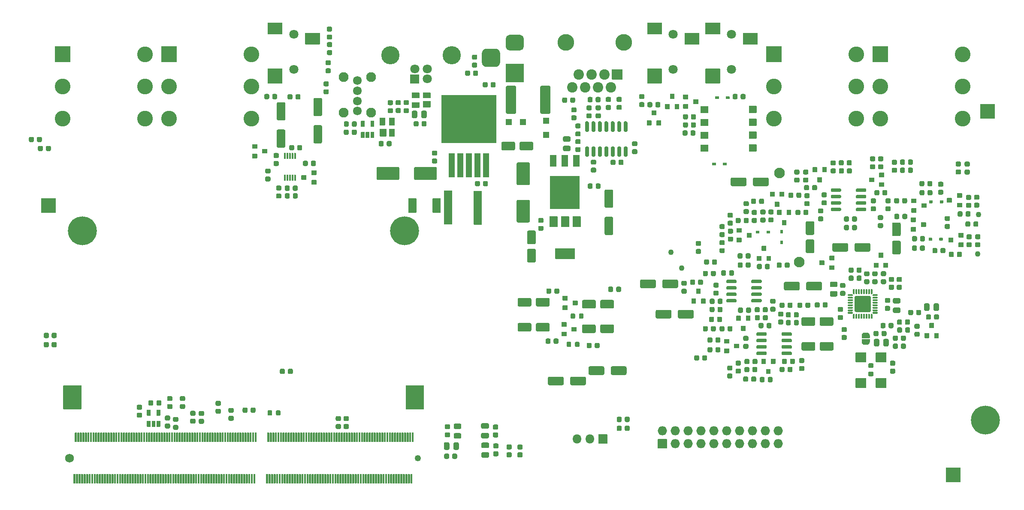
<source format=gbr>
G04 #@! TF.GenerationSoftware,KiCad,Pcbnew,5.1.8-db9833491~87~ubuntu20.04.1*
G04 #@! TF.CreationDate,2020-11-27T15:15:21+01:00*
G04 #@! TF.ProjectId,bottom-board,626f7474-6f6d-42d6-926f-6172642e6b69,rev?*
G04 #@! TF.SameCoordinates,Original*
G04 #@! TF.FileFunction,Soldermask,Top*
G04 #@! TF.FilePolarity,Negative*
%FSLAX46Y46*%
G04 Gerber Fmt 4.6, Leading zero omitted, Abs format (unit mm)*
G04 Created by KiCad (PCBNEW 5.1.8-db9833491~87~ubuntu20.04.1) date 2020-11-27 15:15:21*
%MOMM*%
%LPD*%
G01*
G04 APERTURE LIST*
%ADD10O,1.800000X1.800000*%
%ADD11O,1.827200X1.827200*%
%ADD12C,0.100000*%
%ADD13C,2.100000*%
%ADD14C,3.600000*%
%ADD15C,1.800000*%
%ADD16C,1.100000*%
%ADD17R,3.000000X3.000000*%
%ADD18C,5.700000*%
%ADD19C,1.950000*%
%ADD20C,1.720000*%
%ADD21C,3.100000*%
%ADD22C,2.060000*%
%ADD23C,3.300000*%
%ADD24C,1.750000*%
%ADD25C,1.250000*%
G04 APERTURE END LIST*
G36*
G01*
X237500000Y-100656250D02*
X237500000Y-100093750D01*
G75*
G02*
X237743750Y-99850000I243750J0D01*
G01*
X238231250Y-99850000D01*
G75*
G02*
X238475000Y-100093750I0J-243750D01*
G01*
X238475000Y-100656250D01*
G75*
G02*
X238231250Y-100900000I-243750J0D01*
G01*
X237743750Y-100900000D01*
G75*
G02*
X237500000Y-100656250I0J243750D01*
G01*
G37*
G36*
G01*
X239075000Y-100656250D02*
X239075000Y-100093750D01*
G75*
G02*
X239318750Y-99850000I243750J0D01*
G01*
X239806250Y-99850000D01*
G75*
G02*
X240050000Y-100093750I0J-243750D01*
G01*
X240050000Y-100656250D01*
G75*
G02*
X239806250Y-100900000I-243750J0D01*
G01*
X239318750Y-100900000D01*
G75*
G02*
X239075000Y-100656250I0J243750D01*
G01*
G37*
G36*
G01*
X196610000Y-56795000D02*
X196610000Y-57245000D01*
G75*
G02*
X196560000Y-57295000I-50000J0D01*
G01*
X195960000Y-57295000D01*
G75*
G02*
X195910000Y-57245000I0J50000D01*
G01*
X195910000Y-56795000D01*
G75*
G02*
X195960000Y-56745000I50000J0D01*
G01*
X196560000Y-56745000D01*
G75*
G02*
X196610000Y-56795000I0J-50000D01*
G01*
G37*
G36*
G01*
X198710000Y-56795000D02*
X198710000Y-57245000D01*
G75*
G02*
X198660000Y-57295000I-50000J0D01*
G01*
X198060000Y-57295000D01*
G75*
G02*
X198010000Y-57245000I0J50000D01*
G01*
X198010000Y-56795000D01*
G75*
G02*
X198060000Y-56745000I50000J0D01*
G01*
X198660000Y-56745000D01*
G75*
G02*
X198710000Y-56795000I0J-50000D01*
G01*
G37*
G36*
G01*
X172860000Y-123590000D02*
X174560000Y-123590000D01*
G75*
G02*
X174610000Y-123640000I0J-50000D01*
G01*
X174610000Y-125340000D01*
G75*
G02*
X174560000Y-125390000I-50000J0D01*
G01*
X172860000Y-125390000D01*
G75*
G02*
X172810000Y-125340000I0J50000D01*
G01*
X172810000Y-123640000D01*
G75*
G02*
X172860000Y-123590000I50000J0D01*
G01*
G37*
D10*
X171170000Y-124490000D03*
X168630000Y-124490000D03*
D11*
X208320000Y-122890000D03*
X208320000Y-125430000D03*
X205780000Y-122890000D03*
X205780000Y-125430000D03*
X203240000Y-122890000D03*
X203240000Y-125430000D03*
X200700000Y-122890000D03*
X200700000Y-125430000D03*
X198160000Y-122890000D03*
X198160000Y-125430000D03*
X195620000Y-122890000D03*
X195620000Y-125430000D03*
X193080000Y-122890000D03*
X193080000Y-125430000D03*
X190540000Y-122890000D03*
X190540000Y-125430000D03*
X188000000Y-122890000D03*
X188000000Y-125430000D03*
X185460000Y-122890000D03*
G36*
G01*
X186323600Y-126343600D02*
X184596400Y-126343600D01*
G75*
G02*
X184546400Y-126293600I0J50000D01*
G01*
X184546400Y-124566400D01*
G75*
G02*
X184596400Y-124516400I50000J0D01*
G01*
X186323600Y-124516400D01*
G75*
G02*
X186373600Y-124566400I0J-50000D01*
G01*
X186373600Y-126293600D01*
G75*
G02*
X186323600Y-126343600I-50000J0D01*
G01*
G37*
G36*
G01*
X142351320Y-126377290D02*
X142351320Y-125414790D01*
G75*
G02*
X142620070Y-125146040I268750J0D01*
G01*
X143157570Y-125146040D01*
G75*
G02*
X143426320Y-125414790I0J-268750D01*
G01*
X143426320Y-126377290D01*
G75*
G02*
X143157570Y-126646040I-268750J0D01*
G01*
X142620070Y-126646040D01*
G75*
G02*
X142351320Y-126377290I0J268750D01*
G01*
G37*
G36*
G01*
X144226320Y-126377290D02*
X144226320Y-125414790D01*
G75*
G02*
X144495070Y-125146040I268750J0D01*
G01*
X145032570Y-125146040D01*
G75*
G02*
X145301320Y-125414790I0J-268750D01*
G01*
X145301320Y-126377290D01*
G75*
G02*
X145032570Y-126646040I-268750J0D01*
G01*
X144495070Y-126646040D01*
G75*
G02*
X144226320Y-126377290I0J268750D01*
G01*
G37*
G36*
G01*
X98081250Y-117930000D02*
X97518750Y-117930000D01*
G75*
G02*
X97275000Y-117686250I0J243750D01*
G01*
X97275000Y-117198750D01*
G75*
G02*
X97518750Y-116955000I243750J0D01*
G01*
X98081250Y-116955000D01*
G75*
G02*
X98325000Y-117198750I0J-243750D01*
G01*
X98325000Y-117686250D01*
G75*
G02*
X98081250Y-117930000I-243750J0D01*
G01*
G37*
G36*
G01*
X98081250Y-119505000D02*
X97518750Y-119505000D01*
G75*
G02*
X97275000Y-119261250I0J243750D01*
G01*
X97275000Y-118773750D01*
G75*
G02*
X97518750Y-118530000I243750J0D01*
G01*
X98081250Y-118530000D01*
G75*
G02*
X98325000Y-118773750I0J-243750D01*
G01*
X98325000Y-119261250D01*
G75*
G02*
X98081250Y-119505000I-243750J0D01*
G01*
G37*
G36*
G01*
X209572500Y-110468750D02*
X209572500Y-111031250D01*
G75*
G02*
X209328750Y-111275000I-243750J0D01*
G01*
X208841250Y-111275000D01*
G75*
G02*
X208597500Y-111031250I0J243750D01*
G01*
X208597500Y-110468750D01*
G75*
G02*
X208841250Y-110225000I243750J0D01*
G01*
X209328750Y-110225000D01*
G75*
G02*
X209572500Y-110468750I0J-243750D01*
G01*
G37*
G36*
G01*
X211147500Y-110468750D02*
X211147500Y-111031250D01*
G75*
G02*
X210903750Y-111275000I-243750J0D01*
G01*
X210416250Y-111275000D01*
G75*
G02*
X210172500Y-111031250I0J243750D01*
G01*
X210172500Y-110468750D01*
G75*
G02*
X210416250Y-110225000I243750J0D01*
G01*
X210903750Y-110225000D01*
G75*
G02*
X211147500Y-110468750I0J-243750D01*
G01*
G37*
G36*
G01*
X212910000Y-101854375D02*
X212910000Y-100685625D01*
G75*
G02*
X213175625Y-100420000I265625J0D01*
G01*
X215344375Y-100420000D01*
G75*
G02*
X215610000Y-100685625I0J-265625D01*
G01*
X215610000Y-101854375D01*
G75*
G02*
X215344375Y-102120000I-265625J0D01*
G01*
X213175625Y-102120000D01*
G75*
G02*
X212910000Y-101854375I0J265625D01*
G01*
G37*
G36*
G01*
X216510000Y-101854375D02*
X216510000Y-100685625D01*
G75*
G02*
X216775625Y-100420000I265625J0D01*
G01*
X218944375Y-100420000D01*
G75*
G02*
X219210000Y-100685625I0J-265625D01*
G01*
X219210000Y-101854375D01*
G75*
G02*
X218944375Y-102120000I-265625J0D01*
G01*
X216775625Y-102120000D01*
G75*
G02*
X216510000Y-101854375I0J265625D01*
G01*
G37*
G36*
G01*
X210810000Y-99668750D02*
X210810000Y-100231250D01*
G75*
G02*
X210566250Y-100475000I-243750J0D01*
G01*
X210078750Y-100475000D01*
G75*
G02*
X209835000Y-100231250I0J243750D01*
G01*
X209835000Y-99668750D01*
G75*
G02*
X210078750Y-99425000I243750J0D01*
G01*
X210566250Y-99425000D01*
G75*
G02*
X210810000Y-99668750I0J-243750D01*
G01*
G37*
G36*
G01*
X212385000Y-99668750D02*
X212385000Y-100231250D01*
G75*
G02*
X212141250Y-100475000I-243750J0D01*
G01*
X211653750Y-100475000D01*
G75*
G02*
X211410000Y-100231250I0J243750D01*
G01*
X211410000Y-99668750D01*
G75*
G02*
X211653750Y-99425000I243750J0D01*
G01*
X212141250Y-99425000D01*
G75*
G02*
X212385000Y-99668750I0J-243750D01*
G01*
G37*
G36*
G01*
X142420000Y-75400000D02*
X143920000Y-75400000D01*
G75*
G02*
X143970000Y-75450000I0J-50000D01*
G01*
X143970000Y-82050000D01*
G75*
G02*
X143920000Y-82100000I-50000J0D01*
G01*
X142420000Y-82100000D01*
G75*
G02*
X142370000Y-82050000I0J50000D01*
G01*
X142370000Y-75450000D01*
G75*
G02*
X142420000Y-75400000I50000J0D01*
G01*
G37*
G36*
G01*
X148287400Y-75438100D02*
X149787400Y-75438100D01*
G75*
G02*
X149837400Y-75488100I0J-50000D01*
G01*
X149837400Y-82088100D01*
G75*
G02*
X149787400Y-82138100I-50000J0D01*
G01*
X148287400Y-82138100D01*
G75*
G02*
X148237400Y-82088100I0J50000D01*
G01*
X148237400Y-75488100D01*
G75*
G02*
X148287400Y-75438100I50000J0D01*
G01*
G37*
G36*
G01*
X163387500Y-104868750D02*
X163387500Y-105431250D01*
G75*
G02*
X163143750Y-105675000I-243750J0D01*
G01*
X162656250Y-105675000D01*
G75*
G02*
X162412500Y-105431250I0J243750D01*
G01*
X162412500Y-104868750D01*
G75*
G02*
X162656250Y-104625000I243750J0D01*
G01*
X163143750Y-104625000D01*
G75*
G02*
X163387500Y-104868750I0J-243750D01*
G01*
G37*
G36*
G01*
X164962500Y-104868750D02*
X164962500Y-105431250D01*
G75*
G02*
X164718750Y-105675000I-243750J0D01*
G01*
X164231250Y-105675000D01*
G75*
G02*
X163987500Y-105431250I0J243750D01*
G01*
X163987500Y-104868750D01*
G75*
G02*
X164231250Y-104625000I243750J0D01*
G01*
X164718750Y-104625000D01*
G75*
G02*
X164962500Y-104868750I0J-243750D01*
G01*
G37*
G36*
G01*
X207222500Y-112468750D02*
X207222500Y-113031250D01*
G75*
G02*
X206978750Y-113275000I-243750J0D01*
G01*
X206491250Y-113275000D01*
G75*
G02*
X206247500Y-113031250I0J243750D01*
G01*
X206247500Y-112468750D01*
G75*
G02*
X206491250Y-112225000I243750J0D01*
G01*
X206978750Y-112225000D01*
G75*
G02*
X207222500Y-112468750I0J-243750D01*
G01*
G37*
G36*
G01*
X205647500Y-112468750D02*
X205647500Y-113031250D01*
G75*
G02*
X205403750Y-113275000I-243750J0D01*
G01*
X204916250Y-113275000D01*
G75*
G02*
X204672500Y-113031250I0J243750D01*
G01*
X204672500Y-112468750D01*
G75*
G02*
X204916250Y-112225000I243750J0D01*
G01*
X205403750Y-112225000D01*
G75*
G02*
X205647500Y-112468750I0J-243750D01*
G01*
G37*
G36*
G01*
X211018000Y-107394000D02*
X211018000Y-107744000D01*
G75*
G02*
X210843000Y-107919000I-175000J0D01*
G01*
X209143000Y-107919000D01*
G75*
G02*
X208968000Y-107744000I0J175000D01*
G01*
X208968000Y-107394000D01*
G75*
G02*
X209143000Y-107219000I175000J0D01*
G01*
X210843000Y-107219000D01*
G75*
G02*
X211018000Y-107394000I0J-175000D01*
G01*
G37*
G36*
G01*
X211018000Y-106124000D02*
X211018000Y-106474000D01*
G75*
G02*
X210843000Y-106649000I-175000J0D01*
G01*
X209143000Y-106649000D01*
G75*
G02*
X208968000Y-106474000I0J175000D01*
G01*
X208968000Y-106124000D01*
G75*
G02*
X209143000Y-105949000I175000J0D01*
G01*
X210843000Y-105949000D01*
G75*
G02*
X211018000Y-106124000I0J-175000D01*
G01*
G37*
G36*
G01*
X211018000Y-104854000D02*
X211018000Y-105204000D01*
G75*
G02*
X210843000Y-105379000I-175000J0D01*
G01*
X209143000Y-105379000D01*
G75*
G02*
X208968000Y-105204000I0J175000D01*
G01*
X208968000Y-104854000D01*
G75*
G02*
X209143000Y-104679000I175000J0D01*
G01*
X210843000Y-104679000D01*
G75*
G02*
X211018000Y-104854000I0J-175000D01*
G01*
G37*
G36*
G01*
X211018000Y-103584000D02*
X211018000Y-103934000D01*
G75*
G02*
X210843000Y-104109000I-175000J0D01*
G01*
X209143000Y-104109000D01*
G75*
G02*
X208968000Y-103934000I0J175000D01*
G01*
X208968000Y-103584000D01*
G75*
G02*
X209143000Y-103409000I175000J0D01*
G01*
X210843000Y-103409000D01*
G75*
G02*
X211018000Y-103584000I0J-175000D01*
G01*
G37*
G36*
G01*
X206068000Y-103584000D02*
X206068000Y-103934000D01*
G75*
G02*
X205893000Y-104109000I-175000J0D01*
G01*
X204193000Y-104109000D01*
G75*
G02*
X204018000Y-103934000I0J175000D01*
G01*
X204018000Y-103584000D01*
G75*
G02*
X204193000Y-103409000I175000J0D01*
G01*
X205893000Y-103409000D01*
G75*
G02*
X206068000Y-103584000I0J-175000D01*
G01*
G37*
G36*
G01*
X206068000Y-104854000D02*
X206068000Y-105204000D01*
G75*
G02*
X205893000Y-105379000I-175000J0D01*
G01*
X204193000Y-105379000D01*
G75*
G02*
X204018000Y-105204000I0J175000D01*
G01*
X204018000Y-104854000D01*
G75*
G02*
X204193000Y-104679000I175000J0D01*
G01*
X205893000Y-104679000D01*
G75*
G02*
X206068000Y-104854000I0J-175000D01*
G01*
G37*
G36*
G01*
X206068000Y-106124000D02*
X206068000Y-106474000D01*
G75*
G02*
X205893000Y-106649000I-175000J0D01*
G01*
X204193000Y-106649000D01*
G75*
G02*
X204018000Y-106474000I0J175000D01*
G01*
X204018000Y-106124000D01*
G75*
G02*
X204193000Y-105949000I175000J0D01*
G01*
X205893000Y-105949000D01*
G75*
G02*
X206068000Y-106124000I0J-175000D01*
G01*
G37*
G36*
G01*
X206068000Y-107394000D02*
X206068000Y-107744000D01*
G75*
G02*
X205893000Y-107919000I-175000J0D01*
G01*
X204193000Y-107919000D01*
G75*
G02*
X204018000Y-107744000I0J175000D01*
G01*
X204018000Y-107394000D01*
G75*
G02*
X204193000Y-107219000I175000J0D01*
G01*
X205893000Y-107219000D01*
G75*
G02*
X206068000Y-107394000I0J-175000D01*
G01*
G37*
D12*
G36*
X224800602Y-103993889D02*
G01*
X224800602Y-103975466D01*
X224800843Y-103970565D01*
X224805653Y-103921734D01*
X224806373Y-103916881D01*
X224815945Y-103868756D01*
X224817137Y-103863995D01*
X224831381Y-103817040D01*
X224833034Y-103812421D01*
X224851811Y-103767088D01*
X224853909Y-103762651D01*
X224877040Y-103719378D01*
X224879562Y-103715171D01*
X224906822Y-103674372D01*
X224909746Y-103670430D01*
X224940874Y-103632501D01*
X224944169Y-103628866D01*
X224978866Y-103594169D01*
X224982501Y-103590874D01*
X225020430Y-103559746D01*
X225024372Y-103556822D01*
X225065171Y-103529562D01*
X225069378Y-103527040D01*
X225112651Y-103503909D01*
X225117088Y-103501811D01*
X225162421Y-103483034D01*
X225167040Y-103481381D01*
X225213995Y-103467137D01*
X225218756Y-103465945D01*
X225266881Y-103456373D01*
X225271734Y-103455653D01*
X225320565Y-103450843D01*
X225325466Y-103450602D01*
X225343889Y-103450602D01*
X225350000Y-103450000D01*
X225850000Y-103450000D01*
X225856111Y-103450602D01*
X225874534Y-103450602D01*
X225879435Y-103450843D01*
X225928266Y-103455653D01*
X225933119Y-103456373D01*
X225981244Y-103465945D01*
X225986005Y-103467137D01*
X226032960Y-103481381D01*
X226037579Y-103483034D01*
X226082912Y-103501811D01*
X226087349Y-103503909D01*
X226130622Y-103527040D01*
X226134829Y-103529562D01*
X226175628Y-103556822D01*
X226179570Y-103559746D01*
X226217499Y-103590874D01*
X226221134Y-103594169D01*
X226255831Y-103628866D01*
X226259126Y-103632501D01*
X226290254Y-103670430D01*
X226293178Y-103674372D01*
X226320438Y-103715171D01*
X226322960Y-103719378D01*
X226346091Y-103762651D01*
X226348189Y-103767088D01*
X226366966Y-103812421D01*
X226368619Y-103817040D01*
X226382863Y-103863995D01*
X226384055Y-103868756D01*
X226393627Y-103916881D01*
X226394347Y-103921734D01*
X226399157Y-103970565D01*
X226399398Y-103975466D01*
X226399398Y-103993889D01*
X226400000Y-104000000D01*
X226400000Y-104500000D01*
X226399039Y-104509755D01*
X226396194Y-104519134D01*
X226391573Y-104527779D01*
X226385355Y-104535355D01*
X226377779Y-104541573D01*
X226369134Y-104546194D01*
X226359755Y-104549039D01*
X226350000Y-104550000D01*
X224850000Y-104550000D01*
X224840245Y-104549039D01*
X224830866Y-104546194D01*
X224822221Y-104541573D01*
X224814645Y-104535355D01*
X224808427Y-104527779D01*
X224803806Y-104519134D01*
X224800961Y-104509755D01*
X224800000Y-104500000D01*
X224800000Y-104000000D01*
X224800602Y-103993889D01*
G37*
G36*
X224800961Y-104790245D02*
G01*
X224803806Y-104780866D01*
X224808427Y-104772221D01*
X224814645Y-104764645D01*
X224822221Y-104758427D01*
X224830866Y-104753806D01*
X224840245Y-104750961D01*
X224850000Y-104750000D01*
X226350000Y-104750000D01*
X226359755Y-104750961D01*
X226369134Y-104753806D01*
X226377779Y-104758427D01*
X226385355Y-104764645D01*
X226391573Y-104772221D01*
X226396194Y-104780866D01*
X226399039Y-104790245D01*
X226400000Y-104800000D01*
X226400000Y-105300000D01*
X226399398Y-105306111D01*
X226399398Y-105324534D01*
X226399157Y-105329435D01*
X226394347Y-105378266D01*
X226393627Y-105383119D01*
X226384055Y-105431244D01*
X226382863Y-105436005D01*
X226368619Y-105482960D01*
X226366966Y-105487579D01*
X226348189Y-105532912D01*
X226346091Y-105537349D01*
X226322960Y-105580622D01*
X226320438Y-105584829D01*
X226293178Y-105625628D01*
X226290254Y-105629570D01*
X226259126Y-105667499D01*
X226255831Y-105671134D01*
X226221134Y-105705831D01*
X226217499Y-105709126D01*
X226179570Y-105740254D01*
X226175628Y-105743178D01*
X226134829Y-105770438D01*
X226130622Y-105772960D01*
X226087349Y-105796091D01*
X226082912Y-105798189D01*
X226037579Y-105816966D01*
X226032960Y-105818619D01*
X225986005Y-105832863D01*
X225981244Y-105834055D01*
X225933119Y-105843627D01*
X225928266Y-105844347D01*
X225879435Y-105849157D01*
X225874534Y-105849398D01*
X225856111Y-105849398D01*
X225850000Y-105850000D01*
X225350000Y-105850000D01*
X225343889Y-105849398D01*
X225325466Y-105849398D01*
X225320565Y-105849157D01*
X225271734Y-105844347D01*
X225266881Y-105843627D01*
X225218756Y-105834055D01*
X225213995Y-105832863D01*
X225167040Y-105818619D01*
X225162421Y-105816966D01*
X225117088Y-105798189D01*
X225112651Y-105796091D01*
X225069378Y-105772960D01*
X225065171Y-105770438D01*
X225024372Y-105743178D01*
X225020430Y-105740254D01*
X224982501Y-105709126D01*
X224978866Y-105705831D01*
X224944169Y-105671134D01*
X224940874Y-105667499D01*
X224909746Y-105629570D01*
X224906822Y-105625628D01*
X224879562Y-105584829D01*
X224877040Y-105580622D01*
X224853909Y-105537349D01*
X224851811Y-105532912D01*
X224833034Y-105487579D01*
X224831381Y-105482960D01*
X224817137Y-105436005D01*
X224815945Y-105431244D01*
X224806373Y-105383119D01*
X224805653Y-105378266D01*
X224800843Y-105329435D01*
X224800602Y-105324534D01*
X224800602Y-105306111D01*
X224800000Y-105300000D01*
X224800000Y-104800000D01*
X224800961Y-104790245D01*
G37*
D13*
X208600000Y-71900000D03*
G36*
G01*
X214015625Y-85050000D02*
X215184375Y-85050000D01*
G75*
G02*
X215450000Y-85315625I0J-265625D01*
G01*
X215450000Y-87484375D01*
G75*
G02*
X215184375Y-87750000I-265625J0D01*
G01*
X214015625Y-87750000D01*
G75*
G02*
X213750000Y-87484375I0J265625D01*
G01*
X213750000Y-85315625D01*
G75*
G02*
X214015625Y-85050000I265625J0D01*
G01*
G37*
G36*
G01*
X214015625Y-81450000D02*
X215184375Y-81450000D01*
G75*
G02*
X215450000Y-81715625I0J-265625D01*
G01*
X215450000Y-83884375D01*
G75*
G02*
X215184375Y-84150000I-265625J0D01*
G01*
X214015625Y-84150000D01*
G75*
G02*
X213750000Y-83884375I0J265625D01*
G01*
X213750000Y-81715625D01*
G75*
G02*
X214015625Y-81450000I265625J0D01*
G01*
G37*
G36*
G01*
X129475000Y-66381250D02*
X129475000Y-65818750D01*
G75*
G02*
X129718750Y-65575000I243750J0D01*
G01*
X130206250Y-65575000D01*
G75*
G02*
X130450000Y-65818750I0J-243750D01*
G01*
X130450000Y-66381250D01*
G75*
G02*
X130206250Y-66625000I-243750J0D01*
G01*
X129718750Y-66625000D01*
G75*
G02*
X129475000Y-66381250I0J243750D01*
G01*
G37*
G36*
G01*
X131050000Y-66381250D02*
X131050000Y-65818750D01*
G75*
G02*
X131293750Y-65575000I243750J0D01*
G01*
X131781250Y-65575000D01*
G75*
G02*
X132025000Y-65818750I0J-243750D01*
G01*
X132025000Y-66381250D01*
G75*
G02*
X131781250Y-66625000I-243750J0D01*
G01*
X131293750Y-66625000D01*
G75*
G02*
X131050000Y-66381250I0J243750D01*
G01*
G37*
G36*
G01*
X140950000Y-70960000D02*
X140950000Y-73040000D01*
G75*
G02*
X140690000Y-73300000I-260000J0D01*
G01*
X136710000Y-73300000D01*
G75*
G02*
X136450000Y-73040000I0J260000D01*
G01*
X136450000Y-70960000D01*
G75*
G02*
X136710000Y-70700000I260000J0D01*
G01*
X140690000Y-70700000D01*
G75*
G02*
X140950000Y-70960000I0J-260000D01*
G01*
G37*
G36*
G01*
X133550000Y-70960000D02*
X133550000Y-73040000D01*
G75*
G02*
X133290000Y-73300000I-260000J0D01*
G01*
X129310000Y-73300000D01*
G75*
G02*
X129050000Y-73040000I0J260000D01*
G01*
X129050000Y-70960000D01*
G75*
G02*
X129310000Y-70700000I260000J0D01*
G01*
X133290000Y-70700000D01*
G75*
G02*
X133550000Y-70960000I0J-260000D01*
G01*
G37*
G36*
G01*
X140781250Y-70025000D02*
X140218750Y-70025000D01*
G75*
G02*
X139975000Y-69781250I0J243750D01*
G01*
X139975000Y-69293750D01*
G75*
G02*
X140218750Y-69050000I243750J0D01*
G01*
X140781250Y-69050000D01*
G75*
G02*
X141025000Y-69293750I0J-243750D01*
G01*
X141025000Y-69781250D01*
G75*
G02*
X140781250Y-70025000I-243750J0D01*
G01*
G37*
G36*
G01*
X140781250Y-68450000D02*
X140218750Y-68450000D01*
G75*
G02*
X139975000Y-68206250I0J243750D01*
G01*
X139975000Y-67718750D01*
G75*
G02*
X140218750Y-67475000I243750J0D01*
G01*
X140781250Y-67475000D01*
G75*
G02*
X141025000Y-67718750I0J-243750D01*
G01*
X141025000Y-68206250D01*
G75*
G02*
X140781250Y-68450000I-243750J0D01*
G01*
G37*
G36*
G01*
X150050000Y-74281250D02*
X150050000Y-73718750D01*
G75*
G02*
X150293750Y-73475000I243750J0D01*
G01*
X150781250Y-73475000D01*
G75*
G02*
X151025000Y-73718750I0J-243750D01*
G01*
X151025000Y-74281250D01*
G75*
G02*
X150781250Y-74525000I-243750J0D01*
G01*
X150293750Y-74525000D01*
G75*
G02*
X150050000Y-74281250I0J243750D01*
G01*
G37*
G36*
G01*
X148475000Y-74281250D02*
X148475000Y-73718750D01*
G75*
G02*
X148718750Y-73475000I243750J0D01*
G01*
X149206250Y-73475000D01*
G75*
G02*
X149450000Y-73718750I0J-243750D01*
G01*
X149450000Y-74281250D01*
G75*
G02*
X149206250Y-74525000I-243750J0D01*
G01*
X148718750Y-74525000D01*
G75*
G02*
X148475000Y-74281250I0J243750D01*
G01*
G37*
G36*
G01*
X167081250Y-65720000D02*
X166118750Y-65720000D01*
G75*
G02*
X165850000Y-65451250I0J268750D01*
G01*
X165850000Y-64913750D01*
G75*
G02*
X166118750Y-64645000I268750J0D01*
G01*
X167081250Y-64645000D01*
G75*
G02*
X167350000Y-64913750I0J-268750D01*
G01*
X167350000Y-65451250D01*
G75*
G02*
X167081250Y-65720000I-268750J0D01*
G01*
G37*
G36*
G01*
X167081250Y-67595000D02*
X166118750Y-67595000D01*
G75*
G02*
X165850000Y-67326250I0J268750D01*
G01*
X165850000Y-66788750D01*
G75*
G02*
X166118750Y-66520000I268750J0D01*
G01*
X167081250Y-66520000D01*
G75*
G02*
X167350000Y-66788750I0J-268750D01*
G01*
X167350000Y-67326250D01*
G75*
G02*
X167081250Y-67595000I-268750J0D01*
G01*
G37*
G36*
G01*
X169081250Y-67762500D02*
X168518750Y-67762500D01*
G75*
G02*
X168275000Y-67518750I0J243750D01*
G01*
X168275000Y-67031250D01*
G75*
G02*
X168518750Y-66787500I243750J0D01*
G01*
X169081250Y-66787500D01*
G75*
G02*
X169325000Y-67031250I0J-243750D01*
G01*
X169325000Y-67518750D01*
G75*
G02*
X169081250Y-67762500I-243750J0D01*
G01*
G37*
G36*
G01*
X169081250Y-66187500D02*
X168518750Y-66187500D01*
G75*
G02*
X168275000Y-65943750I0J243750D01*
G01*
X168275000Y-65456250D01*
G75*
G02*
X168518750Y-65212500I243750J0D01*
G01*
X169081250Y-65212500D01*
G75*
G02*
X169325000Y-65456250I0J-243750D01*
G01*
X169325000Y-65943750D01*
G75*
G02*
X169081250Y-66187500I-243750J0D01*
G01*
G37*
G36*
G01*
X172300000Y-74781250D02*
X172300000Y-74218750D01*
G75*
G02*
X172543750Y-73975000I243750J0D01*
G01*
X173031250Y-73975000D01*
G75*
G02*
X173275000Y-74218750I0J-243750D01*
G01*
X173275000Y-74781250D01*
G75*
G02*
X173031250Y-75025000I-243750J0D01*
G01*
X172543750Y-75025000D01*
G75*
G02*
X172300000Y-74781250I0J243750D01*
G01*
G37*
G36*
G01*
X170725000Y-74781250D02*
X170725000Y-74218750D01*
G75*
G02*
X170968750Y-73975000I243750J0D01*
G01*
X171456250Y-73975000D01*
G75*
G02*
X171700000Y-74218750I0J-243750D01*
G01*
X171700000Y-74781250D01*
G75*
G02*
X171456250Y-75025000I-243750J0D01*
G01*
X170968750Y-75025000D01*
G75*
G02*
X170725000Y-74781250I0J243750D01*
G01*
G37*
G36*
G01*
X237100000Y-98906250D02*
X237100000Y-97943750D01*
G75*
G02*
X237368750Y-97675000I268750J0D01*
G01*
X237906250Y-97675000D01*
G75*
G02*
X238175000Y-97943750I0J-268750D01*
G01*
X238175000Y-98906250D01*
G75*
G02*
X237906250Y-99175000I-268750J0D01*
G01*
X237368750Y-99175000D01*
G75*
G02*
X237100000Y-98906250I0J268750D01*
G01*
G37*
G36*
G01*
X238975000Y-98906250D02*
X238975000Y-97943750D01*
G75*
G02*
X239243750Y-97675000I268750J0D01*
G01*
X239781250Y-97675000D01*
G75*
G02*
X240050000Y-97943750I0J-268750D01*
G01*
X240050000Y-98906250D01*
G75*
G02*
X239781250Y-99175000I-268750J0D01*
G01*
X239243750Y-99175000D01*
G75*
G02*
X238975000Y-98906250I0J268750D01*
G01*
G37*
G36*
G01*
X143973920Y-128186430D02*
X143973920Y-127623930D01*
G75*
G02*
X144217670Y-127380180I243750J0D01*
G01*
X144705170Y-127380180D01*
G75*
G02*
X144948920Y-127623930I0J-243750D01*
G01*
X144948920Y-128186430D01*
G75*
G02*
X144705170Y-128430180I-243750J0D01*
G01*
X144217670Y-128430180D01*
G75*
G02*
X143973920Y-128186430I0J243750D01*
G01*
G37*
G36*
G01*
X142398920Y-128186430D02*
X142398920Y-127623930D01*
G75*
G02*
X142642670Y-127380180I243750J0D01*
G01*
X143130170Y-127380180D01*
G75*
G02*
X143373920Y-127623930I0J-243750D01*
G01*
X143373920Y-128186430D01*
G75*
G02*
X143130170Y-128430180I-243750J0D01*
G01*
X142642670Y-128430180D01*
G75*
G02*
X142398920Y-128186430I0J243750D01*
G01*
G37*
G36*
G01*
X132056250Y-60062500D02*
X131493750Y-60062500D01*
G75*
G02*
X131250000Y-59818750I0J243750D01*
G01*
X131250000Y-59331250D01*
G75*
G02*
X131493750Y-59087500I243750J0D01*
G01*
X132056250Y-59087500D01*
G75*
G02*
X132300000Y-59331250I0J-243750D01*
G01*
X132300000Y-59818750D01*
G75*
G02*
X132056250Y-60062500I-243750J0D01*
G01*
G37*
G36*
G01*
X132056250Y-58487500D02*
X131493750Y-58487500D01*
G75*
G02*
X131250000Y-58243750I0J243750D01*
G01*
X131250000Y-57756250D01*
G75*
G02*
X131493750Y-57512500I243750J0D01*
G01*
X132056250Y-57512500D01*
G75*
G02*
X132300000Y-57756250I0J-243750D01*
G01*
X132300000Y-58243750D01*
G75*
G02*
X132056250Y-58487500I-243750J0D01*
G01*
G37*
G36*
G01*
X136000000Y-60806250D02*
X136000000Y-59843750D01*
G75*
G02*
X136268750Y-59575000I268750J0D01*
G01*
X136806250Y-59575000D01*
G75*
G02*
X137075000Y-59843750I0J-268750D01*
G01*
X137075000Y-60806250D01*
G75*
G02*
X136806250Y-61075000I-268750J0D01*
G01*
X136268750Y-61075000D01*
G75*
G02*
X136000000Y-60806250I0J268750D01*
G01*
G37*
G36*
G01*
X137875000Y-60806250D02*
X137875000Y-59843750D01*
G75*
G02*
X138143750Y-59575000I268750J0D01*
G01*
X138681250Y-59575000D01*
G75*
G02*
X138950000Y-59843750I0J-268750D01*
G01*
X138950000Y-60806250D01*
G75*
G02*
X138681250Y-61075000I-268750J0D01*
G01*
X138143750Y-61075000D01*
G75*
G02*
X137875000Y-60806250I0J268750D01*
G01*
G37*
G36*
G01*
X138912500Y-61893750D02*
X138912500Y-62456250D01*
G75*
G02*
X138668750Y-62700000I-243750J0D01*
G01*
X138181250Y-62700000D01*
G75*
G02*
X137937500Y-62456250I0J243750D01*
G01*
X137937500Y-61893750D01*
G75*
G02*
X138181250Y-61650000I243750J0D01*
G01*
X138668750Y-61650000D01*
G75*
G02*
X138912500Y-61893750I0J-243750D01*
G01*
G37*
G36*
G01*
X137337500Y-61893750D02*
X137337500Y-62456250D01*
G75*
G02*
X137093750Y-62700000I-243750J0D01*
G01*
X136606250Y-62700000D01*
G75*
G02*
X136362500Y-62456250I0J243750D01*
G01*
X136362500Y-61893750D01*
G75*
G02*
X136606250Y-61650000I243750J0D01*
G01*
X137093750Y-61650000D01*
G75*
G02*
X137337500Y-61893750I0J-243750D01*
G01*
G37*
G36*
G01*
X124162500Y-64131250D02*
X124162500Y-63568750D01*
G75*
G02*
X124406250Y-63325000I243750J0D01*
G01*
X124893750Y-63325000D01*
G75*
G02*
X125137500Y-63568750I0J-243750D01*
G01*
X125137500Y-64131250D01*
G75*
G02*
X124893750Y-64375000I-243750J0D01*
G01*
X124406250Y-64375000D01*
G75*
G02*
X124162500Y-64131250I0J243750D01*
G01*
G37*
G36*
G01*
X122587500Y-64131250D02*
X122587500Y-63568750D01*
G75*
G02*
X122831250Y-63325000I243750J0D01*
G01*
X123318750Y-63325000D01*
G75*
G02*
X123562500Y-63568750I0J-243750D01*
G01*
X123562500Y-64131250D01*
G75*
G02*
X123318750Y-64375000I-243750J0D01*
G01*
X122831250Y-64375000D01*
G75*
G02*
X122587500Y-64131250I0J243750D01*
G01*
G37*
G36*
G01*
X168281250Y-61487500D02*
X167718750Y-61487500D01*
G75*
G02*
X167475000Y-61243750I0J243750D01*
G01*
X167475000Y-60756250D01*
G75*
G02*
X167718750Y-60512500I243750J0D01*
G01*
X168281250Y-60512500D01*
G75*
G02*
X168525000Y-60756250I0J-243750D01*
G01*
X168525000Y-61243750D01*
G75*
G02*
X168281250Y-61487500I-243750J0D01*
G01*
G37*
G36*
G01*
X168281250Y-59912500D02*
X167718750Y-59912500D01*
G75*
G02*
X167475000Y-59668750I0J243750D01*
G01*
X167475000Y-59181250D01*
G75*
G02*
X167718750Y-58937500I243750J0D01*
G01*
X168281250Y-58937500D01*
G75*
G02*
X168525000Y-59181250I0J-243750D01*
G01*
X168525000Y-59668750D01*
G75*
G02*
X168281250Y-59912500I-243750J0D01*
G01*
G37*
G36*
G01*
X145511250Y-122530000D02*
X144548750Y-122530000D01*
G75*
G02*
X144280000Y-122261250I0J268750D01*
G01*
X144280000Y-121723750D01*
G75*
G02*
X144548750Y-121455000I268750J0D01*
G01*
X145511250Y-121455000D01*
G75*
G02*
X145780000Y-121723750I0J-268750D01*
G01*
X145780000Y-122261250D01*
G75*
G02*
X145511250Y-122530000I-268750J0D01*
G01*
G37*
G36*
G01*
X145511250Y-124405000D02*
X144548750Y-124405000D01*
G75*
G02*
X144280000Y-124136250I0J268750D01*
G01*
X144280000Y-123598750D01*
G75*
G02*
X144548750Y-123330000I268750J0D01*
G01*
X145511250Y-123330000D01*
G75*
G02*
X145780000Y-123598750I0J-268750D01*
G01*
X145780000Y-124136250D01*
G75*
G02*
X145511250Y-124405000I-268750J0D01*
G01*
G37*
G36*
G01*
X143321250Y-124145000D02*
X142758750Y-124145000D01*
G75*
G02*
X142515000Y-123901250I0J243750D01*
G01*
X142515000Y-123413750D01*
G75*
G02*
X142758750Y-123170000I243750J0D01*
G01*
X143321250Y-123170000D01*
G75*
G02*
X143565000Y-123413750I0J-243750D01*
G01*
X143565000Y-123901250D01*
G75*
G02*
X143321250Y-124145000I-243750J0D01*
G01*
G37*
G36*
G01*
X143321250Y-122570000D02*
X142758750Y-122570000D01*
G75*
G02*
X142515000Y-122326250I0J243750D01*
G01*
X142515000Y-121838750D01*
G75*
G02*
X142758750Y-121595000I243750J0D01*
G01*
X143321250Y-121595000D01*
G75*
G02*
X143565000Y-121838750I0J-243750D01*
G01*
X143565000Y-122326250D01*
G75*
G02*
X143321250Y-122570000I-243750J0D01*
G01*
G37*
G36*
G01*
X85600000Y-117651250D02*
X85600000Y-117088750D01*
G75*
G02*
X85843750Y-116845000I243750J0D01*
G01*
X86331250Y-116845000D01*
G75*
G02*
X86575000Y-117088750I0J-243750D01*
G01*
X86575000Y-117651250D01*
G75*
G02*
X86331250Y-117895000I-243750J0D01*
G01*
X85843750Y-117895000D01*
G75*
G02*
X85600000Y-117651250I0J243750D01*
G01*
G37*
G36*
G01*
X84025000Y-117651250D02*
X84025000Y-117088750D01*
G75*
G02*
X84268750Y-116845000I243750J0D01*
G01*
X84756250Y-116845000D01*
G75*
G02*
X85000000Y-117088750I0J-243750D01*
G01*
X85000000Y-117651250D01*
G75*
G02*
X84756250Y-117895000I-243750J0D01*
G01*
X84268750Y-117895000D01*
G75*
G02*
X84025000Y-117651250I0J243750D01*
G01*
G37*
G36*
G01*
X163050000Y-62200000D02*
X161950000Y-62200000D01*
G75*
G02*
X161900000Y-62150000I0J50000D01*
G01*
X161900000Y-61050000D01*
G75*
G02*
X161950000Y-61000000I50000J0D01*
G01*
X163050000Y-61000000D01*
G75*
G02*
X163100000Y-61050000I0J-50000D01*
G01*
X163100000Y-62150000D01*
G75*
G02*
X163050000Y-62200000I-50000J0D01*
G01*
G37*
G36*
G01*
X163050000Y-65000000D02*
X161950000Y-65000000D01*
G75*
G02*
X161900000Y-64950000I0J50000D01*
G01*
X161900000Y-63850000D01*
G75*
G02*
X161950000Y-63800000I50000J0D01*
G01*
X163050000Y-63800000D01*
G75*
G02*
X163100000Y-63850000I0J-50000D01*
G01*
X163100000Y-64950000D01*
G75*
G02*
X163050000Y-65000000I-50000J0D01*
G01*
G37*
G36*
G01*
X158550000Y-61275000D02*
X158550000Y-62375000D01*
G75*
G02*
X158500000Y-62425000I-50000J0D01*
G01*
X157400000Y-62425000D01*
G75*
G02*
X157350000Y-62375000I0J50000D01*
G01*
X157350000Y-61275000D01*
G75*
G02*
X157400000Y-61225000I50000J0D01*
G01*
X158500000Y-61225000D01*
G75*
G02*
X158550000Y-61275000I0J-50000D01*
G01*
G37*
G36*
G01*
X155750000Y-61275000D02*
X155750000Y-62375000D01*
G75*
G02*
X155700000Y-62425000I-50000J0D01*
G01*
X154600000Y-62425000D01*
G75*
G02*
X154550000Y-62375000I0J50000D01*
G01*
X154550000Y-61275000D01*
G75*
G02*
X154600000Y-61225000I50000J0D01*
G01*
X155700000Y-61225000D01*
G75*
G02*
X155750000Y-61275000I0J-50000D01*
G01*
G37*
G36*
G01*
X139650000Y-58945000D02*
X138250000Y-58945000D01*
G75*
G02*
X138200000Y-58895000I0J50000D01*
G01*
X138200000Y-57695000D01*
G75*
G02*
X138250000Y-57645000I50000J0D01*
G01*
X139650000Y-57645000D01*
G75*
G02*
X139700000Y-57695000I0J-50000D01*
G01*
X139700000Y-58895000D01*
G75*
G02*
X139650000Y-58945000I-50000J0D01*
G01*
G37*
G36*
G01*
X139650000Y-57125000D02*
X138250000Y-57125000D01*
G75*
G02*
X138200000Y-57075000I0J50000D01*
G01*
X138200000Y-56075000D01*
G75*
G02*
X138250000Y-56025000I50000J0D01*
G01*
X139650000Y-56025000D01*
G75*
G02*
X139700000Y-56075000I0J-50000D01*
G01*
X139700000Y-57075000D01*
G75*
G02*
X139650000Y-57125000I-50000J0D01*
G01*
G37*
G36*
G01*
X137450000Y-57125000D02*
X136050000Y-57125000D01*
G75*
G02*
X136000000Y-57075000I0J50000D01*
G01*
X136000000Y-56075000D01*
G75*
G02*
X136050000Y-56025000I50000J0D01*
G01*
X137450000Y-56025000D01*
G75*
G02*
X137500000Y-56075000I0J-50000D01*
G01*
X137500000Y-57075000D01*
G75*
G02*
X137450000Y-57125000I-50000J0D01*
G01*
G37*
G36*
G01*
X137450000Y-59025000D02*
X136050000Y-59025000D01*
G75*
G02*
X136000000Y-58975000I0J50000D01*
G01*
X136000000Y-57975000D01*
G75*
G02*
X136050000Y-57925000I50000J0D01*
G01*
X137450000Y-57925000D01*
G75*
G02*
X137500000Y-57975000I0J-50000D01*
G01*
X137500000Y-58975000D01*
G75*
G02*
X137450000Y-59025000I-50000J0D01*
G01*
G37*
G36*
G01*
X129625000Y-62425000D02*
X129625000Y-61025000D01*
G75*
G02*
X129675000Y-60975000I50000J0D01*
G01*
X130675000Y-60975000D01*
G75*
G02*
X130725000Y-61025000I0J-50000D01*
G01*
X130725000Y-62425000D01*
G75*
G02*
X130675000Y-62475000I-50000J0D01*
G01*
X129675000Y-62475000D01*
G75*
G02*
X129625000Y-62425000I0J50000D01*
G01*
G37*
G36*
G01*
X131525000Y-62425000D02*
X131525000Y-61025000D01*
G75*
G02*
X131575000Y-60975000I50000J0D01*
G01*
X132575000Y-60975000D01*
G75*
G02*
X132625000Y-61025000I0J-50000D01*
G01*
X132625000Y-62425000D01*
G75*
G02*
X132575000Y-62475000I-50000J0D01*
G01*
X131575000Y-62475000D01*
G75*
G02*
X131525000Y-62425000I0J50000D01*
G01*
G37*
G36*
G01*
X131525000Y-64625000D02*
X131525000Y-63225000D01*
G75*
G02*
X131575000Y-63175000I50000J0D01*
G01*
X132575000Y-63175000D01*
G75*
G02*
X132625000Y-63225000I0J-50000D01*
G01*
X132625000Y-64625000D01*
G75*
G02*
X132575000Y-64675000I-50000J0D01*
G01*
X131575000Y-64675000D01*
G75*
G02*
X131525000Y-64625000I0J50000D01*
G01*
G37*
G36*
G01*
X129705000Y-64625000D02*
X129705000Y-63225000D01*
G75*
G02*
X129755000Y-63175000I50000J0D01*
G01*
X130955000Y-63175000D01*
G75*
G02*
X131005000Y-63225000I0J-50000D01*
G01*
X131005000Y-64625000D01*
G75*
G02*
X130955000Y-64675000I-50000J0D01*
G01*
X129755000Y-64675000D01*
G75*
G02*
X129705000Y-64625000I0J50000D01*
G01*
G37*
D14*
X143856971Y-48589976D03*
X131816971Y-48589976D03*
D15*
X136586971Y-51299976D03*
X139086971Y-51299976D03*
X139086971Y-53299976D03*
G36*
G01*
X137436971Y-54199976D02*
X135736971Y-54199976D01*
G75*
G02*
X135686971Y-54149976I0J50000D01*
G01*
X135686971Y-52449976D01*
G75*
G02*
X135736971Y-52399976I50000J0D01*
G01*
X137436971Y-52399976D01*
G75*
G02*
X137486971Y-52449976I0J-50000D01*
G01*
X137486971Y-54149976D01*
G75*
G02*
X137436971Y-54199976I-50000J0D01*
G01*
G37*
G36*
G01*
X201360000Y-46430000D02*
X201360000Y-44230000D01*
G75*
G02*
X201410000Y-44180000I50000J0D01*
G01*
X204210000Y-44180000D01*
G75*
G02*
X204260000Y-44230000I0J-50000D01*
G01*
X204260000Y-46430000D01*
G75*
G02*
X204210000Y-46480000I-50000J0D01*
G01*
X201410000Y-46480000D01*
G75*
G02*
X201360000Y-46430000I0J50000D01*
G01*
G37*
G36*
G01*
X193960000Y-44430000D02*
X193960000Y-42230000D01*
G75*
G02*
X194010000Y-42180000I50000J0D01*
G01*
X196810000Y-42180000D01*
G75*
G02*
X196860000Y-42230000I0J-50000D01*
G01*
X196860000Y-44430000D01*
G75*
G02*
X196810000Y-44480000I-50000J0D01*
G01*
X194010000Y-44480000D01*
G75*
G02*
X193960000Y-44430000I0J50000D01*
G01*
G37*
G36*
G01*
X193960000Y-54130000D02*
X193960000Y-51330000D01*
G75*
G02*
X194010000Y-51280000I50000J0D01*
G01*
X196810000Y-51280000D01*
G75*
G02*
X196860000Y-51330000I0J-50000D01*
G01*
X196860000Y-54130000D01*
G75*
G02*
X196810000Y-54180000I-50000J0D01*
G01*
X194010000Y-54180000D01*
G75*
G02*
X193960000Y-54130000I0J50000D01*
G01*
G37*
X199110000Y-44430000D03*
X199110000Y-51430000D03*
X187610000Y-51430000D03*
X187610000Y-44430000D03*
G36*
G01*
X182460000Y-54130000D02*
X182460000Y-51330000D01*
G75*
G02*
X182510000Y-51280000I50000J0D01*
G01*
X185310000Y-51280000D01*
G75*
G02*
X185360000Y-51330000I0J-50000D01*
G01*
X185360000Y-54130000D01*
G75*
G02*
X185310000Y-54180000I-50000J0D01*
G01*
X182510000Y-54180000D01*
G75*
G02*
X182460000Y-54130000I0J50000D01*
G01*
G37*
G36*
G01*
X182460000Y-44430000D02*
X182460000Y-42230000D01*
G75*
G02*
X182510000Y-42180000I50000J0D01*
G01*
X185310000Y-42180000D01*
G75*
G02*
X185360000Y-42230000I0J-50000D01*
G01*
X185360000Y-44430000D01*
G75*
G02*
X185310000Y-44480000I-50000J0D01*
G01*
X182510000Y-44480000D01*
G75*
G02*
X182460000Y-44430000I0J50000D01*
G01*
G37*
G36*
G01*
X189860000Y-46430000D02*
X189860000Y-44230000D01*
G75*
G02*
X189910000Y-44180000I50000J0D01*
G01*
X192710000Y-44180000D01*
G75*
G02*
X192760000Y-44230000I0J-50000D01*
G01*
X192760000Y-46430000D01*
G75*
G02*
X192710000Y-46480000I-50000J0D01*
G01*
X189910000Y-46480000D01*
G75*
G02*
X189860000Y-46430000I0J50000D01*
G01*
G37*
G36*
G01*
X134631030Y-59077540D02*
X135193530Y-59077540D01*
G75*
G02*
X135437280Y-59321290I0J-243750D01*
G01*
X135437280Y-59808790D01*
G75*
G02*
X135193530Y-60052540I-243750J0D01*
G01*
X134631030Y-60052540D01*
G75*
G02*
X134387280Y-59808790I0J243750D01*
G01*
X134387280Y-59321290D01*
G75*
G02*
X134631030Y-59077540I243750J0D01*
G01*
G37*
G36*
G01*
X134631030Y-57502540D02*
X135193530Y-57502540D01*
G75*
G02*
X135437280Y-57746290I0J-243750D01*
G01*
X135437280Y-58233790D01*
G75*
G02*
X135193530Y-58477540I-243750J0D01*
G01*
X134631030Y-58477540D01*
G75*
G02*
X134387280Y-58233790I0J243750D01*
G01*
X134387280Y-57746290D01*
G75*
G02*
X134631030Y-57502540I243750J0D01*
G01*
G37*
G36*
G01*
X133606250Y-60050000D02*
X133043750Y-60050000D01*
G75*
G02*
X132800000Y-59806250I0J243750D01*
G01*
X132800000Y-59318750D01*
G75*
G02*
X133043750Y-59075000I243750J0D01*
G01*
X133606250Y-59075000D01*
G75*
G02*
X133850000Y-59318750I0J-243750D01*
G01*
X133850000Y-59806250D01*
G75*
G02*
X133606250Y-60050000I-243750J0D01*
G01*
G37*
G36*
G01*
X133606250Y-58475000D02*
X133043750Y-58475000D01*
G75*
G02*
X132800000Y-58231250I0J243750D01*
G01*
X132800000Y-57743750D01*
G75*
G02*
X133043750Y-57500000I243750J0D01*
G01*
X133606250Y-57500000D01*
G75*
G02*
X133850000Y-57743750I0J-243750D01*
G01*
X133850000Y-58231250D01*
G75*
G02*
X133606250Y-58475000I-243750J0D01*
G01*
G37*
G36*
G01*
X123575000Y-61943750D02*
X123575000Y-62506250D01*
G75*
G02*
X123331250Y-62750000I-243750J0D01*
G01*
X122843750Y-62750000D01*
G75*
G02*
X122600000Y-62506250I0J243750D01*
G01*
X122600000Y-61943750D01*
G75*
G02*
X122843750Y-61700000I243750J0D01*
G01*
X123331250Y-61700000D01*
G75*
G02*
X123575000Y-61943750I0J-243750D01*
G01*
G37*
G36*
G01*
X125150000Y-61943750D02*
X125150000Y-62506250D01*
G75*
G02*
X124906250Y-62750000I-243750J0D01*
G01*
X124418750Y-62750000D01*
G75*
G02*
X124175000Y-62506250I0J243750D01*
G01*
X124175000Y-61943750D01*
G75*
G02*
X124418750Y-61700000I243750J0D01*
G01*
X124906250Y-61700000D01*
G75*
G02*
X125150000Y-61943750I0J-243750D01*
G01*
G37*
G36*
G01*
X192075000Y-62118750D02*
X192075000Y-62681250D01*
G75*
G02*
X191831250Y-62925000I-243750J0D01*
G01*
X191343750Y-62925000D01*
G75*
G02*
X191100000Y-62681250I0J243750D01*
G01*
X191100000Y-62118750D01*
G75*
G02*
X191343750Y-61875000I243750J0D01*
G01*
X191831250Y-61875000D01*
G75*
G02*
X192075000Y-62118750I0J-243750D01*
G01*
G37*
G36*
G01*
X190500000Y-62118750D02*
X190500000Y-62681250D01*
G75*
G02*
X190256250Y-62925000I-243750J0D01*
G01*
X189768750Y-62925000D01*
G75*
G02*
X189525000Y-62681250I0J243750D01*
G01*
X189525000Y-62118750D01*
G75*
G02*
X189768750Y-61875000I243750J0D01*
G01*
X190256250Y-61875000D01*
G75*
G02*
X190500000Y-62118750I0J-243750D01*
G01*
G37*
G36*
G01*
X184087500Y-58681250D02*
X184087500Y-58118750D01*
G75*
G02*
X184331250Y-57875000I243750J0D01*
G01*
X184818750Y-57875000D01*
G75*
G02*
X185062500Y-58118750I0J-243750D01*
G01*
X185062500Y-58681250D01*
G75*
G02*
X184818750Y-58925000I-243750J0D01*
G01*
X184331250Y-58925000D01*
G75*
G02*
X184087500Y-58681250I0J243750D01*
G01*
G37*
G36*
G01*
X182512500Y-58681250D02*
X182512500Y-58118750D01*
G75*
G02*
X182756250Y-57875000I243750J0D01*
G01*
X183243750Y-57875000D01*
G75*
G02*
X183487500Y-58118750I0J-243750D01*
G01*
X183487500Y-58681250D01*
G75*
G02*
X183243750Y-58925000I-243750J0D01*
G01*
X182756250Y-58925000D01*
G75*
G02*
X182512500Y-58681250I0J243750D01*
G01*
G37*
G36*
G01*
X175237500Y-70081250D02*
X175237500Y-69518750D01*
G75*
G02*
X175481250Y-69275000I243750J0D01*
G01*
X175968750Y-69275000D01*
G75*
G02*
X176212500Y-69518750I0J-243750D01*
G01*
X176212500Y-70081250D01*
G75*
G02*
X175968750Y-70325000I-243750J0D01*
G01*
X175481250Y-70325000D01*
G75*
G02*
X175237500Y-70081250I0J243750D01*
G01*
G37*
G36*
G01*
X176812500Y-70081250D02*
X176812500Y-69518750D01*
G75*
G02*
X177056250Y-69275000I243750J0D01*
G01*
X177543750Y-69275000D01*
G75*
G02*
X177787500Y-69518750I0J-243750D01*
G01*
X177787500Y-70081250D01*
G75*
G02*
X177543750Y-70325000I-243750J0D01*
G01*
X177056250Y-70325000D01*
G75*
G02*
X176812500Y-70081250I0J243750D01*
G01*
G37*
G36*
G01*
X171588750Y-70842500D02*
X172151250Y-70842500D01*
G75*
G02*
X172395000Y-71086250I0J-243750D01*
G01*
X172395000Y-71573750D01*
G75*
G02*
X172151250Y-71817500I-243750J0D01*
G01*
X171588750Y-71817500D01*
G75*
G02*
X171345000Y-71573750I0J243750D01*
G01*
X171345000Y-71086250D01*
G75*
G02*
X171588750Y-70842500I243750J0D01*
G01*
G37*
G36*
G01*
X171588750Y-69267500D02*
X172151250Y-69267500D01*
G75*
G02*
X172395000Y-69511250I0J-243750D01*
G01*
X172395000Y-69998750D01*
G75*
G02*
X172151250Y-70242500I-243750J0D01*
G01*
X171588750Y-70242500D01*
G75*
G02*
X171345000Y-69998750I0J243750D01*
G01*
X171345000Y-69511250D01*
G75*
G02*
X171588750Y-69267500I243750J0D01*
G01*
G37*
G36*
G01*
X168518750Y-63687500D02*
X169081250Y-63687500D01*
G75*
G02*
X169325000Y-63931250I0J-243750D01*
G01*
X169325000Y-64418750D01*
G75*
G02*
X169081250Y-64662500I-243750J0D01*
G01*
X168518750Y-64662500D01*
G75*
G02*
X168275000Y-64418750I0J243750D01*
G01*
X168275000Y-63931250D01*
G75*
G02*
X168518750Y-63687500I243750J0D01*
G01*
G37*
G36*
G01*
X168518750Y-62112500D02*
X169081250Y-62112500D01*
G75*
G02*
X169325000Y-62356250I0J-243750D01*
G01*
X169325000Y-62843750D01*
G75*
G02*
X169081250Y-63087500I-243750J0D01*
G01*
X168518750Y-63087500D01*
G75*
G02*
X168275000Y-62843750I0J243750D01*
G01*
X168275000Y-62356250D01*
G75*
G02*
X168518750Y-62112500I243750J0D01*
G01*
G37*
G36*
G01*
X179718750Y-67200000D02*
X180281250Y-67200000D01*
G75*
G02*
X180525000Y-67443750I0J-243750D01*
G01*
X180525000Y-67931250D01*
G75*
G02*
X180281250Y-68175000I-243750J0D01*
G01*
X179718750Y-68175000D01*
G75*
G02*
X179475000Y-67931250I0J243750D01*
G01*
X179475000Y-67443750D01*
G75*
G02*
X179718750Y-67200000I243750J0D01*
G01*
G37*
G36*
G01*
X179718750Y-65625000D02*
X180281250Y-65625000D01*
G75*
G02*
X180525000Y-65868750I0J-243750D01*
G01*
X180525000Y-66356250D01*
G75*
G02*
X180281250Y-66600000I-243750J0D01*
G01*
X179718750Y-66600000D01*
G75*
G02*
X179475000Y-66356250I0J243750D01*
G01*
X179475000Y-65868750D01*
G75*
G02*
X179718750Y-65625000I243750J0D01*
G01*
G37*
G36*
G01*
X112527500Y-110838750D02*
X112527500Y-111401250D01*
G75*
G02*
X112283750Y-111645000I-243750J0D01*
G01*
X111796250Y-111645000D01*
G75*
G02*
X111552500Y-111401250I0J243750D01*
G01*
X111552500Y-110838750D01*
G75*
G02*
X111796250Y-110595000I243750J0D01*
G01*
X112283750Y-110595000D01*
G75*
G02*
X112527500Y-110838750I0J-243750D01*
G01*
G37*
G36*
G01*
X110952500Y-110838750D02*
X110952500Y-111401250D01*
G75*
G02*
X110708750Y-111645000I-243750J0D01*
G01*
X110221250Y-111645000D01*
G75*
G02*
X109977500Y-111401250I0J243750D01*
G01*
X109977500Y-110838750D01*
G75*
G02*
X110221250Y-110595000I243750J0D01*
G01*
X110708750Y-110595000D01*
G75*
G02*
X110952500Y-110838750I0J-243750D01*
G01*
G37*
G36*
G01*
X144425000Y-72725000D02*
X143325000Y-72725000D01*
G75*
G02*
X143275000Y-72675000I0J50000D01*
G01*
X143275000Y-68075000D01*
G75*
G02*
X143325000Y-68025000I50000J0D01*
G01*
X144425000Y-68025000D01*
G75*
G02*
X144475000Y-68075000I0J-50000D01*
G01*
X144475000Y-72675000D01*
G75*
G02*
X144425000Y-72725000I-50000J0D01*
G01*
G37*
G36*
G01*
X146125000Y-72725000D02*
X145025000Y-72725000D01*
G75*
G02*
X144975000Y-72675000I0J50000D01*
G01*
X144975000Y-68075000D01*
G75*
G02*
X145025000Y-68025000I50000J0D01*
G01*
X146125000Y-68025000D01*
G75*
G02*
X146175000Y-68075000I0J-50000D01*
G01*
X146175000Y-72675000D01*
G75*
G02*
X146125000Y-72725000I-50000J0D01*
G01*
G37*
G36*
G01*
X147825000Y-72725000D02*
X146725000Y-72725000D01*
G75*
G02*
X146675000Y-72675000I0J50000D01*
G01*
X146675000Y-68075000D01*
G75*
G02*
X146725000Y-68025000I50000J0D01*
G01*
X147825000Y-68025000D01*
G75*
G02*
X147875000Y-68075000I0J-50000D01*
G01*
X147875000Y-72675000D01*
G75*
G02*
X147825000Y-72725000I-50000J0D01*
G01*
G37*
G36*
G01*
X149525000Y-72725000D02*
X148425000Y-72725000D01*
G75*
G02*
X148375000Y-72675000I0J50000D01*
G01*
X148375000Y-68075000D01*
G75*
G02*
X148425000Y-68025000I50000J0D01*
G01*
X149525000Y-68025000D01*
G75*
G02*
X149575000Y-68075000I0J-50000D01*
G01*
X149575000Y-72675000D01*
G75*
G02*
X149525000Y-72725000I-50000J0D01*
G01*
G37*
G36*
G01*
X151225000Y-72725000D02*
X150125000Y-72725000D01*
G75*
G02*
X150075000Y-72675000I0J50000D01*
G01*
X150075000Y-68075000D01*
G75*
G02*
X150125000Y-68025000I50000J0D01*
G01*
X151225000Y-68025000D01*
G75*
G02*
X151275000Y-68075000I0J-50000D01*
G01*
X151275000Y-72675000D01*
G75*
G02*
X151225000Y-72725000I-50000J0D01*
G01*
G37*
G36*
G01*
X152675000Y-65975000D02*
X141875000Y-65975000D01*
G75*
G02*
X141825000Y-65925000I0J50000D01*
G01*
X141825000Y-56525000D01*
G75*
G02*
X141875000Y-56475000I50000J0D01*
G01*
X152675000Y-56475000D01*
G75*
G02*
X152725000Y-56525000I0J-50000D01*
G01*
X152725000Y-65925000D01*
G75*
G02*
X152675000Y-65975000I-50000J0D01*
G01*
G37*
G36*
G01*
X84415000Y-119870000D02*
X83765000Y-119870000D01*
G75*
G02*
X83715000Y-119820000I0J50000D01*
G01*
X83715000Y-118760000D01*
G75*
G02*
X83765000Y-118710000I50000J0D01*
G01*
X84415000Y-118710000D01*
G75*
G02*
X84465000Y-118760000I0J-50000D01*
G01*
X84465000Y-119820000D01*
G75*
G02*
X84415000Y-119870000I-50000J0D01*
G01*
G37*
G36*
G01*
X86315000Y-119870000D02*
X85665000Y-119870000D01*
G75*
G02*
X85615000Y-119820000I0J50000D01*
G01*
X85615000Y-118760000D01*
G75*
G02*
X85665000Y-118710000I50000J0D01*
G01*
X86315000Y-118710000D01*
G75*
G02*
X86365000Y-118760000I0J-50000D01*
G01*
X86365000Y-119820000D01*
G75*
G02*
X86315000Y-119870000I-50000J0D01*
G01*
G37*
G36*
G01*
X86315000Y-122070000D02*
X85665000Y-122070000D01*
G75*
G02*
X85615000Y-122020000I0J50000D01*
G01*
X85615000Y-120960000D01*
G75*
G02*
X85665000Y-120910000I50000J0D01*
G01*
X86315000Y-120910000D01*
G75*
G02*
X86365000Y-120960000I0J-50000D01*
G01*
X86365000Y-122020000D01*
G75*
G02*
X86315000Y-122070000I-50000J0D01*
G01*
G37*
G36*
G01*
X85365000Y-122070000D02*
X84715000Y-122070000D01*
G75*
G02*
X84665000Y-122020000I0J50000D01*
G01*
X84665000Y-120960000D01*
G75*
G02*
X84715000Y-120910000I50000J0D01*
G01*
X85365000Y-120910000D01*
G75*
G02*
X85415000Y-120960000I0J-50000D01*
G01*
X85415000Y-122020000D01*
G75*
G02*
X85365000Y-122070000I-50000J0D01*
G01*
G37*
G36*
G01*
X84415000Y-122070000D02*
X83765000Y-122070000D01*
G75*
G02*
X83715000Y-122020000I0J50000D01*
G01*
X83715000Y-120960000D01*
G75*
G02*
X83765000Y-120910000I50000J0D01*
G01*
X84415000Y-120910000D01*
G75*
G02*
X84465000Y-120960000I0J-50000D01*
G01*
X84465000Y-122020000D01*
G75*
G02*
X84415000Y-122070000I-50000J0D01*
G01*
G37*
G36*
G01*
X126655000Y-64970000D02*
X126005000Y-64970000D01*
G75*
G02*
X125955000Y-64920000I0J50000D01*
G01*
X125955000Y-63860000D01*
G75*
G02*
X126005000Y-63810000I50000J0D01*
G01*
X126655000Y-63810000D01*
G75*
G02*
X126705000Y-63860000I0J-50000D01*
G01*
X126705000Y-64920000D01*
G75*
G02*
X126655000Y-64970000I-50000J0D01*
G01*
G37*
G36*
G01*
X127605000Y-64970000D02*
X126955000Y-64970000D01*
G75*
G02*
X126905000Y-64920000I0J50000D01*
G01*
X126905000Y-63860000D01*
G75*
G02*
X126955000Y-63810000I50000J0D01*
G01*
X127605000Y-63810000D01*
G75*
G02*
X127655000Y-63860000I0J-50000D01*
G01*
X127655000Y-64920000D01*
G75*
G02*
X127605000Y-64970000I-50000J0D01*
G01*
G37*
G36*
G01*
X128555000Y-64970000D02*
X127905000Y-64970000D01*
G75*
G02*
X127855000Y-64920000I0J50000D01*
G01*
X127855000Y-63860000D01*
G75*
G02*
X127905000Y-63810000I50000J0D01*
G01*
X128555000Y-63810000D01*
G75*
G02*
X128605000Y-63860000I0J-50000D01*
G01*
X128605000Y-64920000D01*
G75*
G02*
X128555000Y-64970000I-50000J0D01*
G01*
G37*
G36*
G01*
X128555000Y-62770000D02*
X127905000Y-62770000D01*
G75*
G02*
X127855000Y-62720000I0J50000D01*
G01*
X127855000Y-61660000D01*
G75*
G02*
X127905000Y-61610000I50000J0D01*
G01*
X128555000Y-61610000D01*
G75*
G02*
X128605000Y-61660000I0J-50000D01*
G01*
X128605000Y-62720000D01*
G75*
G02*
X128555000Y-62770000I-50000J0D01*
G01*
G37*
G36*
G01*
X126655000Y-62770000D02*
X126005000Y-62770000D01*
G75*
G02*
X125955000Y-62720000I0J50000D01*
G01*
X125955000Y-61660000D01*
G75*
G02*
X126005000Y-61610000I50000J0D01*
G01*
X126655000Y-61610000D01*
G75*
G02*
X126705000Y-61660000I0J-50000D01*
G01*
X126705000Y-62720000D01*
G75*
G02*
X126655000Y-62770000I-50000J0D01*
G01*
G37*
G36*
G01*
X170765000Y-68700000D02*
X170415000Y-68700000D01*
G75*
G02*
X170240000Y-68525000I0J175000D01*
G01*
X170240000Y-66825000D01*
G75*
G02*
X170415000Y-66650000I175000J0D01*
G01*
X170765000Y-66650000D01*
G75*
G02*
X170940000Y-66825000I0J-175000D01*
G01*
X170940000Y-68525000D01*
G75*
G02*
X170765000Y-68700000I-175000J0D01*
G01*
G37*
G36*
G01*
X172035000Y-68700000D02*
X171685000Y-68700000D01*
G75*
G02*
X171510000Y-68525000I0J175000D01*
G01*
X171510000Y-66825000D01*
G75*
G02*
X171685000Y-66650000I175000J0D01*
G01*
X172035000Y-66650000D01*
G75*
G02*
X172210000Y-66825000I0J-175000D01*
G01*
X172210000Y-68525000D01*
G75*
G02*
X172035000Y-68700000I-175000J0D01*
G01*
G37*
G36*
G01*
X173305000Y-68700000D02*
X172955000Y-68700000D01*
G75*
G02*
X172780000Y-68525000I0J175000D01*
G01*
X172780000Y-66825000D01*
G75*
G02*
X172955000Y-66650000I175000J0D01*
G01*
X173305000Y-66650000D01*
G75*
G02*
X173480000Y-66825000I0J-175000D01*
G01*
X173480000Y-68525000D01*
G75*
G02*
X173305000Y-68700000I-175000J0D01*
G01*
G37*
G36*
G01*
X174575000Y-68700000D02*
X174225000Y-68700000D01*
G75*
G02*
X174050000Y-68525000I0J175000D01*
G01*
X174050000Y-66825000D01*
G75*
G02*
X174225000Y-66650000I175000J0D01*
G01*
X174575000Y-66650000D01*
G75*
G02*
X174750000Y-66825000I0J-175000D01*
G01*
X174750000Y-68525000D01*
G75*
G02*
X174575000Y-68700000I-175000J0D01*
G01*
G37*
G36*
G01*
X175845000Y-68700000D02*
X175495000Y-68700000D01*
G75*
G02*
X175320000Y-68525000I0J175000D01*
G01*
X175320000Y-66825000D01*
G75*
G02*
X175495000Y-66650000I175000J0D01*
G01*
X175845000Y-66650000D01*
G75*
G02*
X176020000Y-66825000I0J-175000D01*
G01*
X176020000Y-68525000D01*
G75*
G02*
X175845000Y-68700000I-175000J0D01*
G01*
G37*
G36*
G01*
X177115000Y-68700000D02*
X176765000Y-68700000D01*
G75*
G02*
X176590000Y-68525000I0J175000D01*
G01*
X176590000Y-66825000D01*
G75*
G02*
X176765000Y-66650000I175000J0D01*
G01*
X177115000Y-66650000D01*
G75*
G02*
X177290000Y-66825000I0J-175000D01*
G01*
X177290000Y-68525000D01*
G75*
G02*
X177115000Y-68700000I-175000J0D01*
G01*
G37*
G36*
G01*
X178385000Y-68700000D02*
X178035000Y-68700000D01*
G75*
G02*
X177860000Y-68525000I0J175000D01*
G01*
X177860000Y-66825000D01*
G75*
G02*
X178035000Y-66650000I175000J0D01*
G01*
X178385000Y-66650000D01*
G75*
G02*
X178560000Y-66825000I0J-175000D01*
G01*
X178560000Y-68525000D01*
G75*
G02*
X178385000Y-68700000I-175000J0D01*
G01*
G37*
G36*
G01*
X178385000Y-63750000D02*
X178035000Y-63750000D01*
G75*
G02*
X177860000Y-63575000I0J175000D01*
G01*
X177860000Y-61875000D01*
G75*
G02*
X178035000Y-61700000I175000J0D01*
G01*
X178385000Y-61700000D01*
G75*
G02*
X178560000Y-61875000I0J-175000D01*
G01*
X178560000Y-63575000D01*
G75*
G02*
X178385000Y-63750000I-175000J0D01*
G01*
G37*
G36*
G01*
X177115000Y-63750000D02*
X176765000Y-63750000D01*
G75*
G02*
X176590000Y-63575000I0J175000D01*
G01*
X176590000Y-61875000D01*
G75*
G02*
X176765000Y-61700000I175000J0D01*
G01*
X177115000Y-61700000D01*
G75*
G02*
X177290000Y-61875000I0J-175000D01*
G01*
X177290000Y-63575000D01*
G75*
G02*
X177115000Y-63750000I-175000J0D01*
G01*
G37*
G36*
G01*
X175845000Y-63750000D02*
X175495000Y-63750000D01*
G75*
G02*
X175320000Y-63575000I0J175000D01*
G01*
X175320000Y-61875000D01*
G75*
G02*
X175495000Y-61700000I175000J0D01*
G01*
X175845000Y-61700000D01*
G75*
G02*
X176020000Y-61875000I0J-175000D01*
G01*
X176020000Y-63575000D01*
G75*
G02*
X175845000Y-63750000I-175000J0D01*
G01*
G37*
G36*
G01*
X174575000Y-63750000D02*
X174225000Y-63750000D01*
G75*
G02*
X174050000Y-63575000I0J175000D01*
G01*
X174050000Y-61875000D01*
G75*
G02*
X174225000Y-61700000I175000J0D01*
G01*
X174575000Y-61700000D01*
G75*
G02*
X174750000Y-61875000I0J-175000D01*
G01*
X174750000Y-63575000D01*
G75*
G02*
X174575000Y-63750000I-175000J0D01*
G01*
G37*
G36*
G01*
X173305000Y-63750000D02*
X172955000Y-63750000D01*
G75*
G02*
X172780000Y-63575000I0J175000D01*
G01*
X172780000Y-61875000D01*
G75*
G02*
X172955000Y-61700000I175000J0D01*
G01*
X173305000Y-61700000D01*
G75*
G02*
X173480000Y-61875000I0J-175000D01*
G01*
X173480000Y-63575000D01*
G75*
G02*
X173305000Y-63750000I-175000J0D01*
G01*
G37*
G36*
G01*
X172035000Y-63750000D02*
X171685000Y-63750000D01*
G75*
G02*
X171510000Y-63575000I0J175000D01*
G01*
X171510000Y-61875000D01*
G75*
G02*
X171685000Y-61700000I175000J0D01*
G01*
X172035000Y-61700000D01*
G75*
G02*
X172210000Y-61875000I0J-175000D01*
G01*
X172210000Y-63575000D01*
G75*
G02*
X172035000Y-63750000I-175000J0D01*
G01*
G37*
G36*
G01*
X170765000Y-63750000D02*
X170415000Y-63750000D01*
G75*
G02*
X170240000Y-63575000I0J175000D01*
G01*
X170240000Y-61875000D01*
G75*
G02*
X170415000Y-61700000I175000J0D01*
G01*
X170765000Y-61700000D01*
G75*
G02*
X170940000Y-61875000I0J-175000D01*
G01*
X170940000Y-63575000D01*
G75*
G02*
X170765000Y-63750000I-175000J0D01*
G01*
G37*
G36*
G01*
X238050000Y-104550000D02*
X237250000Y-104550000D01*
G75*
G02*
X237200000Y-104500000I0J50000D01*
G01*
X237200000Y-103600000D01*
G75*
G02*
X237250000Y-103550000I50000J0D01*
G01*
X238050000Y-103550000D01*
G75*
G02*
X238100000Y-103600000I0J-50000D01*
G01*
X238100000Y-104500000D01*
G75*
G02*
X238050000Y-104550000I-50000J0D01*
G01*
G37*
G36*
G01*
X239950000Y-104550000D02*
X239150000Y-104550000D01*
G75*
G02*
X239100000Y-104500000I0J50000D01*
G01*
X239100000Y-103600000D01*
G75*
G02*
X239150000Y-103550000I50000J0D01*
G01*
X239950000Y-103550000D01*
G75*
G02*
X240000000Y-103600000I0J-50000D01*
G01*
X240000000Y-104500000D01*
G75*
G02*
X239950000Y-104550000I-50000J0D01*
G01*
G37*
G36*
G01*
X239000000Y-102550000D02*
X238200000Y-102550000D01*
G75*
G02*
X238150000Y-102500000I0J50000D01*
G01*
X238150000Y-101600000D01*
G75*
G02*
X238200000Y-101550000I50000J0D01*
G01*
X239000000Y-101550000D01*
G75*
G02*
X239050000Y-101600000I0J-50000D01*
G01*
X239050000Y-102500000D01*
G75*
G02*
X239000000Y-102550000I-50000J0D01*
G01*
G37*
D16*
X64280000Y-78300000D03*
D17*
X64280000Y-78300000D03*
X249650000Y-59750000D03*
D16*
X249650000Y-59750000D03*
X242900000Y-131600000D03*
D17*
X242900000Y-131600000D03*
G36*
G01*
X163375000Y-54912985D02*
X163375000Y-59937015D01*
G75*
G02*
X163112015Y-60200000I-262985J0D01*
G01*
X161612985Y-60200000D01*
G75*
G02*
X161350000Y-59937015I0J262985D01*
G01*
X161350000Y-54912985D01*
G75*
G02*
X161612985Y-54650000I262985J0D01*
G01*
X163112015Y-54650000D01*
G75*
G02*
X163375000Y-54912985I0J-262985D01*
G01*
G37*
G36*
G01*
X156600000Y-54912985D02*
X156600000Y-59937015D01*
G75*
G02*
X156337015Y-60200000I-262985J0D01*
G01*
X154837985Y-60200000D01*
G75*
G02*
X154575000Y-59937015I0J262985D01*
G01*
X154575000Y-54912985D01*
G75*
G02*
X154837985Y-54650000I262985J0D01*
G01*
X156337015Y-54650000D01*
G75*
G02*
X156600000Y-54912985I0J-262985D01*
G01*
G37*
G36*
G01*
X187800000Y-57270000D02*
X187000000Y-57270000D01*
G75*
G02*
X186950000Y-57220000I0J50000D01*
G01*
X186950000Y-56320000D01*
G75*
G02*
X187000000Y-56270000I50000J0D01*
G01*
X187800000Y-56270000D01*
G75*
G02*
X187850000Y-56320000I0J-50000D01*
G01*
X187850000Y-57220000D01*
G75*
G02*
X187800000Y-57270000I-50000J0D01*
G01*
G37*
G36*
G01*
X188750000Y-59270000D02*
X187950000Y-59270000D01*
G75*
G02*
X187900000Y-59220000I0J50000D01*
G01*
X187900000Y-58320000D01*
G75*
G02*
X187950000Y-58270000I50000J0D01*
G01*
X188750000Y-58270000D01*
G75*
G02*
X188800000Y-58320000I0J-50000D01*
G01*
X188800000Y-59220000D01*
G75*
G02*
X188750000Y-59270000I-50000J0D01*
G01*
G37*
G36*
G01*
X186850000Y-59270000D02*
X186050000Y-59270000D01*
G75*
G02*
X186000000Y-59220000I0J50000D01*
G01*
X186000000Y-58320000D01*
G75*
G02*
X186050000Y-58270000I50000J0D01*
G01*
X186850000Y-58270000D01*
G75*
G02*
X186900000Y-58320000I0J-50000D01*
G01*
X186900000Y-59220000D01*
G75*
G02*
X186850000Y-59270000I-50000J0D01*
G01*
G37*
G36*
G01*
X183250000Y-62500000D02*
X182450000Y-62500000D01*
G75*
G02*
X182400000Y-62450000I0J50000D01*
G01*
X182400000Y-61550000D01*
G75*
G02*
X182450000Y-61500000I50000J0D01*
G01*
X183250000Y-61500000D01*
G75*
G02*
X183300000Y-61550000I0J-50000D01*
G01*
X183300000Y-62450000D01*
G75*
G02*
X183250000Y-62500000I-50000J0D01*
G01*
G37*
G36*
G01*
X185150000Y-62500000D02*
X184350000Y-62500000D01*
G75*
G02*
X184300000Y-62450000I0J50000D01*
G01*
X184300000Y-61550000D01*
G75*
G02*
X184350000Y-61500000I50000J0D01*
G01*
X185150000Y-61500000D01*
G75*
G02*
X185200000Y-61550000I0J-50000D01*
G01*
X185200000Y-62450000D01*
G75*
G02*
X185150000Y-62500000I-50000J0D01*
G01*
G37*
G36*
G01*
X184200000Y-60500000D02*
X183400000Y-60500000D01*
G75*
G02*
X183350000Y-60450000I0J50000D01*
G01*
X183350000Y-59550000D01*
G75*
G02*
X183400000Y-59500000I50000J0D01*
G01*
X184200000Y-59500000D01*
G75*
G02*
X184250000Y-59550000I0J-50000D01*
G01*
X184250000Y-60450000D01*
G75*
G02*
X184200000Y-60500000I-50000J0D01*
G01*
G37*
G36*
G01*
X141710000Y-76990000D02*
X141710000Y-79690000D01*
G75*
G02*
X141660000Y-79740000I-50000J0D01*
G01*
X140160000Y-79740000D01*
G75*
G02*
X140110000Y-79690000I0J50000D01*
G01*
X140110000Y-76990000D01*
G75*
G02*
X140160000Y-76940000I50000J0D01*
G01*
X141660000Y-76940000D01*
G75*
G02*
X141710000Y-76990000I0J-50000D01*
G01*
G37*
G36*
G01*
X136910000Y-76990000D02*
X136910000Y-79690000D01*
G75*
G02*
X136860000Y-79740000I-50000J0D01*
G01*
X135360000Y-79740000D01*
G75*
G02*
X135310000Y-79690000I0J50000D01*
G01*
X135310000Y-76990000D01*
G75*
G02*
X135360000Y-76940000I50000J0D01*
G01*
X136860000Y-76940000D01*
G75*
G02*
X136910000Y-76990000I0J-50000D01*
G01*
G37*
G36*
G01*
X172518750Y-58537500D02*
X173081250Y-58537500D01*
G75*
G02*
X173325000Y-58781250I0J-243750D01*
G01*
X173325000Y-59268750D01*
G75*
G02*
X173081250Y-59512500I-243750J0D01*
G01*
X172518750Y-59512500D01*
G75*
G02*
X172275000Y-59268750I0J243750D01*
G01*
X172275000Y-58781250D01*
G75*
G02*
X172518750Y-58537500I243750J0D01*
G01*
G37*
G36*
G01*
X172518750Y-60112500D02*
X173081250Y-60112500D01*
G75*
G02*
X173325000Y-60356250I0J-243750D01*
G01*
X173325000Y-60843750D01*
G75*
G02*
X173081250Y-61087500I-243750J0D01*
G01*
X172518750Y-61087500D01*
G75*
G02*
X172275000Y-60843750I0J243750D01*
G01*
X172275000Y-60356250D01*
G75*
G02*
X172518750Y-60112500I243750J0D01*
G01*
G37*
G36*
G01*
X170718750Y-58537500D02*
X171281250Y-58537500D01*
G75*
G02*
X171525000Y-58781250I0J-243750D01*
G01*
X171525000Y-59268750D01*
G75*
G02*
X171281250Y-59512500I-243750J0D01*
G01*
X170718750Y-59512500D01*
G75*
G02*
X170475000Y-59268750I0J243750D01*
G01*
X170475000Y-58781250D01*
G75*
G02*
X170718750Y-58537500I243750J0D01*
G01*
G37*
G36*
G01*
X170718750Y-60112500D02*
X171281250Y-60112500D01*
G75*
G02*
X171525000Y-60356250I0J-243750D01*
G01*
X171525000Y-60843750D01*
G75*
G02*
X171281250Y-61087500I-243750J0D01*
G01*
X170718750Y-61087500D01*
G75*
G02*
X170475000Y-60843750I0J243750D01*
G01*
X170475000Y-60356250D01*
G75*
G02*
X170718750Y-60112500I243750J0D01*
G01*
G37*
G36*
G01*
X176648750Y-56865000D02*
X177211250Y-56865000D01*
G75*
G02*
X177455000Y-57108750I0J-243750D01*
G01*
X177455000Y-57596250D01*
G75*
G02*
X177211250Y-57840000I-243750J0D01*
G01*
X176648750Y-57840000D01*
G75*
G02*
X176405000Y-57596250I0J243750D01*
G01*
X176405000Y-57108750D01*
G75*
G02*
X176648750Y-56865000I243750J0D01*
G01*
G37*
G36*
G01*
X176648750Y-58440000D02*
X177211250Y-58440000D01*
G75*
G02*
X177455000Y-58683750I0J-243750D01*
G01*
X177455000Y-59171250D01*
G75*
G02*
X177211250Y-59415000I-243750J0D01*
G01*
X176648750Y-59415000D01*
G75*
G02*
X176405000Y-59171250I0J243750D01*
G01*
X176405000Y-58683750D01*
G75*
G02*
X176648750Y-58440000I243750J0D01*
G01*
G37*
G36*
G01*
X174518750Y-58450000D02*
X175081250Y-58450000D01*
G75*
G02*
X175325000Y-58693750I0J-243750D01*
G01*
X175325000Y-59181250D01*
G75*
G02*
X175081250Y-59425000I-243750J0D01*
G01*
X174518750Y-59425000D01*
G75*
G02*
X174275000Y-59181250I0J243750D01*
G01*
X174275000Y-58693750D01*
G75*
G02*
X174518750Y-58450000I243750J0D01*
G01*
G37*
G36*
G01*
X174518750Y-56875000D02*
X175081250Y-56875000D01*
G75*
G02*
X175325000Y-57118750I0J-243750D01*
G01*
X175325000Y-57606250D01*
G75*
G02*
X175081250Y-57850000I-243750J0D01*
G01*
X174518750Y-57850000D01*
G75*
G02*
X174275000Y-57606250I0J243750D01*
G01*
X174275000Y-57118750D01*
G75*
G02*
X174518750Y-56875000I243750J0D01*
G01*
G37*
G36*
G01*
X171687500Y-57118750D02*
X171687500Y-57681250D01*
G75*
G02*
X171443750Y-57925000I-243750J0D01*
G01*
X170956250Y-57925000D01*
G75*
G02*
X170712500Y-57681250I0J243750D01*
G01*
X170712500Y-57118750D01*
G75*
G02*
X170956250Y-56875000I243750J0D01*
G01*
X171443750Y-56875000D01*
G75*
G02*
X171687500Y-57118750I0J-243750D01*
G01*
G37*
G36*
G01*
X173262500Y-57118750D02*
X173262500Y-57681250D01*
G75*
G02*
X173018750Y-57925000I-243750J0D01*
G01*
X172531250Y-57925000D01*
G75*
G02*
X172287500Y-57681250I0J243750D01*
G01*
X172287500Y-57118750D01*
G75*
G02*
X172531250Y-56875000I243750J0D01*
G01*
X173018750Y-56875000D01*
G75*
G02*
X173262500Y-57118750I0J-243750D01*
G01*
G37*
G36*
G01*
X181118750Y-56312500D02*
X181681250Y-56312500D01*
G75*
G02*
X181925000Y-56556250I0J-243750D01*
G01*
X181925000Y-57043750D01*
G75*
G02*
X181681250Y-57287500I-243750J0D01*
G01*
X181118750Y-57287500D01*
G75*
G02*
X180875000Y-57043750I0J243750D01*
G01*
X180875000Y-56556250D01*
G75*
G02*
X181118750Y-56312500I243750J0D01*
G01*
G37*
G36*
G01*
X181118750Y-57887500D02*
X181681250Y-57887500D01*
G75*
G02*
X181925000Y-58131250I0J-243750D01*
G01*
X181925000Y-58618750D01*
G75*
G02*
X181681250Y-58862500I-243750J0D01*
G01*
X181118750Y-58862500D01*
G75*
G02*
X180875000Y-58618750I0J243750D01*
G01*
X180875000Y-58131250D01*
G75*
G02*
X181118750Y-57887500I243750J0D01*
G01*
G37*
G36*
G01*
X190500000Y-60518750D02*
X190500000Y-61081250D01*
G75*
G02*
X190256250Y-61325000I-243750J0D01*
G01*
X189768750Y-61325000D01*
G75*
G02*
X189525000Y-61081250I0J243750D01*
G01*
X189525000Y-60518750D01*
G75*
G02*
X189768750Y-60275000I243750J0D01*
G01*
X190256250Y-60275000D01*
G75*
G02*
X190500000Y-60518750I0J-243750D01*
G01*
G37*
G36*
G01*
X192075000Y-60518750D02*
X192075000Y-61081250D01*
G75*
G02*
X191831250Y-61325000I-243750J0D01*
G01*
X191343750Y-61325000D01*
G75*
G02*
X191100000Y-61081250I0J243750D01*
G01*
X191100000Y-60518750D01*
G75*
G02*
X191343750Y-60275000I243750J0D01*
G01*
X191831250Y-60275000D01*
G75*
G02*
X192075000Y-60518750I0J-243750D01*
G01*
G37*
G36*
G01*
X201875000Y-56518750D02*
X201875000Y-57081250D01*
G75*
G02*
X201631250Y-57325000I-243750J0D01*
G01*
X201143750Y-57325000D01*
G75*
G02*
X200900000Y-57081250I0J243750D01*
G01*
X200900000Y-56518750D01*
G75*
G02*
X201143750Y-56275000I243750J0D01*
G01*
X201631250Y-56275000D01*
G75*
G02*
X201875000Y-56518750I0J-243750D01*
G01*
G37*
G36*
G01*
X200300000Y-56518750D02*
X200300000Y-57081250D01*
G75*
G02*
X200056250Y-57325000I-243750J0D01*
G01*
X199568750Y-57325000D01*
G75*
G02*
X199325000Y-57081250I0J243750D01*
G01*
X199325000Y-56518750D01*
G75*
G02*
X199568750Y-56275000I243750J0D01*
G01*
X200056250Y-56275000D01*
G75*
G02*
X200300000Y-56518750I0J-243750D01*
G01*
G37*
G36*
G01*
X159040000Y-74300000D02*
X156960000Y-74300000D01*
G75*
G02*
X156700000Y-74040000I0J260000D01*
G01*
X156700000Y-70060000D01*
G75*
G02*
X156960000Y-69800000I260000J0D01*
G01*
X159040000Y-69800000D01*
G75*
G02*
X159300000Y-70060000I0J-260000D01*
G01*
X159300000Y-74040000D01*
G75*
G02*
X159040000Y-74300000I-260000J0D01*
G01*
G37*
G36*
G01*
X159040000Y-81700000D02*
X156960000Y-81700000D01*
G75*
G02*
X156700000Y-81440000I0J260000D01*
G01*
X156700000Y-77460000D01*
G75*
G02*
X156960000Y-77200000I260000J0D01*
G01*
X159040000Y-77200000D01*
G75*
G02*
X159300000Y-77460000I0J-260000D01*
G01*
X159300000Y-81440000D01*
G75*
G02*
X159040000Y-81700000I-260000J0D01*
G01*
G37*
G36*
G01*
X152550000Y-54168750D02*
X152550000Y-54731250D01*
G75*
G02*
X152306250Y-54975000I-243750J0D01*
G01*
X151818750Y-54975000D01*
G75*
G02*
X151575000Y-54731250I0J243750D01*
G01*
X151575000Y-54168750D01*
G75*
G02*
X151818750Y-53925000I243750J0D01*
G01*
X152306250Y-53925000D01*
G75*
G02*
X152550000Y-54168750I0J-243750D01*
G01*
G37*
G36*
G01*
X150975000Y-54168750D02*
X150975000Y-54731250D01*
G75*
G02*
X150731250Y-54975000I-243750J0D01*
G01*
X150243750Y-54975000D01*
G75*
G02*
X150000000Y-54731250I0J243750D01*
G01*
X150000000Y-54168750D01*
G75*
G02*
X150243750Y-53925000I243750J0D01*
G01*
X150731250Y-53925000D01*
G75*
G02*
X150975000Y-54168750I0J-243750D01*
G01*
G37*
G36*
G01*
X227681250Y-93887500D02*
X227118750Y-93887500D01*
G75*
G02*
X226875000Y-93643750I0J243750D01*
G01*
X226875000Y-93156250D01*
G75*
G02*
X227118750Y-92912500I243750J0D01*
G01*
X227681250Y-92912500D01*
G75*
G02*
X227925000Y-93156250I0J-243750D01*
G01*
X227925000Y-93643750D01*
G75*
G02*
X227681250Y-93887500I-243750J0D01*
G01*
G37*
G36*
G01*
X227681250Y-92312500D02*
X227118750Y-92312500D01*
G75*
G02*
X226875000Y-92068750I0J243750D01*
G01*
X226875000Y-91581250D01*
G75*
G02*
X227118750Y-91337500I243750J0D01*
G01*
X227681250Y-91337500D01*
G75*
G02*
X227925000Y-91581250I0J-243750D01*
G01*
X227925000Y-92068750D01*
G75*
G02*
X227681250Y-92312500I-243750J0D01*
G01*
G37*
G36*
G01*
X229381250Y-93875000D02*
X228818750Y-93875000D01*
G75*
G02*
X228575000Y-93631250I0J243750D01*
G01*
X228575000Y-93143750D01*
G75*
G02*
X228818750Y-92900000I243750J0D01*
G01*
X229381250Y-92900000D01*
G75*
G02*
X229625000Y-93143750I0J-243750D01*
G01*
X229625000Y-93631250D01*
G75*
G02*
X229381250Y-93875000I-243750J0D01*
G01*
G37*
G36*
G01*
X229381250Y-92300000D02*
X228818750Y-92300000D01*
G75*
G02*
X228575000Y-92056250I0J243750D01*
G01*
X228575000Y-91568750D01*
G75*
G02*
X228818750Y-91325000I243750J0D01*
G01*
X229381250Y-91325000D01*
G75*
G02*
X229625000Y-91568750I0J-243750D01*
G01*
X229625000Y-92056250D01*
G75*
G02*
X229381250Y-92300000I-243750J0D01*
G01*
G37*
G36*
G01*
X223200000Y-90818750D02*
X223200000Y-91381250D01*
G75*
G02*
X222956250Y-91625000I-243750J0D01*
G01*
X222468750Y-91625000D01*
G75*
G02*
X222225000Y-91381250I0J243750D01*
G01*
X222225000Y-90818750D01*
G75*
G02*
X222468750Y-90575000I243750J0D01*
G01*
X222956250Y-90575000D01*
G75*
G02*
X223200000Y-90818750I0J-243750D01*
G01*
G37*
G36*
G01*
X224775000Y-90818750D02*
X224775000Y-91381250D01*
G75*
G02*
X224531250Y-91625000I-243750J0D01*
G01*
X224043750Y-91625000D01*
G75*
G02*
X223800000Y-91381250I0J243750D01*
G01*
X223800000Y-90818750D01*
G75*
G02*
X224043750Y-90575000I243750J0D01*
G01*
X224531250Y-90575000D01*
G75*
G02*
X224775000Y-90818750I0J-243750D01*
G01*
G37*
G36*
G01*
X226508000Y-86029625D02*
X226508000Y-87198375D01*
G75*
G02*
X226242375Y-87464000I-265625J0D01*
G01*
X223673625Y-87464000D01*
G75*
G02*
X223408000Y-87198375I0J265625D01*
G01*
X223408000Y-86029625D01*
G75*
G02*
X223673625Y-85764000I265625J0D01*
G01*
X226242375Y-85764000D01*
G75*
G02*
X226508000Y-86029625I0J-265625D01*
G01*
G37*
G36*
G01*
X222108000Y-86029625D02*
X222108000Y-87198375D01*
G75*
G02*
X221842375Y-87464000I-265625J0D01*
G01*
X219273625Y-87464000D01*
G75*
G02*
X219008000Y-87198375I0J265625D01*
G01*
X219008000Y-86029625D01*
G75*
G02*
X219273625Y-85764000I265625J0D01*
G01*
X221842375Y-85764000D01*
G75*
G02*
X222108000Y-86029625I0J-265625D01*
G01*
G37*
G36*
G01*
X226081250Y-93887500D02*
X225518750Y-93887500D01*
G75*
G02*
X225275000Y-93643750I0J243750D01*
G01*
X225275000Y-93156250D01*
G75*
G02*
X225518750Y-92912500I243750J0D01*
G01*
X226081250Y-92912500D01*
G75*
G02*
X226325000Y-93156250I0J-243750D01*
G01*
X226325000Y-93643750D01*
G75*
G02*
X226081250Y-93887500I-243750J0D01*
G01*
G37*
G36*
G01*
X226081250Y-92312500D02*
X225518750Y-92312500D01*
G75*
G02*
X225275000Y-92068750I0J243750D01*
G01*
X225275000Y-91581250D01*
G75*
G02*
X225518750Y-91337500I243750J0D01*
G01*
X226081250Y-91337500D01*
G75*
G02*
X226325000Y-91581250I0J-243750D01*
G01*
X226325000Y-92068750D01*
G75*
G02*
X226081250Y-92312500I-243750J0D01*
G01*
G37*
G36*
G01*
X223800000Y-92981250D02*
X223800000Y-92418750D01*
G75*
G02*
X224043750Y-92175000I243750J0D01*
G01*
X224531250Y-92175000D01*
G75*
G02*
X224775000Y-92418750I0J-243750D01*
G01*
X224775000Y-92981250D01*
G75*
G02*
X224531250Y-93225000I-243750J0D01*
G01*
X224043750Y-93225000D01*
G75*
G02*
X223800000Y-92981250I0J243750D01*
G01*
G37*
G36*
G01*
X222225000Y-92981250D02*
X222225000Y-92418750D01*
G75*
G02*
X222468750Y-92175000I243750J0D01*
G01*
X222956250Y-92175000D01*
G75*
G02*
X223200000Y-92418750I0J-243750D01*
G01*
X223200000Y-92981250D01*
G75*
G02*
X222956250Y-93225000I-243750J0D01*
G01*
X222468750Y-93225000D01*
G75*
G02*
X222225000Y-92981250I0J243750D01*
G01*
G37*
G36*
G01*
X220282500Y-70171250D02*
X220282500Y-69608750D01*
G75*
G02*
X220526250Y-69365000I243750J0D01*
G01*
X221013750Y-69365000D01*
G75*
G02*
X221257500Y-69608750I0J-243750D01*
G01*
X221257500Y-70171250D01*
G75*
G02*
X221013750Y-70415000I-243750J0D01*
G01*
X220526250Y-70415000D01*
G75*
G02*
X220282500Y-70171250I0J243750D01*
G01*
G37*
G36*
G01*
X221857500Y-70171250D02*
X221857500Y-69608750D01*
G75*
G02*
X222101250Y-69365000I243750J0D01*
G01*
X222588750Y-69365000D01*
G75*
G02*
X222832500Y-69608750I0J-243750D01*
G01*
X222832500Y-70171250D01*
G75*
G02*
X222588750Y-70415000I-243750J0D01*
G01*
X222101250Y-70415000D01*
G75*
G02*
X221857500Y-70171250I0J243750D01*
G01*
G37*
G36*
G01*
X232362500Y-70041250D02*
X232362500Y-69478750D01*
G75*
G02*
X232606250Y-69235000I243750J0D01*
G01*
X233093750Y-69235000D01*
G75*
G02*
X233337500Y-69478750I0J-243750D01*
G01*
X233337500Y-70041250D01*
G75*
G02*
X233093750Y-70285000I-243750J0D01*
G01*
X232606250Y-70285000D01*
G75*
G02*
X232362500Y-70041250I0J243750D01*
G01*
G37*
G36*
G01*
X233937500Y-70041250D02*
X233937500Y-69478750D01*
G75*
G02*
X234181250Y-69235000I243750J0D01*
G01*
X234668750Y-69235000D01*
G75*
G02*
X234912500Y-69478750I0J-243750D01*
G01*
X234912500Y-70041250D01*
G75*
G02*
X234668750Y-70285000I-243750J0D01*
G01*
X234181250Y-70285000D01*
G75*
G02*
X233937500Y-70041250I0J243750D01*
G01*
G37*
G36*
G01*
X217118750Y-77312500D02*
X217681250Y-77312500D01*
G75*
G02*
X217925000Y-77556250I0J-243750D01*
G01*
X217925000Y-78043750D01*
G75*
G02*
X217681250Y-78287500I-243750J0D01*
G01*
X217118750Y-78287500D01*
G75*
G02*
X216875000Y-78043750I0J243750D01*
G01*
X216875000Y-77556250D01*
G75*
G02*
X217118750Y-77312500I243750J0D01*
G01*
G37*
G36*
G01*
X217118750Y-75737500D02*
X217681250Y-75737500D01*
G75*
G02*
X217925000Y-75981250I0J-243750D01*
G01*
X217925000Y-76468750D01*
G75*
G02*
X217681250Y-76712500I-243750J0D01*
G01*
X217118750Y-76712500D01*
G75*
G02*
X216875000Y-76468750I0J243750D01*
G01*
X216875000Y-75981250D01*
G75*
G02*
X217118750Y-75737500I243750J0D01*
G01*
G37*
G36*
G01*
X226818750Y-78500000D02*
X227381250Y-78500000D01*
G75*
G02*
X227625000Y-78743750I0J-243750D01*
G01*
X227625000Y-79231250D01*
G75*
G02*
X227381250Y-79475000I-243750J0D01*
G01*
X226818750Y-79475000D01*
G75*
G02*
X226575000Y-79231250I0J243750D01*
G01*
X226575000Y-78743750D01*
G75*
G02*
X226818750Y-78500000I243750J0D01*
G01*
G37*
G36*
G01*
X226818750Y-76925000D02*
X227381250Y-76925000D01*
G75*
G02*
X227625000Y-77168750I0J-243750D01*
G01*
X227625000Y-77656250D01*
G75*
G02*
X227381250Y-77900000I-243750J0D01*
G01*
X226818750Y-77900000D01*
G75*
G02*
X226575000Y-77656250I0J243750D01*
G01*
X226575000Y-77168750D01*
G75*
G02*
X226818750Y-76925000I243750J0D01*
G01*
G37*
G36*
G01*
X231063625Y-85286000D02*
X232232375Y-85286000D01*
G75*
G02*
X232498000Y-85551625I0J-265625D01*
G01*
X232498000Y-87720375D01*
G75*
G02*
X232232375Y-87986000I-265625J0D01*
G01*
X231063625Y-87986000D01*
G75*
G02*
X230798000Y-87720375I0J265625D01*
G01*
X230798000Y-85551625D01*
G75*
G02*
X231063625Y-85286000I265625J0D01*
G01*
G37*
G36*
G01*
X231063625Y-81686000D02*
X232232375Y-81686000D01*
G75*
G02*
X232498000Y-81951625I0J-265625D01*
G01*
X232498000Y-84120375D01*
G75*
G02*
X232232375Y-84386000I-265625J0D01*
G01*
X231063625Y-84386000D01*
G75*
G02*
X230798000Y-84120375I0J265625D01*
G01*
X230798000Y-81951625D01*
G75*
G02*
X231063625Y-81686000I265625J0D01*
G01*
G37*
G36*
G01*
X221312500Y-81281250D02*
X221312500Y-80718750D01*
G75*
G02*
X221556250Y-80475000I243750J0D01*
G01*
X222043750Y-80475000D01*
G75*
G02*
X222287500Y-80718750I0J-243750D01*
G01*
X222287500Y-81281250D01*
G75*
G02*
X222043750Y-81525000I-243750J0D01*
G01*
X221556250Y-81525000D01*
G75*
G02*
X221312500Y-81281250I0J243750D01*
G01*
G37*
G36*
G01*
X222887500Y-81281250D02*
X222887500Y-80718750D01*
G75*
G02*
X223131250Y-80475000I243750J0D01*
G01*
X223618750Y-80475000D01*
G75*
G02*
X223862500Y-80718750I0J-243750D01*
G01*
X223862500Y-81281250D01*
G75*
G02*
X223618750Y-81525000I-243750J0D01*
G01*
X223131250Y-81525000D01*
G75*
G02*
X222887500Y-81281250I0J243750D01*
G01*
G37*
G36*
G01*
X223862500Y-82418750D02*
X223862500Y-82981250D01*
G75*
G02*
X223618750Y-83225000I-243750J0D01*
G01*
X223131250Y-83225000D01*
G75*
G02*
X222887500Y-82981250I0J243750D01*
G01*
X222887500Y-82418750D01*
G75*
G02*
X223131250Y-82175000I243750J0D01*
G01*
X223618750Y-82175000D01*
G75*
G02*
X223862500Y-82418750I0J-243750D01*
G01*
G37*
G36*
G01*
X222287500Y-82418750D02*
X222287500Y-82981250D01*
G75*
G02*
X222043750Y-83225000I-243750J0D01*
G01*
X221556250Y-83225000D01*
G75*
G02*
X221312500Y-82981250I0J243750D01*
G01*
X221312500Y-82418750D01*
G75*
G02*
X221556250Y-82175000I243750J0D01*
G01*
X222043750Y-82175000D01*
G75*
G02*
X222287500Y-82418750I0J-243750D01*
G01*
G37*
G36*
G01*
X197347500Y-96993750D02*
X197347500Y-97556250D01*
G75*
G02*
X197103750Y-97800000I-243750J0D01*
G01*
X196616250Y-97800000D01*
G75*
G02*
X196372500Y-97556250I0J243750D01*
G01*
X196372500Y-96993750D01*
G75*
G02*
X196616250Y-96750000I243750J0D01*
G01*
X197103750Y-96750000D01*
G75*
G02*
X197347500Y-96993750I0J-243750D01*
G01*
G37*
G36*
G01*
X195772500Y-96993750D02*
X195772500Y-97556250D01*
G75*
G02*
X195528750Y-97800000I-243750J0D01*
G01*
X195041250Y-97800000D01*
G75*
G02*
X194797500Y-97556250I0J243750D01*
G01*
X194797500Y-96993750D01*
G75*
G02*
X195041250Y-96750000I243750J0D01*
G01*
X195528750Y-96750000D01*
G75*
G02*
X195772500Y-96993750I0J-243750D01*
G01*
G37*
G36*
G01*
X196347500Y-99181250D02*
X196347500Y-98618750D01*
G75*
G02*
X196591250Y-98375000I243750J0D01*
G01*
X197078750Y-98375000D01*
G75*
G02*
X197322500Y-98618750I0J-243750D01*
G01*
X197322500Y-99181250D01*
G75*
G02*
X197078750Y-99425000I-243750J0D01*
G01*
X196591250Y-99425000D01*
G75*
G02*
X196347500Y-99181250I0J243750D01*
G01*
G37*
G36*
G01*
X194772500Y-99181250D02*
X194772500Y-98618750D01*
G75*
G02*
X195016250Y-98375000I243750J0D01*
G01*
X195503750Y-98375000D01*
G75*
G02*
X195747500Y-98618750I0J-243750D01*
G01*
X195747500Y-99181250D01*
G75*
G02*
X195503750Y-99425000I-243750J0D01*
G01*
X195016250Y-99425000D01*
G75*
G02*
X194772500Y-99181250I0J243750D01*
G01*
G37*
G36*
G01*
X204222500Y-108893750D02*
X204222500Y-109456250D01*
G75*
G02*
X203978750Y-109700000I-243750J0D01*
G01*
X203491250Y-109700000D01*
G75*
G02*
X203247500Y-109456250I0J243750D01*
G01*
X203247500Y-108893750D01*
G75*
G02*
X203491250Y-108650000I243750J0D01*
G01*
X203978750Y-108650000D01*
G75*
G02*
X204222500Y-108893750I0J-243750D01*
G01*
G37*
G36*
G01*
X202647500Y-108893750D02*
X202647500Y-109456250D01*
G75*
G02*
X202403750Y-109700000I-243750J0D01*
G01*
X201916250Y-109700000D01*
G75*
G02*
X201672500Y-109456250I0J243750D01*
G01*
X201672500Y-108893750D01*
G75*
G02*
X201916250Y-108650000I243750J0D01*
G01*
X202403750Y-108650000D01*
G75*
G02*
X202647500Y-108893750I0J-243750D01*
G01*
G37*
G36*
G01*
X203222500Y-111056250D02*
X203222500Y-110493750D01*
G75*
G02*
X203466250Y-110250000I243750J0D01*
G01*
X203953750Y-110250000D01*
G75*
G02*
X204197500Y-110493750I0J-243750D01*
G01*
X204197500Y-111056250D01*
G75*
G02*
X203953750Y-111300000I-243750J0D01*
G01*
X203466250Y-111300000D01*
G75*
G02*
X203222500Y-111056250I0J243750D01*
G01*
G37*
G36*
G01*
X201647500Y-111056250D02*
X201647500Y-110493750D01*
G75*
G02*
X201891250Y-110250000I243750J0D01*
G01*
X202378750Y-110250000D01*
G75*
G02*
X202622500Y-110493750I0J-243750D01*
G01*
X202622500Y-111056250D01*
G75*
G02*
X202378750Y-111300000I-243750J0D01*
G01*
X201891250Y-111300000D01*
G75*
G02*
X201647500Y-111056250I0J243750D01*
G01*
G37*
G36*
G01*
X210647500Y-109431250D02*
X210647500Y-108868750D01*
G75*
G02*
X210891250Y-108625000I243750J0D01*
G01*
X211378750Y-108625000D01*
G75*
G02*
X211622500Y-108868750I0J-243750D01*
G01*
X211622500Y-109431250D01*
G75*
G02*
X211378750Y-109675000I-243750J0D01*
G01*
X210891250Y-109675000D01*
G75*
G02*
X210647500Y-109431250I0J243750D01*
G01*
G37*
G36*
G01*
X209072500Y-109431250D02*
X209072500Y-108868750D01*
G75*
G02*
X209316250Y-108625000I243750J0D01*
G01*
X209803750Y-108625000D01*
G75*
G02*
X210047500Y-108868750I0J-243750D01*
G01*
X210047500Y-109431250D01*
G75*
G02*
X209803750Y-109675000I-243750J0D01*
G01*
X209316250Y-109675000D01*
G75*
G02*
X209072500Y-109431250I0J243750D01*
G01*
G37*
G36*
G01*
X167262500Y-57781250D02*
X167262500Y-57218750D01*
G75*
G02*
X167506250Y-56975000I243750J0D01*
G01*
X167993750Y-56975000D01*
G75*
G02*
X168237500Y-57218750I0J-243750D01*
G01*
X168237500Y-57781250D01*
G75*
G02*
X167993750Y-58025000I-243750J0D01*
G01*
X167506250Y-58025000D01*
G75*
G02*
X167262500Y-57781250I0J243750D01*
G01*
G37*
G36*
G01*
X165687500Y-57781250D02*
X165687500Y-57218750D01*
G75*
G02*
X165931250Y-56975000I243750J0D01*
G01*
X166418750Y-56975000D01*
G75*
G02*
X166662500Y-57218750I0J-243750D01*
G01*
X166662500Y-57781250D01*
G75*
G02*
X166418750Y-58025000I-243750J0D01*
G01*
X165931250Y-58025000D01*
G75*
G02*
X165687500Y-57781250I0J243750D01*
G01*
G37*
G36*
G01*
X175900000Y-102115625D02*
X175900000Y-103284375D01*
G75*
G02*
X175634375Y-103550000I-265625J0D01*
G01*
X173465625Y-103550000D01*
G75*
G02*
X173200000Y-103284375I0J265625D01*
G01*
X173200000Y-102115625D01*
G75*
G02*
X173465625Y-101850000I265625J0D01*
G01*
X175634375Y-101850000D01*
G75*
G02*
X175900000Y-102115625I0J-265625D01*
G01*
G37*
G36*
G01*
X172300000Y-102115625D02*
X172300000Y-103284375D01*
G75*
G02*
X172034375Y-103550000I-265625J0D01*
G01*
X169865625Y-103550000D01*
G75*
G02*
X169600000Y-103284375I0J265625D01*
G01*
X169600000Y-102115625D01*
G75*
G02*
X169865625Y-101850000I265625J0D01*
G01*
X172034375Y-101850000D01*
G75*
G02*
X172300000Y-102115625I0J-265625D01*
G01*
G37*
G36*
G01*
X172300000Y-97265625D02*
X172300000Y-98434375D01*
G75*
G02*
X172034375Y-98700000I-265625J0D01*
G01*
X169865625Y-98700000D01*
G75*
G02*
X169600000Y-98434375I0J265625D01*
G01*
X169600000Y-97265625D01*
G75*
G02*
X169865625Y-97000000I265625J0D01*
G01*
X172034375Y-97000000D01*
G75*
G02*
X172300000Y-97265625I0J-265625D01*
G01*
G37*
G36*
G01*
X175900000Y-97265625D02*
X175900000Y-98434375D01*
G75*
G02*
X175634375Y-98700000I-265625J0D01*
G01*
X173465625Y-98700000D01*
G75*
G02*
X173200000Y-98434375I0J265625D01*
G01*
X173200000Y-97265625D01*
G75*
G02*
X173465625Y-97000000I265625J0D01*
G01*
X175634375Y-97000000D01*
G75*
G02*
X175900000Y-97265625I0J-265625D01*
G01*
G37*
G36*
G01*
X159600000Y-101815625D02*
X159600000Y-102984375D01*
G75*
G02*
X159334375Y-103250000I-265625J0D01*
G01*
X157165625Y-103250000D01*
G75*
G02*
X156900000Y-102984375I0J265625D01*
G01*
X156900000Y-101815625D01*
G75*
G02*
X157165625Y-101550000I265625J0D01*
G01*
X159334375Y-101550000D01*
G75*
G02*
X159600000Y-101815625I0J-265625D01*
G01*
G37*
G36*
G01*
X163200000Y-101815625D02*
X163200000Y-102984375D01*
G75*
G02*
X162934375Y-103250000I-265625J0D01*
G01*
X160765625Y-103250000D01*
G75*
G02*
X160500000Y-102984375I0J265625D01*
G01*
X160500000Y-101815625D01*
G75*
G02*
X160765625Y-101550000I265625J0D01*
G01*
X162934375Y-101550000D01*
G75*
G02*
X163200000Y-101815625I0J-265625D01*
G01*
G37*
G36*
G01*
X163200000Y-96865625D02*
X163200000Y-98034375D01*
G75*
G02*
X162934375Y-98300000I-265625J0D01*
G01*
X160765625Y-98300000D01*
G75*
G02*
X160500000Y-98034375I0J265625D01*
G01*
X160500000Y-96865625D01*
G75*
G02*
X160765625Y-96600000I265625J0D01*
G01*
X162934375Y-96600000D01*
G75*
G02*
X163200000Y-96865625I0J-265625D01*
G01*
G37*
G36*
G01*
X159600000Y-96865625D02*
X159600000Y-98034375D01*
G75*
G02*
X159334375Y-98300000I-265625J0D01*
G01*
X157165625Y-98300000D01*
G75*
G02*
X156900000Y-98034375I0J265625D01*
G01*
X156900000Y-96865625D01*
G75*
G02*
X157165625Y-96600000I265625J0D01*
G01*
X159334375Y-96600000D01*
G75*
G02*
X159600000Y-96865625I0J-265625D01*
G01*
G37*
G36*
G01*
X112525000Y-76706250D02*
X112525000Y-76143750D01*
G75*
G02*
X112768750Y-75900000I243750J0D01*
G01*
X113256250Y-75900000D01*
G75*
G02*
X113500000Y-76143750I0J-243750D01*
G01*
X113500000Y-76706250D01*
G75*
G02*
X113256250Y-76950000I-243750J0D01*
G01*
X112768750Y-76950000D01*
G75*
G02*
X112525000Y-76706250I0J243750D01*
G01*
G37*
G36*
G01*
X110950000Y-76706250D02*
X110950000Y-76143750D01*
G75*
G02*
X111193750Y-75900000I243750J0D01*
G01*
X111681250Y-75900000D01*
G75*
G02*
X111925000Y-76143750I0J-243750D01*
G01*
X111925000Y-76706250D01*
G75*
G02*
X111681250Y-76950000I-243750J0D01*
G01*
X111193750Y-76950000D01*
G75*
G02*
X110950000Y-76706250I0J243750D01*
G01*
G37*
G36*
G01*
X111912500Y-74618750D02*
X111912500Y-75181250D01*
G75*
G02*
X111668750Y-75425000I-243750J0D01*
G01*
X111181250Y-75425000D01*
G75*
G02*
X110937500Y-75181250I0J243750D01*
G01*
X110937500Y-74618750D01*
G75*
G02*
X111181250Y-74375000I243750J0D01*
G01*
X111668750Y-74375000D01*
G75*
G02*
X111912500Y-74618750I0J-243750D01*
G01*
G37*
G36*
G01*
X113487500Y-74618750D02*
X113487500Y-75181250D01*
G75*
G02*
X113243750Y-75425000I-243750J0D01*
G01*
X112756250Y-75425000D01*
G75*
G02*
X112512500Y-75181250I0J243750D01*
G01*
X112512500Y-74618750D01*
G75*
G02*
X112756250Y-74375000I243750J0D01*
G01*
X113243750Y-74375000D01*
G75*
G02*
X113487500Y-74618750I0J-243750D01*
G01*
G37*
G36*
G01*
X109531250Y-70512500D02*
X108968750Y-70512500D01*
G75*
G02*
X108725000Y-70268750I0J243750D01*
G01*
X108725000Y-69781250D01*
G75*
G02*
X108968750Y-69537500I243750J0D01*
G01*
X109531250Y-69537500D01*
G75*
G02*
X109775000Y-69781250I0J-243750D01*
G01*
X109775000Y-70268750D01*
G75*
G02*
X109531250Y-70512500I-243750J0D01*
G01*
G37*
G36*
G01*
X109531250Y-68937500D02*
X108968750Y-68937500D01*
G75*
G02*
X108725000Y-68693750I0J243750D01*
G01*
X108725000Y-68206250D01*
G75*
G02*
X108968750Y-67962500I243750J0D01*
G01*
X109531250Y-67962500D01*
G75*
G02*
X109775000Y-68206250I0J-243750D01*
G01*
X109775000Y-68693750D01*
G75*
G02*
X109531250Y-68937500I-243750J0D01*
G01*
G37*
G36*
G01*
X110784375Y-61500000D02*
X109615625Y-61500000D01*
G75*
G02*
X109350000Y-61234375I0J265625D01*
G01*
X109350000Y-58165625D01*
G75*
G02*
X109615625Y-57900000I265625J0D01*
G01*
X110784375Y-57900000D01*
G75*
G02*
X111050000Y-58165625I0J-265625D01*
G01*
X111050000Y-61234375D01*
G75*
G02*
X110784375Y-61500000I-265625J0D01*
G01*
G37*
G36*
G01*
X110784375Y-66900000D02*
X109615625Y-66900000D01*
G75*
G02*
X109350000Y-66634375I0J265625D01*
G01*
X109350000Y-63565625D01*
G75*
G02*
X109615625Y-63300000I265625J0D01*
G01*
X110784375Y-63300000D01*
G75*
G02*
X111050000Y-63565625I0J-265625D01*
G01*
X111050000Y-66634375D01*
G75*
G02*
X110784375Y-66900000I-265625J0D01*
G01*
G37*
G36*
G01*
X118034375Y-66050000D02*
X116865625Y-66050000D01*
G75*
G02*
X116600000Y-65784375I0J265625D01*
G01*
X116600000Y-62715625D01*
G75*
G02*
X116865625Y-62450000I265625J0D01*
G01*
X118034375Y-62450000D01*
G75*
G02*
X118300000Y-62715625I0J-265625D01*
G01*
X118300000Y-65784375D01*
G75*
G02*
X118034375Y-66050000I-265625J0D01*
G01*
G37*
G36*
G01*
X118034375Y-60650000D02*
X116865625Y-60650000D01*
G75*
G02*
X116600000Y-60384375I0J265625D01*
G01*
X116600000Y-57315625D01*
G75*
G02*
X116865625Y-57050000I265625J0D01*
G01*
X118034375Y-57050000D01*
G75*
G02*
X118300000Y-57315625I0J-265625D01*
G01*
X118300000Y-60384375D01*
G75*
G02*
X118034375Y-60650000I-265625J0D01*
G01*
G37*
G36*
G01*
X203900000Y-83825000D02*
X203900000Y-83375000D01*
G75*
G02*
X203950000Y-83325000I50000J0D01*
G01*
X204550000Y-83325000D01*
G75*
G02*
X204600000Y-83375000I0J-50000D01*
G01*
X204600000Y-83825000D01*
G75*
G02*
X204550000Y-83875000I-50000J0D01*
G01*
X203950000Y-83875000D01*
G75*
G02*
X203900000Y-83825000I0J50000D01*
G01*
G37*
G36*
G01*
X206000000Y-83825000D02*
X206000000Y-83375000D01*
G75*
G02*
X206050000Y-83325000I50000J0D01*
G01*
X206650000Y-83325000D01*
G75*
G02*
X206700000Y-83375000I0J-50000D01*
G01*
X206700000Y-83825000D01*
G75*
G02*
X206650000Y-83875000I-50000J0D01*
G01*
X206050000Y-83875000D01*
G75*
G02*
X206000000Y-83825000I0J50000D01*
G01*
G37*
G36*
G01*
X238700000Y-84775000D02*
X238700000Y-85225000D01*
G75*
G02*
X238650000Y-85275000I-50000J0D01*
G01*
X238050000Y-85275000D01*
G75*
G02*
X238000000Y-85225000I0J50000D01*
G01*
X238000000Y-84775000D01*
G75*
G02*
X238050000Y-84725000I50000J0D01*
G01*
X238650000Y-84725000D01*
G75*
G02*
X238700000Y-84775000I0J-50000D01*
G01*
G37*
G36*
G01*
X240800000Y-84775000D02*
X240800000Y-85225000D01*
G75*
G02*
X240750000Y-85275000I-50000J0D01*
G01*
X240150000Y-85275000D01*
G75*
G02*
X240100000Y-85225000I0J50000D01*
G01*
X240100000Y-84775000D01*
G75*
G02*
X240150000Y-84725000I50000J0D01*
G01*
X240750000Y-84725000D01*
G75*
G02*
X240800000Y-84775000I0J-50000D01*
G01*
G37*
G36*
G01*
X209225000Y-83850000D02*
X208775000Y-83850000D01*
G75*
G02*
X208725000Y-83800000I0J50000D01*
G01*
X208725000Y-83200000D01*
G75*
G02*
X208775000Y-83150000I50000J0D01*
G01*
X209225000Y-83150000D01*
G75*
G02*
X209275000Y-83200000I0J-50000D01*
G01*
X209275000Y-83800000D01*
G75*
G02*
X209225000Y-83850000I-50000J0D01*
G01*
G37*
G36*
G01*
X209225000Y-85950000D02*
X208775000Y-85950000D01*
G75*
G02*
X208725000Y-85900000I0J50000D01*
G01*
X208725000Y-85300000D01*
G75*
G02*
X208775000Y-85250000I50000J0D01*
G01*
X209225000Y-85250000D01*
G75*
G02*
X209275000Y-85300000I0J-50000D01*
G01*
X209275000Y-85900000D01*
G75*
G02*
X209225000Y-85950000I-50000J0D01*
G01*
G37*
G36*
G01*
X240900000Y-77375000D02*
X240900000Y-77825000D01*
G75*
G02*
X240850000Y-77875000I-50000J0D01*
G01*
X240250000Y-77875000D01*
G75*
G02*
X240200000Y-77825000I0J50000D01*
G01*
X240200000Y-77375000D01*
G75*
G02*
X240250000Y-77325000I50000J0D01*
G01*
X240850000Y-77325000D01*
G75*
G02*
X240900000Y-77375000I0J-50000D01*
G01*
G37*
G36*
G01*
X238800000Y-77375000D02*
X238800000Y-77825000D01*
G75*
G02*
X238750000Y-77875000I-50000J0D01*
G01*
X238150000Y-77875000D01*
G75*
G02*
X238100000Y-77825000I0J50000D01*
G01*
X238100000Y-77375000D01*
G75*
G02*
X238150000Y-77325000I50000J0D01*
G01*
X238750000Y-77325000D01*
G75*
G02*
X238800000Y-77375000I0J-50000D01*
G01*
G37*
D18*
X249207680Y-120727880D03*
D19*
X122565000Y-59925000D03*
X122565000Y-52925000D03*
X128005000Y-59925000D03*
D20*
X125285000Y-59655000D03*
D19*
X128005000Y-52925000D03*
D20*
X125285000Y-57655000D03*
X125285000Y-55655000D03*
X125285000Y-53655000D03*
G36*
G01*
X154580453Y-50330000D02*
X158080453Y-50330000D01*
G75*
G02*
X158130453Y-50380000I0J-50000D01*
G01*
X158130453Y-53880000D01*
G75*
G02*
X158080453Y-53930000I-50000J0D01*
G01*
X154580453Y-53930000D01*
G75*
G02*
X154530453Y-53880000I0J50000D01*
G01*
X154530453Y-50380000D01*
G75*
G02*
X154580453Y-50330000I50000J0D01*
G01*
G37*
G36*
G01*
X155305453Y-44580000D02*
X157355453Y-44580000D01*
G75*
G02*
X158130453Y-45355000I0J-775000D01*
G01*
X158130453Y-46905000D01*
G75*
G02*
X157355453Y-47680000I-775000J0D01*
G01*
X155305453Y-47680000D01*
G75*
G02*
X154530453Y-46905000I0J775000D01*
G01*
X154530453Y-45355000D01*
G75*
G02*
X155305453Y-44580000I775000J0D01*
G01*
G37*
G36*
G01*
X150730453Y-47330000D02*
X152530453Y-47330000D01*
G75*
G02*
X153430453Y-48230000I0J-900000D01*
G01*
X153430453Y-50030000D01*
G75*
G02*
X152530453Y-50930000I-900000J0D01*
G01*
X150730453Y-50930000D01*
G75*
G02*
X149830453Y-50030000I0J900000D01*
G01*
X149830453Y-48230000D01*
G75*
G02*
X150730453Y-47330000I900000J0D01*
G01*
G37*
D21*
X244715000Y-54780000D03*
X244715000Y-61130000D03*
X244715000Y-48430000D03*
X228485000Y-54780000D03*
X228485000Y-61130000D03*
G36*
G01*
X229985000Y-49980000D02*
X226985000Y-49980000D01*
G75*
G02*
X226935000Y-49930000I0J50000D01*
G01*
X226935000Y-46930000D01*
G75*
G02*
X226985000Y-46880000I50000J0D01*
G01*
X229985000Y-46880000D01*
G75*
G02*
X230035000Y-46930000I0J-50000D01*
G01*
X230035000Y-49930000D01*
G75*
G02*
X229985000Y-49980000I-50000J0D01*
G01*
G37*
X223715000Y-54780000D03*
X223715000Y-61130000D03*
X223715000Y-48430000D03*
X207485000Y-54780000D03*
X207485000Y-61130000D03*
G36*
G01*
X208985000Y-49980000D02*
X205985000Y-49980000D01*
G75*
G02*
X205935000Y-49930000I0J50000D01*
G01*
X205935000Y-46930000D01*
G75*
G02*
X205985000Y-46880000I50000J0D01*
G01*
X208985000Y-46880000D01*
G75*
G02*
X209035000Y-46930000I0J-50000D01*
G01*
X209035000Y-49930000D01*
G75*
G02*
X208985000Y-49980000I-50000J0D01*
G01*
G37*
X104315000Y-54780000D03*
X104315000Y-61130000D03*
X104315000Y-48430000D03*
X88085000Y-54780000D03*
X88085000Y-61130000D03*
G36*
G01*
X89585000Y-49980000D02*
X86585000Y-49980000D01*
G75*
G02*
X86535000Y-49930000I0J50000D01*
G01*
X86535000Y-46930000D01*
G75*
G02*
X86585000Y-46880000I50000J0D01*
G01*
X89585000Y-46880000D01*
G75*
G02*
X89635000Y-46930000I0J-50000D01*
G01*
X89635000Y-49930000D01*
G75*
G02*
X89585000Y-49980000I-50000J0D01*
G01*
G37*
X83315000Y-54780000D03*
X83315000Y-61130000D03*
X83315000Y-48430000D03*
X67085000Y-54780000D03*
X67085000Y-61130000D03*
G36*
G01*
X68585000Y-49980000D02*
X65585000Y-49980000D01*
G75*
G02*
X65535000Y-49930000I0J50000D01*
G01*
X65535000Y-46930000D01*
G75*
G02*
X65585000Y-46880000I50000J0D01*
G01*
X68585000Y-46880000D01*
G75*
G02*
X68635000Y-46930000I0J-50000D01*
G01*
X68635000Y-49930000D01*
G75*
G02*
X68585000Y-49980000I-50000J0D01*
G01*
G37*
G36*
G01*
X177565000Y-51430000D02*
X177565000Y-53390000D01*
G75*
G02*
X177515000Y-53440000I-50000J0D01*
G01*
X175555000Y-53440000D01*
G75*
G02*
X175505000Y-53390000I0J50000D01*
G01*
X175505000Y-51430000D01*
G75*
G02*
X175555000Y-51380000I50000J0D01*
G01*
X177515000Y-51380000D01*
G75*
G02*
X177565000Y-51430000I0J-50000D01*
G01*
G37*
D22*
X175265000Y-54950000D03*
X173995000Y-52410000D03*
X172725000Y-54950000D03*
X171455000Y-52410000D03*
X170185000Y-54950000D03*
X168915000Y-52410000D03*
X167645000Y-54950000D03*
D23*
X177805000Y-46060000D03*
X166375000Y-46060000D03*
G36*
G01*
X114960000Y-46430000D02*
X114960000Y-44230000D01*
G75*
G02*
X115010000Y-44180000I50000J0D01*
G01*
X117810000Y-44180000D01*
G75*
G02*
X117860000Y-44230000I0J-50000D01*
G01*
X117860000Y-46430000D01*
G75*
G02*
X117810000Y-46480000I-50000J0D01*
G01*
X115010000Y-46480000D01*
G75*
G02*
X114960000Y-46430000I0J50000D01*
G01*
G37*
G36*
G01*
X107560000Y-44430000D02*
X107560000Y-42230000D01*
G75*
G02*
X107610000Y-42180000I50000J0D01*
G01*
X110410000Y-42180000D01*
G75*
G02*
X110460000Y-42230000I0J-50000D01*
G01*
X110460000Y-44430000D01*
G75*
G02*
X110410000Y-44480000I-50000J0D01*
G01*
X107610000Y-44480000D01*
G75*
G02*
X107560000Y-44430000I0J50000D01*
G01*
G37*
G36*
G01*
X107560000Y-54130000D02*
X107560000Y-51330000D01*
G75*
G02*
X107610000Y-51280000I50000J0D01*
G01*
X110410000Y-51280000D01*
G75*
G02*
X110460000Y-51330000I0J-50000D01*
G01*
X110460000Y-54130000D01*
G75*
G02*
X110410000Y-54180000I-50000J0D01*
G01*
X107610000Y-54180000D01*
G75*
G02*
X107560000Y-54130000I0J50000D01*
G01*
G37*
D15*
X112710000Y-44430000D03*
X112710000Y-51430000D03*
G36*
G01*
X233975000Y-99761250D02*
X233975000Y-99198750D01*
G75*
G02*
X234218750Y-98955000I243750J0D01*
G01*
X234706250Y-98955000D01*
G75*
G02*
X234950000Y-99198750I0J-243750D01*
G01*
X234950000Y-99761250D01*
G75*
G02*
X234706250Y-100005000I-243750J0D01*
G01*
X234218750Y-100005000D01*
G75*
G02*
X233975000Y-99761250I0J243750D01*
G01*
G37*
G36*
G01*
X235550000Y-99761250D02*
X235550000Y-99198750D01*
G75*
G02*
X235793750Y-98955000I243750J0D01*
G01*
X236281250Y-98955000D01*
G75*
G02*
X236525000Y-99198750I0J-243750D01*
G01*
X236525000Y-99761250D01*
G75*
G02*
X236281250Y-100005000I-243750J0D01*
G01*
X235793750Y-100005000D01*
G75*
G02*
X235550000Y-99761250I0J243750D01*
G01*
G37*
G36*
G01*
X177430000Y-122108750D02*
X177430000Y-122671250D01*
G75*
G02*
X177186250Y-122915000I-243750J0D01*
G01*
X176698750Y-122915000D01*
G75*
G02*
X176455000Y-122671250I0J243750D01*
G01*
X176455000Y-122108750D01*
G75*
G02*
X176698750Y-121865000I243750J0D01*
G01*
X177186250Y-121865000D01*
G75*
G02*
X177430000Y-122108750I0J-243750D01*
G01*
G37*
G36*
G01*
X179005000Y-122108750D02*
X179005000Y-122671250D01*
G75*
G02*
X178761250Y-122915000I-243750J0D01*
G01*
X178273750Y-122915000D01*
G75*
G02*
X178030000Y-122671250I0J243750D01*
G01*
X178030000Y-122108750D01*
G75*
G02*
X178273750Y-121865000I243750J0D01*
G01*
X178761250Y-121865000D01*
G75*
G02*
X179005000Y-122108750I0J-243750D01*
G01*
G37*
G36*
G01*
X179005000Y-120338750D02*
X179005000Y-120901250D01*
G75*
G02*
X178761250Y-121145000I-243750J0D01*
G01*
X178273750Y-121145000D01*
G75*
G02*
X178030000Y-120901250I0J243750D01*
G01*
X178030000Y-120338750D01*
G75*
G02*
X178273750Y-120095000I243750J0D01*
G01*
X178761250Y-120095000D01*
G75*
G02*
X179005000Y-120338750I0J-243750D01*
G01*
G37*
G36*
G01*
X177430000Y-120338750D02*
X177430000Y-120901250D01*
G75*
G02*
X177186250Y-121145000I-243750J0D01*
G01*
X176698750Y-121145000D01*
G75*
G02*
X176455000Y-120901250I0J243750D01*
G01*
X176455000Y-120338750D01*
G75*
G02*
X176698750Y-120095000I243750J0D01*
G01*
X177186250Y-120095000D01*
G75*
G02*
X177430000Y-120338750I0J-243750D01*
G01*
G37*
G36*
G01*
X245901250Y-70632500D02*
X245338750Y-70632500D01*
G75*
G02*
X245095000Y-70388750I0J243750D01*
G01*
X245095000Y-69901250D01*
G75*
G02*
X245338750Y-69657500I243750J0D01*
G01*
X245901250Y-69657500D01*
G75*
G02*
X246145000Y-69901250I0J-243750D01*
G01*
X246145000Y-70388750D01*
G75*
G02*
X245901250Y-70632500I-243750J0D01*
G01*
G37*
G36*
G01*
X245901250Y-72207500D02*
X245338750Y-72207500D01*
G75*
G02*
X245095000Y-71963750I0J243750D01*
G01*
X245095000Y-71476250D01*
G75*
G02*
X245338750Y-71232500I243750J0D01*
G01*
X245901250Y-71232500D01*
G75*
G02*
X246145000Y-71476250I0J-243750D01*
G01*
X246145000Y-71963750D01*
G75*
G02*
X245901250Y-72207500I-243750J0D01*
G01*
G37*
G36*
G01*
X244151250Y-72195000D02*
X243588750Y-72195000D01*
G75*
G02*
X243345000Y-71951250I0J243750D01*
G01*
X243345000Y-71463750D01*
G75*
G02*
X243588750Y-71220000I243750J0D01*
G01*
X244151250Y-71220000D01*
G75*
G02*
X244395000Y-71463750I0J-243750D01*
G01*
X244395000Y-71951250D01*
G75*
G02*
X244151250Y-72195000I-243750J0D01*
G01*
G37*
G36*
G01*
X244151250Y-70620000D02*
X243588750Y-70620000D01*
G75*
G02*
X243345000Y-70376250I0J243750D01*
G01*
X243345000Y-69888750D01*
G75*
G02*
X243588750Y-69645000I243750J0D01*
G01*
X244151250Y-69645000D01*
G75*
G02*
X244395000Y-69888750I0J-243750D01*
G01*
X244395000Y-70376250D01*
G75*
G02*
X244151250Y-70620000I-243750J0D01*
G01*
G37*
G36*
G01*
X219451250Y-71977500D02*
X218888750Y-71977500D01*
G75*
G02*
X218645000Y-71733750I0J243750D01*
G01*
X218645000Y-71246250D01*
G75*
G02*
X218888750Y-71002500I243750J0D01*
G01*
X219451250Y-71002500D01*
G75*
G02*
X219695000Y-71246250I0J-243750D01*
G01*
X219695000Y-71733750D01*
G75*
G02*
X219451250Y-71977500I-243750J0D01*
G01*
G37*
G36*
G01*
X219451250Y-70402500D02*
X218888750Y-70402500D01*
G75*
G02*
X218645000Y-70158750I0J243750D01*
G01*
X218645000Y-69671250D01*
G75*
G02*
X218888750Y-69427500I243750J0D01*
G01*
X219451250Y-69427500D01*
G75*
G02*
X219695000Y-69671250I0J-243750D01*
G01*
X219695000Y-70158750D01*
G75*
G02*
X219451250Y-70402500I-243750J0D01*
G01*
G37*
G36*
G01*
X231531250Y-70272500D02*
X230968750Y-70272500D01*
G75*
G02*
X230725000Y-70028750I0J243750D01*
G01*
X230725000Y-69541250D01*
G75*
G02*
X230968750Y-69297500I243750J0D01*
G01*
X231531250Y-69297500D01*
G75*
G02*
X231775000Y-69541250I0J-243750D01*
G01*
X231775000Y-70028750D01*
G75*
G02*
X231531250Y-70272500I-243750J0D01*
G01*
G37*
G36*
G01*
X231531250Y-71847500D02*
X230968750Y-71847500D01*
G75*
G02*
X230725000Y-71603750I0J243750D01*
G01*
X230725000Y-71116250D01*
G75*
G02*
X230968750Y-70872500I243750J0D01*
G01*
X231531250Y-70872500D01*
G75*
G02*
X231775000Y-71116250I0J-243750D01*
G01*
X231775000Y-71603750D01*
G75*
G02*
X231531250Y-71847500I-243750J0D01*
G01*
G37*
G36*
G01*
X199181250Y-85462500D02*
X198618750Y-85462500D01*
G75*
G02*
X198375000Y-85218750I0J243750D01*
G01*
X198375000Y-84731250D01*
G75*
G02*
X198618750Y-84487500I243750J0D01*
G01*
X199181250Y-84487500D01*
G75*
G02*
X199425000Y-84731250I0J-243750D01*
G01*
X199425000Y-85218750D01*
G75*
G02*
X199181250Y-85462500I-243750J0D01*
G01*
G37*
G36*
G01*
X199181250Y-83887500D02*
X198618750Y-83887500D01*
G75*
G02*
X198375000Y-83643750I0J243750D01*
G01*
X198375000Y-83156250D01*
G75*
G02*
X198618750Y-82912500I243750J0D01*
G01*
X199181250Y-82912500D01*
G75*
G02*
X199425000Y-83156250I0J-243750D01*
G01*
X199425000Y-83643750D01*
G75*
G02*
X199181250Y-83887500I-243750J0D01*
G01*
G37*
G36*
G01*
X245718750Y-84037500D02*
X246281250Y-84037500D01*
G75*
G02*
X246525000Y-84281250I0J-243750D01*
G01*
X246525000Y-84768750D01*
G75*
G02*
X246281250Y-85012500I-243750J0D01*
G01*
X245718750Y-85012500D01*
G75*
G02*
X245475000Y-84768750I0J243750D01*
G01*
X245475000Y-84281250D01*
G75*
G02*
X245718750Y-84037500I243750J0D01*
G01*
G37*
G36*
G01*
X245718750Y-85612500D02*
X246281250Y-85612500D01*
G75*
G02*
X246525000Y-85856250I0J-243750D01*
G01*
X246525000Y-86343750D01*
G75*
G02*
X246281250Y-86587500I-243750J0D01*
G01*
X245718750Y-86587500D01*
G75*
G02*
X245475000Y-86343750I0J243750D01*
G01*
X245475000Y-85856250D01*
G75*
G02*
X245718750Y-85612500I243750J0D01*
G01*
G37*
G36*
G01*
X221282500Y-71208750D02*
X221282500Y-71771250D01*
G75*
G02*
X221038750Y-72015000I-243750J0D01*
G01*
X220551250Y-72015000D01*
G75*
G02*
X220307500Y-71771250I0J243750D01*
G01*
X220307500Y-71208750D01*
G75*
G02*
X220551250Y-70965000I243750J0D01*
G01*
X221038750Y-70965000D01*
G75*
G02*
X221282500Y-71208750I0J-243750D01*
G01*
G37*
G36*
G01*
X222857500Y-71208750D02*
X222857500Y-71771250D01*
G75*
G02*
X222613750Y-72015000I-243750J0D01*
G01*
X222126250Y-72015000D01*
G75*
G02*
X221882500Y-71771250I0J243750D01*
G01*
X221882500Y-71208750D01*
G75*
G02*
X222126250Y-70965000I243750J0D01*
G01*
X222613750Y-70965000D01*
G75*
G02*
X222857500Y-71208750I0J-243750D01*
G01*
G37*
G36*
G01*
X234912500Y-71078750D02*
X234912500Y-71641250D01*
G75*
G02*
X234668750Y-71885000I-243750J0D01*
G01*
X234181250Y-71885000D01*
G75*
G02*
X233937500Y-71641250I0J243750D01*
G01*
X233937500Y-71078750D01*
G75*
G02*
X234181250Y-70835000I243750J0D01*
G01*
X234668750Y-70835000D01*
G75*
G02*
X234912500Y-71078750I0J-243750D01*
G01*
G37*
G36*
G01*
X233337500Y-71078750D02*
X233337500Y-71641250D01*
G75*
G02*
X233093750Y-71885000I-243750J0D01*
G01*
X232606250Y-71885000D01*
G75*
G02*
X232362500Y-71641250I0J243750D01*
G01*
X232362500Y-71078750D01*
G75*
G02*
X232606250Y-70835000I243750J0D01*
G01*
X233093750Y-70835000D01*
G75*
G02*
X233337500Y-71078750I0J-243750D01*
G01*
G37*
G36*
G01*
X200912500Y-81018750D02*
X200912500Y-81581250D01*
G75*
G02*
X200668750Y-81825000I-243750J0D01*
G01*
X200181250Y-81825000D01*
G75*
G02*
X199937500Y-81581250I0J243750D01*
G01*
X199937500Y-81018750D01*
G75*
G02*
X200181250Y-80775000I243750J0D01*
G01*
X200668750Y-80775000D01*
G75*
G02*
X200912500Y-81018750I0J-243750D01*
G01*
G37*
G36*
G01*
X202487500Y-81018750D02*
X202487500Y-81581250D01*
G75*
G02*
X202243750Y-81825000I-243750J0D01*
G01*
X201756250Y-81825000D01*
G75*
G02*
X201512500Y-81581250I0J243750D01*
G01*
X201512500Y-81018750D01*
G75*
G02*
X201756250Y-80775000I243750J0D01*
G01*
X202243750Y-80775000D01*
G75*
G02*
X202487500Y-81018750I0J-243750D01*
G01*
G37*
G36*
G01*
X241981250Y-81387500D02*
X241418750Y-81387500D01*
G75*
G02*
X241175000Y-81143750I0J243750D01*
G01*
X241175000Y-80656250D01*
G75*
G02*
X241418750Y-80412500I243750J0D01*
G01*
X241981250Y-80412500D01*
G75*
G02*
X242225000Y-80656250I0J-243750D01*
G01*
X242225000Y-81143750D01*
G75*
G02*
X241981250Y-81387500I-243750J0D01*
G01*
G37*
G36*
G01*
X241981250Y-82962500D02*
X241418750Y-82962500D01*
G75*
G02*
X241175000Y-82718750I0J243750D01*
G01*
X241175000Y-82231250D01*
G75*
G02*
X241418750Y-81987500I243750J0D01*
G01*
X241981250Y-81987500D01*
G75*
G02*
X242225000Y-82231250I0J-243750D01*
G01*
X242225000Y-82718750D01*
G75*
G02*
X241981250Y-82962500I-243750J0D01*
G01*
G37*
G36*
G01*
X203318750Y-79225000D02*
X203881250Y-79225000D01*
G75*
G02*
X204125000Y-79468750I0J-243750D01*
G01*
X204125000Y-79956250D01*
G75*
G02*
X203881250Y-80200000I-243750J0D01*
G01*
X203318750Y-80200000D01*
G75*
G02*
X203075000Y-79956250I0J243750D01*
G01*
X203075000Y-79468750D01*
G75*
G02*
X203318750Y-79225000I243750J0D01*
G01*
G37*
G36*
G01*
X203318750Y-80800000D02*
X203881250Y-80800000D01*
G75*
G02*
X204125000Y-81043750I0J-243750D01*
G01*
X204125000Y-81531250D01*
G75*
G02*
X203881250Y-81775000I-243750J0D01*
G01*
X203318750Y-81775000D01*
G75*
G02*
X203075000Y-81531250I0J243750D01*
G01*
X203075000Y-81043750D01*
G75*
G02*
X203318750Y-80800000I243750J0D01*
G01*
G37*
G36*
G01*
X211718750Y-72810000D02*
X212281250Y-72810000D01*
G75*
G02*
X212525000Y-73053750I0J-243750D01*
G01*
X212525000Y-73541250D01*
G75*
G02*
X212281250Y-73785000I-243750J0D01*
G01*
X211718750Y-73785000D01*
G75*
G02*
X211475000Y-73541250I0J243750D01*
G01*
X211475000Y-73053750D01*
G75*
G02*
X211718750Y-72810000I243750J0D01*
G01*
G37*
G36*
G01*
X211718750Y-71235000D02*
X212281250Y-71235000D01*
G75*
G02*
X212525000Y-71478750I0J-243750D01*
G01*
X212525000Y-71966250D01*
G75*
G02*
X212281250Y-72210000I-243750J0D01*
G01*
X211718750Y-72210000D01*
G75*
G02*
X211475000Y-71966250I0J243750D01*
G01*
X211475000Y-71478750D01*
G75*
G02*
X211718750Y-71235000I243750J0D01*
G01*
G37*
G36*
G01*
X226668750Y-70187500D02*
X227231250Y-70187500D01*
G75*
G02*
X227475000Y-70431250I0J-243750D01*
G01*
X227475000Y-70918750D01*
G75*
G02*
X227231250Y-71162500I-243750J0D01*
G01*
X226668750Y-71162500D01*
G75*
G02*
X226425000Y-70918750I0J243750D01*
G01*
X226425000Y-70431250D01*
G75*
G02*
X226668750Y-70187500I243750J0D01*
G01*
G37*
G36*
G01*
X226668750Y-68612500D02*
X227231250Y-68612500D01*
G75*
G02*
X227475000Y-68856250I0J-243750D01*
G01*
X227475000Y-69343750D01*
G75*
G02*
X227231250Y-69587500I-243750J0D01*
G01*
X226668750Y-69587500D01*
G75*
G02*
X226425000Y-69343750I0J243750D01*
G01*
X226425000Y-68856250D01*
G75*
G02*
X226668750Y-68612500I243750J0D01*
G01*
G37*
G36*
G01*
X213300000Y-79981250D02*
X213300000Y-79418750D01*
G75*
G02*
X213543750Y-79175000I243750J0D01*
G01*
X214031250Y-79175000D01*
G75*
G02*
X214275000Y-79418750I0J-243750D01*
G01*
X214275000Y-79981250D01*
G75*
G02*
X214031250Y-80225000I-243750J0D01*
G01*
X213543750Y-80225000D01*
G75*
G02*
X213300000Y-79981250I0J243750D01*
G01*
G37*
G36*
G01*
X211725000Y-79981250D02*
X211725000Y-79418750D01*
G75*
G02*
X211968750Y-79175000I243750J0D01*
G01*
X212456250Y-79175000D01*
G75*
G02*
X212700000Y-79418750I0J-243750D01*
G01*
X212700000Y-79981250D01*
G75*
G02*
X212456250Y-80225000I-243750J0D01*
G01*
X211968750Y-80225000D01*
G75*
G02*
X211725000Y-79981250I0J243750D01*
G01*
G37*
G36*
G01*
X233787500Y-80218750D02*
X233787500Y-80781250D01*
G75*
G02*
X233543750Y-81025000I-243750J0D01*
G01*
X233056250Y-81025000D01*
G75*
G02*
X232812500Y-80781250I0J243750D01*
G01*
X232812500Y-80218750D01*
G75*
G02*
X233056250Y-79975000I243750J0D01*
G01*
X233543750Y-79975000D01*
G75*
G02*
X233787500Y-80218750I0J-243750D01*
G01*
G37*
G36*
G01*
X232212500Y-80218750D02*
X232212500Y-80781250D01*
G75*
G02*
X231968750Y-81025000I-243750J0D01*
G01*
X231481250Y-81025000D01*
G75*
G02*
X231237500Y-80781250I0J243750D01*
G01*
X231237500Y-80218750D01*
G75*
G02*
X231481250Y-79975000I243750J0D01*
G01*
X231968750Y-79975000D01*
G75*
G02*
X232212500Y-80218750I0J-243750D01*
G01*
G37*
G36*
G01*
X213437500Y-75081250D02*
X213437500Y-74518750D01*
G75*
G02*
X213681250Y-74275000I243750J0D01*
G01*
X214168750Y-74275000D01*
G75*
G02*
X214412500Y-74518750I0J-243750D01*
G01*
X214412500Y-75081250D01*
G75*
G02*
X214168750Y-75325000I-243750J0D01*
G01*
X213681250Y-75325000D01*
G75*
G02*
X213437500Y-75081250I0J243750D01*
G01*
G37*
G36*
G01*
X215012500Y-75081250D02*
X215012500Y-74518750D01*
G75*
G02*
X215256250Y-74275000I243750J0D01*
G01*
X215743750Y-74275000D01*
G75*
G02*
X215987500Y-74518750I0J-243750D01*
G01*
X215987500Y-75081250D01*
G75*
G02*
X215743750Y-75325000I-243750J0D01*
G01*
X215256250Y-75325000D01*
G75*
G02*
X215012500Y-75081250I0J243750D01*
G01*
G37*
G36*
G01*
X228287500Y-75518750D02*
X228287500Y-76081250D01*
G75*
G02*
X228043750Y-76325000I-243750J0D01*
G01*
X227556250Y-76325000D01*
G75*
G02*
X227312500Y-76081250I0J243750D01*
G01*
X227312500Y-75518750D01*
G75*
G02*
X227556250Y-75275000I243750J0D01*
G01*
X228043750Y-75275000D01*
G75*
G02*
X228287500Y-75518750I0J-243750D01*
G01*
G37*
G36*
G01*
X229862500Y-75518750D02*
X229862500Y-76081250D01*
G75*
G02*
X229618750Y-76325000I-243750J0D01*
G01*
X229131250Y-76325000D01*
G75*
G02*
X228887500Y-76081250I0J243750D01*
G01*
X228887500Y-75518750D01*
G75*
G02*
X229131250Y-75275000I243750J0D01*
G01*
X229618750Y-75275000D01*
G75*
G02*
X229862500Y-75518750I0J-243750D01*
G01*
G37*
G36*
G01*
X211912500Y-76581250D02*
X211912500Y-76018750D01*
G75*
G02*
X212156250Y-75775000I243750J0D01*
G01*
X212643750Y-75775000D01*
G75*
G02*
X212887500Y-76018750I0J-243750D01*
G01*
X212887500Y-76581250D01*
G75*
G02*
X212643750Y-76825000I-243750J0D01*
G01*
X212156250Y-76825000D01*
G75*
G02*
X211912500Y-76581250I0J243750D01*
G01*
G37*
G36*
G01*
X210337500Y-76581250D02*
X210337500Y-76018750D01*
G75*
G02*
X210581250Y-75775000I243750J0D01*
G01*
X211068750Y-75775000D01*
G75*
G02*
X211312500Y-76018750I0J-243750D01*
G01*
X211312500Y-76581250D01*
G75*
G02*
X211068750Y-76825000I-243750J0D01*
G01*
X210581250Y-76825000D01*
G75*
G02*
X210337500Y-76581250I0J243750D01*
G01*
G37*
G36*
G01*
X233762500Y-77118750D02*
X233762500Y-77681250D01*
G75*
G02*
X233518750Y-77925000I-243750J0D01*
G01*
X233031250Y-77925000D01*
G75*
G02*
X232787500Y-77681250I0J243750D01*
G01*
X232787500Y-77118750D01*
G75*
G02*
X233031250Y-76875000I243750J0D01*
G01*
X233518750Y-76875000D01*
G75*
G02*
X233762500Y-77118750I0J-243750D01*
G01*
G37*
G36*
G01*
X232187500Y-77118750D02*
X232187500Y-77681250D01*
G75*
G02*
X231943750Y-77925000I-243750J0D01*
G01*
X231456250Y-77925000D01*
G75*
G02*
X231212500Y-77681250I0J243750D01*
G01*
X231212500Y-77118750D01*
G75*
G02*
X231456250Y-76875000I243750J0D01*
G01*
X231943750Y-76875000D01*
G75*
G02*
X232187500Y-77118750I0J-243750D01*
G01*
G37*
G36*
G01*
X214281250Y-78462500D02*
X213718750Y-78462500D01*
G75*
G02*
X213475000Y-78218750I0J243750D01*
G01*
X213475000Y-77731250D01*
G75*
G02*
X213718750Y-77487500I243750J0D01*
G01*
X214281250Y-77487500D01*
G75*
G02*
X214525000Y-77731250I0J-243750D01*
G01*
X214525000Y-78218750D01*
G75*
G02*
X214281250Y-78462500I-243750J0D01*
G01*
G37*
G36*
G01*
X214281250Y-76887500D02*
X213718750Y-76887500D01*
G75*
G02*
X213475000Y-76643750I0J243750D01*
G01*
X213475000Y-76156250D01*
G75*
G02*
X213718750Y-75912500I243750J0D01*
G01*
X214281250Y-75912500D01*
G75*
G02*
X214525000Y-76156250I0J-243750D01*
G01*
X214525000Y-76643750D01*
G75*
G02*
X214281250Y-76887500I-243750J0D01*
G01*
G37*
G36*
G01*
X230281250Y-79462500D02*
X229718750Y-79462500D01*
G75*
G02*
X229475000Y-79218750I0J243750D01*
G01*
X229475000Y-78731250D01*
G75*
G02*
X229718750Y-78487500I243750J0D01*
G01*
X230281250Y-78487500D01*
G75*
G02*
X230525000Y-78731250I0J-243750D01*
G01*
X230525000Y-79218750D01*
G75*
G02*
X230281250Y-79462500I-243750J0D01*
G01*
G37*
G36*
G01*
X230281250Y-77887500D02*
X229718750Y-77887500D01*
G75*
G02*
X229475000Y-77643750I0J243750D01*
G01*
X229475000Y-77156250D01*
G75*
G02*
X229718750Y-76912500I243750J0D01*
G01*
X230281250Y-76912500D01*
G75*
G02*
X230525000Y-77156250I0J-243750D01*
G01*
X230525000Y-77643750D01*
G75*
G02*
X230281250Y-77887500I-243750J0D01*
G01*
G37*
G36*
G01*
X205018750Y-80712500D02*
X205581250Y-80712500D01*
G75*
G02*
X205825000Y-80956250I0J-243750D01*
G01*
X205825000Y-81443750D01*
G75*
G02*
X205581250Y-81687500I-243750J0D01*
G01*
X205018750Y-81687500D01*
G75*
G02*
X204775000Y-81443750I0J243750D01*
G01*
X204775000Y-80956250D01*
G75*
G02*
X205018750Y-80712500I243750J0D01*
G01*
G37*
G36*
G01*
X205018750Y-79137500D02*
X205581250Y-79137500D01*
G75*
G02*
X205825000Y-79381250I0J-243750D01*
G01*
X205825000Y-79868750D01*
G75*
G02*
X205581250Y-80112500I-243750J0D01*
G01*
X205018750Y-80112500D01*
G75*
G02*
X204775000Y-79868750I0J243750D01*
G01*
X204775000Y-79381250D01*
G75*
G02*
X205018750Y-79137500I243750J0D01*
G01*
G37*
G36*
G01*
X216981250Y-79887500D02*
X216418750Y-79887500D01*
G75*
G02*
X216175000Y-79643750I0J243750D01*
G01*
X216175000Y-79156250D01*
G75*
G02*
X216418750Y-78912500I243750J0D01*
G01*
X216981250Y-78912500D01*
G75*
G02*
X217225000Y-79156250I0J-243750D01*
G01*
X217225000Y-79643750D01*
G75*
G02*
X216981250Y-79887500I-243750J0D01*
G01*
G37*
G36*
G01*
X216981250Y-81462500D02*
X216418750Y-81462500D01*
G75*
G02*
X216175000Y-81218750I0J243750D01*
G01*
X216175000Y-80731250D01*
G75*
G02*
X216418750Y-80487500I243750J0D01*
G01*
X216981250Y-80487500D01*
G75*
G02*
X217225000Y-80731250I0J-243750D01*
G01*
X217225000Y-81218750D01*
G75*
G02*
X216981250Y-81462500I-243750J0D01*
G01*
G37*
G36*
G01*
X236212500Y-76081250D02*
X236212500Y-75518750D01*
G75*
G02*
X236456250Y-75275000I243750J0D01*
G01*
X236943750Y-75275000D01*
G75*
G02*
X237187500Y-75518750I0J-243750D01*
G01*
X237187500Y-76081250D01*
G75*
G02*
X236943750Y-76325000I-243750J0D01*
G01*
X236456250Y-76325000D01*
G75*
G02*
X236212500Y-76081250I0J243750D01*
G01*
G37*
G36*
G01*
X237787500Y-76081250D02*
X237787500Y-75518750D01*
G75*
G02*
X238031250Y-75275000I243750J0D01*
G01*
X238518750Y-75275000D01*
G75*
G02*
X238762500Y-75518750I0J-243750D01*
G01*
X238762500Y-76081250D01*
G75*
G02*
X238518750Y-76325000I-243750J0D01*
G01*
X238031250Y-76325000D01*
G75*
G02*
X237787500Y-76081250I0J243750D01*
G01*
G37*
G36*
G01*
X228781250Y-81212500D02*
X228218750Y-81212500D01*
G75*
G02*
X227975000Y-80968750I0J243750D01*
G01*
X227975000Y-80481250D01*
G75*
G02*
X228218750Y-80237500I243750J0D01*
G01*
X228781250Y-80237500D01*
G75*
G02*
X229025000Y-80481250I0J-243750D01*
G01*
X229025000Y-80968750D01*
G75*
G02*
X228781250Y-81212500I-243750J0D01*
G01*
G37*
G36*
G01*
X228781250Y-82787500D02*
X228218750Y-82787500D01*
G75*
G02*
X227975000Y-82543750I0J243750D01*
G01*
X227975000Y-82056250D01*
G75*
G02*
X228218750Y-81812500I243750J0D01*
G01*
X228781250Y-81812500D01*
G75*
G02*
X229025000Y-82056250I0J-243750D01*
G01*
X229025000Y-82543750D01*
G75*
G02*
X228781250Y-82787500I-243750J0D01*
G01*
G37*
G36*
G01*
X202862500Y-88018750D02*
X202862500Y-88581250D01*
G75*
G02*
X202618750Y-88825000I-243750J0D01*
G01*
X202131250Y-88825000D01*
G75*
G02*
X201887500Y-88581250I0J243750D01*
G01*
X201887500Y-88018750D01*
G75*
G02*
X202131250Y-87775000I243750J0D01*
G01*
X202618750Y-87775000D01*
G75*
G02*
X202862500Y-88018750I0J-243750D01*
G01*
G37*
G36*
G01*
X201287500Y-88018750D02*
X201287500Y-88581250D01*
G75*
G02*
X201043750Y-88825000I-243750J0D01*
G01*
X200556250Y-88825000D01*
G75*
G02*
X200312500Y-88581250I0J243750D01*
G01*
X200312500Y-88018750D01*
G75*
G02*
X200556250Y-87775000I243750J0D01*
G01*
X201043750Y-87775000D01*
G75*
G02*
X201287500Y-88018750I0J-243750D01*
G01*
G37*
G36*
G01*
X240681250Y-74612500D02*
X240118750Y-74612500D01*
G75*
G02*
X239875000Y-74368750I0J243750D01*
G01*
X239875000Y-73881250D01*
G75*
G02*
X240118750Y-73637500I243750J0D01*
G01*
X240681250Y-73637500D01*
G75*
G02*
X240925000Y-73881250I0J-243750D01*
G01*
X240925000Y-74368750D01*
G75*
G02*
X240681250Y-74612500I-243750J0D01*
G01*
G37*
G36*
G01*
X240681250Y-76187500D02*
X240118750Y-76187500D01*
G75*
G02*
X239875000Y-75943750I0J243750D01*
G01*
X239875000Y-75456250D01*
G75*
G02*
X240118750Y-75212500I243750J0D01*
G01*
X240681250Y-75212500D01*
G75*
G02*
X240925000Y-75456250I0J-243750D01*
G01*
X240925000Y-75943750D01*
G75*
G02*
X240681250Y-76187500I-243750J0D01*
G01*
G37*
G36*
G01*
X205087500Y-90118750D02*
X205087500Y-90681250D01*
G75*
G02*
X204843750Y-90925000I-243750J0D01*
G01*
X204356250Y-90925000D01*
G75*
G02*
X204112500Y-90681250I0J243750D01*
G01*
X204112500Y-90118750D01*
G75*
G02*
X204356250Y-89875000I243750J0D01*
G01*
X204843750Y-89875000D01*
G75*
G02*
X205087500Y-90118750I0J-243750D01*
G01*
G37*
G36*
G01*
X206662500Y-90118750D02*
X206662500Y-90681250D01*
G75*
G02*
X206418750Y-90925000I-243750J0D01*
G01*
X205931250Y-90925000D01*
G75*
G02*
X205687500Y-90681250I0J243750D01*
G01*
X205687500Y-90118750D01*
G75*
G02*
X205931250Y-89875000I243750J0D01*
G01*
X206418750Y-89875000D01*
G75*
G02*
X206662500Y-90118750I0J-243750D01*
G01*
G37*
G36*
G01*
X245618750Y-77812500D02*
X246181250Y-77812500D01*
G75*
G02*
X246425000Y-78056250I0J-243750D01*
G01*
X246425000Y-78543750D01*
G75*
G02*
X246181250Y-78787500I-243750J0D01*
G01*
X245618750Y-78787500D01*
G75*
G02*
X245375000Y-78543750I0J243750D01*
G01*
X245375000Y-78056250D01*
G75*
G02*
X245618750Y-77812500I243750J0D01*
G01*
G37*
G36*
G01*
X245618750Y-76237500D02*
X246181250Y-76237500D01*
G75*
G02*
X246425000Y-76481250I0J-243750D01*
G01*
X246425000Y-76968750D01*
G75*
G02*
X246181250Y-77212500I-243750J0D01*
G01*
X245618750Y-77212500D01*
G75*
G02*
X245375000Y-76968750I0J243750D01*
G01*
X245375000Y-76481250D01*
G75*
G02*
X245618750Y-76237500I243750J0D01*
G01*
G37*
G36*
G01*
X63800000Y-67337250D02*
X63800000Y-66774750D01*
G75*
G02*
X64043750Y-66531000I243750J0D01*
G01*
X64531250Y-66531000D01*
G75*
G02*
X64775000Y-66774750I0J-243750D01*
G01*
X64775000Y-67337250D01*
G75*
G02*
X64531250Y-67581000I-243750J0D01*
G01*
X64043750Y-67581000D01*
G75*
G02*
X63800000Y-67337250I0J243750D01*
G01*
G37*
G36*
G01*
X62225000Y-67337250D02*
X62225000Y-66774750D01*
G75*
G02*
X62468750Y-66531000I243750J0D01*
G01*
X62956250Y-66531000D01*
G75*
G02*
X63200000Y-66774750I0J-243750D01*
G01*
X63200000Y-67337250D01*
G75*
G02*
X62956250Y-67581000I-243750J0D01*
G01*
X62468750Y-67581000D01*
G75*
G02*
X62225000Y-67337250I0J243750D01*
G01*
G37*
G36*
G01*
X62022000Y-65559250D02*
X62022000Y-64996750D01*
G75*
G02*
X62265750Y-64753000I243750J0D01*
G01*
X62753250Y-64753000D01*
G75*
G02*
X62997000Y-64996750I0J-243750D01*
G01*
X62997000Y-65559250D01*
G75*
G02*
X62753250Y-65803000I-243750J0D01*
G01*
X62265750Y-65803000D01*
G75*
G02*
X62022000Y-65559250I0J243750D01*
G01*
G37*
G36*
G01*
X60447000Y-65559250D02*
X60447000Y-64996750D01*
G75*
G02*
X60690750Y-64753000I243750J0D01*
G01*
X61178250Y-64753000D01*
G75*
G02*
X61422000Y-64996750I0J-243750D01*
G01*
X61422000Y-65559250D01*
G75*
G02*
X61178250Y-65803000I-243750J0D01*
G01*
X60690750Y-65803000D01*
G75*
G02*
X60447000Y-65559250I0J243750D01*
G01*
G37*
G36*
G01*
X171500000Y-105718750D02*
X171500000Y-106281250D01*
G75*
G02*
X171256250Y-106525000I-243750J0D01*
G01*
X170768750Y-106525000D01*
G75*
G02*
X170525000Y-106281250I0J243750D01*
G01*
X170525000Y-105718750D01*
G75*
G02*
X170768750Y-105475000I243750J0D01*
G01*
X171256250Y-105475000D01*
G75*
G02*
X171500000Y-105718750I0J-243750D01*
G01*
G37*
G36*
G01*
X173075000Y-105718750D02*
X173075000Y-106281250D01*
G75*
G02*
X172831250Y-106525000I-243750J0D01*
G01*
X172343750Y-106525000D01*
G75*
G02*
X172100000Y-106281250I0J243750D01*
G01*
X172100000Y-105718750D01*
G75*
G02*
X172343750Y-105475000I243750J0D01*
G01*
X172831250Y-105475000D01*
G75*
G02*
X173075000Y-105718750I0J-243750D01*
G01*
G37*
G36*
G01*
X177317500Y-94618750D02*
X177317500Y-95181250D01*
G75*
G02*
X177073750Y-95425000I-243750J0D01*
G01*
X176586250Y-95425000D01*
G75*
G02*
X176342500Y-95181250I0J243750D01*
G01*
X176342500Y-94618750D01*
G75*
G02*
X176586250Y-94375000I243750J0D01*
G01*
X177073750Y-94375000D01*
G75*
G02*
X177317500Y-94618750I0J-243750D01*
G01*
G37*
G36*
G01*
X175742500Y-94618750D02*
X175742500Y-95181250D01*
G75*
G02*
X175498750Y-95425000I-243750J0D01*
G01*
X175011250Y-95425000D01*
G75*
G02*
X174767500Y-95181250I0J243750D01*
G01*
X174767500Y-94618750D01*
G75*
G02*
X175011250Y-94375000I243750J0D01*
G01*
X175498750Y-94375000D01*
G75*
G02*
X175742500Y-94618750I0J-243750D01*
G01*
G37*
G36*
G01*
X163537500Y-94968750D02*
X163537500Y-95531250D01*
G75*
G02*
X163293750Y-95775000I-243750J0D01*
G01*
X162806250Y-95775000D01*
G75*
G02*
X162562500Y-95531250I0J243750D01*
G01*
X162562500Y-94968750D01*
G75*
G02*
X162806250Y-94725000I243750J0D01*
G01*
X163293750Y-94725000D01*
G75*
G02*
X163537500Y-94968750I0J-243750D01*
G01*
G37*
G36*
G01*
X165112500Y-94968750D02*
X165112500Y-95531250D01*
G75*
G02*
X164868750Y-95775000I-243750J0D01*
G01*
X164381250Y-95775000D01*
G75*
G02*
X164137500Y-95531250I0J243750D01*
G01*
X164137500Y-94968750D01*
G75*
G02*
X164381250Y-94725000I243750J0D01*
G01*
X164868750Y-94725000D01*
G75*
G02*
X165112500Y-94968750I0J-243750D01*
G01*
G37*
G36*
G01*
X110031250Y-75362500D02*
X109468750Y-75362500D01*
G75*
G02*
X109225000Y-75118750I0J243750D01*
G01*
X109225000Y-74631250D01*
G75*
G02*
X109468750Y-74387500I243750J0D01*
G01*
X110031250Y-74387500D01*
G75*
G02*
X110275000Y-74631250I0J-243750D01*
G01*
X110275000Y-75118750D01*
G75*
G02*
X110031250Y-75362500I-243750J0D01*
G01*
G37*
G36*
G01*
X110031250Y-76937500D02*
X109468750Y-76937500D01*
G75*
G02*
X109225000Y-76693750I0J243750D01*
G01*
X109225000Y-76206250D01*
G75*
G02*
X109468750Y-75962500I243750J0D01*
G01*
X110031250Y-75962500D01*
G75*
G02*
X110275000Y-76206250I0J-243750D01*
G01*
X110275000Y-76693750D01*
G75*
G02*
X110031250Y-76937500I-243750J0D01*
G01*
G37*
G36*
G01*
X107881250Y-73575000D02*
X107318750Y-73575000D01*
G75*
G02*
X107075000Y-73331250I0J243750D01*
G01*
X107075000Y-72843750D01*
G75*
G02*
X107318750Y-72600000I243750J0D01*
G01*
X107881250Y-72600000D01*
G75*
G02*
X108125000Y-72843750I0J-243750D01*
G01*
X108125000Y-73331250D01*
G75*
G02*
X107881250Y-73575000I-243750J0D01*
G01*
G37*
G36*
G01*
X107881250Y-72000000D02*
X107318750Y-72000000D01*
G75*
G02*
X107075000Y-71756250I0J243750D01*
G01*
X107075000Y-71268750D01*
G75*
G02*
X107318750Y-71025000I243750J0D01*
G01*
X107881250Y-71025000D01*
G75*
G02*
X108125000Y-71268750I0J-243750D01*
G01*
X108125000Y-71756250D01*
G75*
G02*
X107881250Y-72000000I-243750J0D01*
G01*
G37*
G36*
G01*
X114037500Y-56568750D02*
X114037500Y-57131250D01*
G75*
G02*
X113793750Y-57375000I-243750J0D01*
G01*
X113306250Y-57375000D01*
G75*
G02*
X113062500Y-57131250I0J243750D01*
G01*
X113062500Y-56568750D01*
G75*
G02*
X113306250Y-56325000I243750J0D01*
G01*
X113793750Y-56325000D01*
G75*
G02*
X114037500Y-56568750I0J-243750D01*
G01*
G37*
G36*
G01*
X112462500Y-56568750D02*
X112462500Y-57131250D01*
G75*
G02*
X112218750Y-57375000I-243750J0D01*
G01*
X111731250Y-57375000D01*
G75*
G02*
X111487500Y-57131250I0J243750D01*
G01*
X111487500Y-56568750D01*
G75*
G02*
X111731250Y-56325000I243750J0D01*
G01*
X112218750Y-56325000D01*
G75*
G02*
X112462500Y-56568750I0J-243750D01*
G01*
G37*
G36*
G01*
X118818750Y-55362500D02*
X119381250Y-55362500D01*
G75*
G02*
X119625000Y-55606250I0J-243750D01*
G01*
X119625000Y-56093750D01*
G75*
G02*
X119381250Y-56337500I-243750J0D01*
G01*
X118818750Y-56337500D01*
G75*
G02*
X118575000Y-56093750I0J243750D01*
G01*
X118575000Y-55606250D01*
G75*
G02*
X118818750Y-55362500I243750J0D01*
G01*
G37*
G36*
G01*
X118818750Y-53787500D02*
X119381250Y-53787500D01*
G75*
G02*
X119625000Y-54031250I0J-243750D01*
G01*
X119625000Y-54518750D01*
G75*
G02*
X119381250Y-54762500I-243750J0D01*
G01*
X118818750Y-54762500D01*
G75*
G02*
X118575000Y-54518750I0J243750D01*
G01*
X118575000Y-54031250D01*
G75*
G02*
X118818750Y-53787500I243750J0D01*
G01*
G37*
G36*
G01*
X112825000Y-67950000D02*
X113075000Y-67950000D01*
G75*
G02*
X113125000Y-68000000I0J-50000D01*
G01*
X113125000Y-69100000D01*
G75*
G02*
X113075000Y-69150000I-50000J0D01*
G01*
X112825000Y-69150000D01*
G75*
G02*
X112775000Y-69100000I0J50000D01*
G01*
X112775000Y-68000000D01*
G75*
G02*
X112825000Y-67950000I50000J0D01*
G01*
G37*
G36*
G01*
X112325000Y-67950000D02*
X112575000Y-67950000D01*
G75*
G02*
X112625000Y-68000000I0J-50000D01*
G01*
X112625000Y-69100000D01*
G75*
G02*
X112575000Y-69150000I-50000J0D01*
G01*
X112325000Y-69150000D01*
G75*
G02*
X112275000Y-69100000I0J50000D01*
G01*
X112275000Y-68000000D01*
G75*
G02*
X112325000Y-67950000I50000J0D01*
G01*
G37*
G36*
G01*
X111825000Y-67950000D02*
X112075000Y-67950000D01*
G75*
G02*
X112125000Y-68000000I0J-50000D01*
G01*
X112125000Y-69100000D01*
G75*
G02*
X112075000Y-69150000I-50000J0D01*
G01*
X111825000Y-69150000D01*
G75*
G02*
X111775000Y-69100000I0J50000D01*
G01*
X111775000Y-68000000D01*
G75*
G02*
X111825000Y-67950000I50000J0D01*
G01*
G37*
G36*
G01*
X111325000Y-67950000D02*
X111575000Y-67950000D01*
G75*
G02*
X111625000Y-68000000I0J-50000D01*
G01*
X111625000Y-69100000D01*
G75*
G02*
X111575000Y-69150000I-50000J0D01*
G01*
X111325000Y-69150000D01*
G75*
G02*
X111275000Y-69100000I0J50000D01*
G01*
X111275000Y-68000000D01*
G75*
G02*
X111325000Y-67950000I50000J0D01*
G01*
G37*
G36*
G01*
X110825000Y-67950000D02*
X111075000Y-67950000D01*
G75*
G02*
X111125000Y-68000000I0J-50000D01*
G01*
X111125000Y-69100000D01*
G75*
G02*
X111075000Y-69150000I-50000J0D01*
G01*
X110825000Y-69150000D01*
G75*
G02*
X110775000Y-69100000I0J50000D01*
G01*
X110775000Y-68000000D01*
G75*
G02*
X110825000Y-67950000I50000J0D01*
G01*
G37*
G36*
G01*
X110825000Y-72250000D02*
X111075000Y-72250000D01*
G75*
G02*
X111125000Y-72300000I0J-50000D01*
G01*
X111125000Y-73400000D01*
G75*
G02*
X111075000Y-73450000I-50000J0D01*
G01*
X110825000Y-73450000D01*
G75*
G02*
X110775000Y-73400000I0J50000D01*
G01*
X110775000Y-72300000D01*
G75*
G02*
X110825000Y-72250000I50000J0D01*
G01*
G37*
G36*
G01*
X111325000Y-72250000D02*
X111575000Y-72250000D01*
G75*
G02*
X111625000Y-72300000I0J-50000D01*
G01*
X111625000Y-73400000D01*
G75*
G02*
X111575000Y-73450000I-50000J0D01*
G01*
X111325000Y-73450000D01*
G75*
G02*
X111275000Y-73400000I0J50000D01*
G01*
X111275000Y-72300000D01*
G75*
G02*
X111325000Y-72250000I50000J0D01*
G01*
G37*
G36*
G01*
X111825000Y-72250000D02*
X112075000Y-72250000D01*
G75*
G02*
X112125000Y-72300000I0J-50000D01*
G01*
X112125000Y-73400000D01*
G75*
G02*
X112075000Y-73450000I-50000J0D01*
G01*
X111825000Y-73450000D01*
G75*
G02*
X111775000Y-73400000I0J50000D01*
G01*
X111775000Y-72300000D01*
G75*
G02*
X111825000Y-72250000I50000J0D01*
G01*
G37*
G36*
G01*
X112325000Y-72250000D02*
X112575000Y-72250000D01*
G75*
G02*
X112625000Y-72300000I0J-50000D01*
G01*
X112625000Y-73400000D01*
G75*
G02*
X112575000Y-73450000I-50000J0D01*
G01*
X112325000Y-73450000D01*
G75*
G02*
X112275000Y-73400000I0J50000D01*
G01*
X112275000Y-72300000D01*
G75*
G02*
X112325000Y-72250000I50000J0D01*
G01*
G37*
G36*
G01*
X112825000Y-72250000D02*
X113075000Y-72250000D01*
G75*
G02*
X113125000Y-72300000I0J-50000D01*
G01*
X113125000Y-73400000D01*
G75*
G02*
X113075000Y-73450000I-50000J0D01*
G01*
X112825000Y-73450000D01*
G75*
G02*
X112775000Y-73400000I0J50000D01*
G01*
X112775000Y-72300000D01*
G75*
G02*
X112825000Y-72250000I50000J0D01*
G01*
G37*
G36*
G01*
X200100000Y-83650000D02*
X200100000Y-82850000D01*
G75*
G02*
X200150000Y-82800000I50000J0D01*
G01*
X201050000Y-82800000D01*
G75*
G02*
X201100000Y-82850000I0J-50000D01*
G01*
X201100000Y-83650000D01*
G75*
G02*
X201050000Y-83700000I-50000J0D01*
G01*
X200150000Y-83700000D01*
G75*
G02*
X200100000Y-83650000I0J50000D01*
G01*
G37*
G36*
G01*
X200100000Y-85550000D02*
X200100000Y-84750000D01*
G75*
G02*
X200150000Y-84700000I50000J0D01*
G01*
X201050000Y-84700000D01*
G75*
G02*
X201100000Y-84750000I0J-50000D01*
G01*
X201100000Y-85550000D01*
G75*
G02*
X201050000Y-85600000I-50000J0D01*
G01*
X200150000Y-85600000D01*
G75*
G02*
X200100000Y-85550000I0J50000D01*
G01*
G37*
G36*
G01*
X202100000Y-84600000D02*
X202100000Y-83800000D01*
G75*
G02*
X202150000Y-83750000I50000J0D01*
G01*
X203050000Y-83750000D01*
G75*
G02*
X203100000Y-83800000I0J-50000D01*
G01*
X203100000Y-84600000D01*
G75*
G02*
X203050000Y-84650000I-50000J0D01*
G01*
X202150000Y-84650000D01*
G75*
G02*
X202100000Y-84600000I0J50000D01*
G01*
G37*
G36*
G01*
X242900000Y-84750000D02*
X242900000Y-85550000D01*
G75*
G02*
X242850000Y-85600000I-50000J0D01*
G01*
X241950000Y-85600000D01*
G75*
G02*
X241900000Y-85550000I0J50000D01*
G01*
X241900000Y-84750000D01*
G75*
G02*
X241950000Y-84700000I50000J0D01*
G01*
X242850000Y-84700000D01*
G75*
G02*
X242900000Y-84750000I0J-50000D01*
G01*
G37*
G36*
G01*
X244900000Y-83800000D02*
X244900000Y-84600000D01*
G75*
G02*
X244850000Y-84650000I-50000J0D01*
G01*
X243950000Y-84650000D01*
G75*
G02*
X243900000Y-84600000I0J50000D01*
G01*
X243900000Y-83800000D01*
G75*
G02*
X243950000Y-83750000I50000J0D01*
G01*
X244850000Y-83750000D01*
G75*
G02*
X244900000Y-83800000I0J-50000D01*
G01*
G37*
G36*
G01*
X244900000Y-85700000D02*
X244900000Y-86500000D01*
G75*
G02*
X244850000Y-86550000I-50000J0D01*
G01*
X243950000Y-86550000D01*
G75*
G02*
X243900000Y-86500000I0J50000D01*
G01*
X243900000Y-85700000D01*
G75*
G02*
X243950000Y-85650000I50000J0D01*
G01*
X244850000Y-85650000D01*
G75*
G02*
X244900000Y-85700000I0J-50000D01*
G01*
G37*
G36*
G01*
X209100000Y-81200000D02*
X209900000Y-81200000D01*
G75*
G02*
X209950000Y-81250000I0J-50000D01*
G01*
X209950000Y-82150000D01*
G75*
G02*
X209900000Y-82200000I-50000J0D01*
G01*
X209100000Y-82200000D01*
G75*
G02*
X209050000Y-82150000I0J50000D01*
G01*
X209050000Y-81250000D01*
G75*
G02*
X209100000Y-81200000I50000J0D01*
G01*
G37*
G36*
G01*
X208150000Y-79200000D02*
X208950000Y-79200000D01*
G75*
G02*
X209000000Y-79250000I0J-50000D01*
G01*
X209000000Y-80150000D01*
G75*
G02*
X208950000Y-80200000I-50000J0D01*
G01*
X208150000Y-80200000D01*
G75*
G02*
X208100000Y-80150000I0J50000D01*
G01*
X208100000Y-79250000D01*
G75*
G02*
X208150000Y-79200000I50000J0D01*
G01*
G37*
G36*
G01*
X210050000Y-79200000D02*
X210850000Y-79200000D01*
G75*
G02*
X210900000Y-79250000I0J-50000D01*
G01*
X210900000Y-80150000D01*
G75*
G02*
X210850000Y-80200000I-50000J0D01*
G01*
X210050000Y-80200000D01*
G75*
G02*
X210000000Y-80150000I0J50000D01*
G01*
X210000000Y-79250000D01*
G75*
G02*
X210050000Y-79200000I50000J0D01*
G01*
G37*
G36*
G01*
X234500000Y-81550000D02*
X234500000Y-80750000D01*
G75*
G02*
X234550000Y-80700000I50000J0D01*
G01*
X235450000Y-80700000D01*
G75*
G02*
X235500000Y-80750000I0J-50000D01*
G01*
X235500000Y-81550000D01*
G75*
G02*
X235450000Y-81600000I-50000J0D01*
G01*
X234550000Y-81600000D01*
G75*
G02*
X234500000Y-81550000I0J50000D01*
G01*
G37*
G36*
G01*
X234500000Y-83450000D02*
X234500000Y-82650000D01*
G75*
G02*
X234550000Y-82600000I50000J0D01*
G01*
X235450000Y-82600000D01*
G75*
G02*
X235500000Y-82650000I0J-50000D01*
G01*
X235500000Y-83450000D01*
G75*
G02*
X235450000Y-83500000I-50000J0D01*
G01*
X234550000Y-83500000D01*
G75*
G02*
X234500000Y-83450000I0J50000D01*
G01*
G37*
G36*
G01*
X236500000Y-82500000D02*
X236500000Y-81700000D01*
G75*
G02*
X236550000Y-81650000I50000J0D01*
G01*
X237450000Y-81650000D01*
G75*
G02*
X237500000Y-81700000I0J-50000D01*
G01*
X237500000Y-82500000D01*
G75*
G02*
X237450000Y-82550000I-50000J0D01*
G01*
X236550000Y-82550000D01*
G75*
G02*
X236500000Y-82500000I0J50000D01*
G01*
G37*
G36*
G01*
X208650000Y-75600000D02*
X209450000Y-75600000D01*
G75*
G02*
X209500000Y-75650000I0J-50000D01*
G01*
X209500000Y-76550000D01*
G75*
G02*
X209450000Y-76600000I-50000J0D01*
G01*
X208650000Y-76600000D01*
G75*
G02*
X208600000Y-76550000I0J50000D01*
G01*
X208600000Y-75650000D01*
G75*
G02*
X208650000Y-75600000I50000J0D01*
G01*
G37*
G36*
G01*
X206750000Y-75600000D02*
X207550000Y-75600000D01*
G75*
G02*
X207600000Y-75650000I0J-50000D01*
G01*
X207600000Y-76550000D01*
G75*
G02*
X207550000Y-76600000I-50000J0D01*
G01*
X206750000Y-76600000D01*
G75*
G02*
X206700000Y-76550000I0J50000D01*
G01*
X206700000Y-75650000D01*
G75*
G02*
X206750000Y-75600000I50000J0D01*
G01*
G37*
G36*
G01*
X207700000Y-77600000D02*
X208500000Y-77600000D01*
G75*
G02*
X208550000Y-77650000I0J-50000D01*
G01*
X208550000Y-78550000D01*
G75*
G02*
X208500000Y-78600000I-50000J0D01*
G01*
X207700000Y-78600000D01*
G75*
G02*
X207650000Y-78550000I0J50000D01*
G01*
X207650000Y-77650000D01*
G75*
G02*
X207700000Y-77600000I50000J0D01*
G01*
G37*
G36*
G01*
X236600000Y-78750000D02*
X236600000Y-77950000D01*
G75*
G02*
X236650000Y-77900000I50000J0D01*
G01*
X237550000Y-77900000D01*
G75*
G02*
X237600000Y-77950000I0J-50000D01*
G01*
X237600000Y-78750000D01*
G75*
G02*
X237550000Y-78800000I-50000J0D01*
G01*
X236650000Y-78800000D01*
G75*
G02*
X236600000Y-78750000I0J50000D01*
G01*
G37*
G36*
G01*
X234600000Y-79700000D02*
X234600000Y-78900000D01*
G75*
G02*
X234650000Y-78850000I50000J0D01*
G01*
X235550000Y-78850000D01*
G75*
G02*
X235600000Y-78900000I0J-50000D01*
G01*
X235600000Y-79700000D01*
G75*
G02*
X235550000Y-79750000I-50000J0D01*
G01*
X234650000Y-79750000D01*
G75*
G02*
X234600000Y-79700000I0J50000D01*
G01*
G37*
G36*
G01*
X234600000Y-77800000D02*
X234600000Y-77000000D01*
G75*
G02*
X234650000Y-76950000I50000J0D01*
G01*
X235550000Y-76950000D01*
G75*
G02*
X235600000Y-77000000I0J-50000D01*
G01*
X235600000Y-77800000D01*
G75*
G02*
X235550000Y-77850000I-50000J0D01*
G01*
X234650000Y-77850000D01*
G75*
G02*
X234600000Y-77800000I0J50000D01*
G01*
G37*
G36*
G01*
X204950000Y-89300000D02*
X204150000Y-89300000D01*
G75*
G02*
X204100000Y-89250000I0J50000D01*
G01*
X204100000Y-88350000D01*
G75*
G02*
X204150000Y-88300000I50000J0D01*
G01*
X204950000Y-88300000D01*
G75*
G02*
X205000000Y-88350000I0J-50000D01*
G01*
X205000000Y-89250000D01*
G75*
G02*
X204950000Y-89300000I-50000J0D01*
G01*
G37*
G36*
G01*
X206850000Y-89300000D02*
X206050000Y-89300000D01*
G75*
G02*
X206000000Y-89250000I0J50000D01*
G01*
X206000000Y-88350000D01*
G75*
G02*
X206050000Y-88300000I50000J0D01*
G01*
X206850000Y-88300000D01*
G75*
G02*
X206900000Y-88350000I0J-50000D01*
G01*
X206900000Y-89250000D01*
G75*
G02*
X206850000Y-89300000I-50000J0D01*
G01*
G37*
G36*
G01*
X205900000Y-87300000D02*
X205100000Y-87300000D01*
G75*
G02*
X205050000Y-87250000I0J50000D01*
G01*
X205050000Y-86350000D01*
G75*
G02*
X205100000Y-86300000I50000J0D01*
G01*
X205900000Y-86300000D01*
G75*
G02*
X205950000Y-86350000I0J-50000D01*
G01*
X205950000Y-87250000D01*
G75*
G02*
X205900000Y-87300000I-50000J0D01*
G01*
G37*
G36*
G01*
X244600000Y-77850000D02*
X244600000Y-78650000D01*
G75*
G02*
X244550000Y-78700000I-50000J0D01*
G01*
X243650000Y-78700000D01*
G75*
G02*
X243600000Y-78650000I0J50000D01*
G01*
X243600000Y-77850000D01*
G75*
G02*
X243650000Y-77800000I50000J0D01*
G01*
X244550000Y-77800000D01*
G75*
G02*
X244600000Y-77850000I0J-50000D01*
G01*
G37*
G36*
G01*
X244600000Y-75950000D02*
X244600000Y-76750000D01*
G75*
G02*
X244550000Y-76800000I-50000J0D01*
G01*
X243650000Y-76800000D01*
G75*
G02*
X243600000Y-76750000I0J50000D01*
G01*
X243600000Y-75950000D01*
G75*
G02*
X243650000Y-75900000I50000J0D01*
G01*
X244550000Y-75900000D01*
G75*
G02*
X244600000Y-75950000I0J-50000D01*
G01*
G37*
G36*
G01*
X242600000Y-76900000D02*
X242600000Y-77700000D01*
G75*
G02*
X242550000Y-77750000I-50000J0D01*
G01*
X241650000Y-77750000D01*
G75*
G02*
X241600000Y-77700000I0J50000D01*
G01*
X241600000Y-76900000D01*
G75*
G02*
X241650000Y-76850000I50000J0D01*
G01*
X242550000Y-76850000D01*
G75*
G02*
X242600000Y-76900000I0J-50000D01*
G01*
G37*
G36*
G01*
X167550000Y-103200000D02*
X167550000Y-102400000D01*
G75*
G02*
X167600000Y-102350000I50000J0D01*
G01*
X168500000Y-102350000D01*
G75*
G02*
X168550000Y-102400000I0J-50000D01*
G01*
X168550000Y-103200000D01*
G75*
G02*
X168500000Y-103250000I-50000J0D01*
G01*
X167600000Y-103250000D01*
G75*
G02*
X167550000Y-103200000I0J50000D01*
G01*
G37*
G36*
G01*
X165550000Y-104150000D02*
X165550000Y-103350000D01*
G75*
G02*
X165600000Y-103300000I50000J0D01*
G01*
X166500000Y-103300000D01*
G75*
G02*
X166550000Y-103350000I0J-50000D01*
G01*
X166550000Y-104150000D01*
G75*
G02*
X166500000Y-104200000I-50000J0D01*
G01*
X165600000Y-104200000D01*
G75*
G02*
X165550000Y-104150000I0J50000D01*
G01*
G37*
G36*
G01*
X165550000Y-102250000D02*
X165550000Y-101450000D01*
G75*
G02*
X165600000Y-101400000I50000J0D01*
G01*
X166500000Y-101400000D01*
G75*
G02*
X166550000Y-101450000I0J-50000D01*
G01*
X166550000Y-102250000D01*
G75*
G02*
X166500000Y-102300000I-50000J0D01*
G01*
X165600000Y-102300000D01*
G75*
G02*
X165550000Y-102250000I0J50000D01*
G01*
G37*
G36*
G01*
X167750000Y-98000000D02*
X167750000Y-97200000D01*
G75*
G02*
X167800000Y-97150000I50000J0D01*
G01*
X168700000Y-97150000D01*
G75*
G02*
X168750000Y-97200000I0J-50000D01*
G01*
X168750000Y-98000000D01*
G75*
G02*
X168700000Y-98050000I-50000J0D01*
G01*
X167800000Y-98050000D01*
G75*
G02*
X167750000Y-98000000I0J50000D01*
G01*
G37*
G36*
G01*
X165750000Y-98950000D02*
X165750000Y-98150000D01*
G75*
G02*
X165800000Y-98100000I50000J0D01*
G01*
X166700000Y-98100000D01*
G75*
G02*
X166750000Y-98150000I0J-50000D01*
G01*
X166750000Y-98950000D01*
G75*
G02*
X166700000Y-99000000I-50000J0D01*
G01*
X165800000Y-99000000D01*
G75*
G02*
X165750000Y-98950000I0J50000D01*
G01*
G37*
G36*
G01*
X165750000Y-97050000D02*
X165750000Y-96250000D01*
G75*
G02*
X165800000Y-96200000I50000J0D01*
G01*
X166700000Y-96200000D01*
G75*
G02*
X166750000Y-96250000I0J-50000D01*
G01*
X166750000Y-97050000D01*
G75*
G02*
X166700000Y-97100000I-50000J0D01*
G01*
X165800000Y-97100000D01*
G75*
G02*
X165750000Y-97050000I0J50000D01*
G01*
G37*
D13*
X212500000Y-89525000D03*
G36*
G01*
X220750000Y-78930000D02*
X220750000Y-79280000D01*
G75*
G02*
X220575000Y-79455000I-175000J0D01*
G01*
X218875000Y-79455000D01*
G75*
G02*
X218700000Y-79280000I0J175000D01*
G01*
X218700000Y-78930000D01*
G75*
G02*
X218875000Y-78755000I175000J0D01*
G01*
X220575000Y-78755000D01*
G75*
G02*
X220750000Y-78930000I0J-175000D01*
G01*
G37*
G36*
G01*
X220750000Y-77660000D02*
X220750000Y-78010000D01*
G75*
G02*
X220575000Y-78185000I-175000J0D01*
G01*
X218875000Y-78185000D01*
G75*
G02*
X218700000Y-78010000I0J175000D01*
G01*
X218700000Y-77660000D01*
G75*
G02*
X218875000Y-77485000I175000J0D01*
G01*
X220575000Y-77485000D01*
G75*
G02*
X220750000Y-77660000I0J-175000D01*
G01*
G37*
G36*
G01*
X220750000Y-76390000D02*
X220750000Y-76740000D01*
G75*
G02*
X220575000Y-76915000I-175000J0D01*
G01*
X218875000Y-76915000D01*
G75*
G02*
X218700000Y-76740000I0J175000D01*
G01*
X218700000Y-76390000D01*
G75*
G02*
X218875000Y-76215000I175000J0D01*
G01*
X220575000Y-76215000D01*
G75*
G02*
X220750000Y-76390000I0J-175000D01*
G01*
G37*
G36*
G01*
X220750000Y-75120000D02*
X220750000Y-75470000D01*
G75*
G02*
X220575000Y-75645000I-175000J0D01*
G01*
X218875000Y-75645000D01*
G75*
G02*
X218700000Y-75470000I0J175000D01*
G01*
X218700000Y-75120000D01*
G75*
G02*
X218875000Y-74945000I175000J0D01*
G01*
X220575000Y-74945000D01*
G75*
G02*
X220750000Y-75120000I0J-175000D01*
G01*
G37*
G36*
G01*
X225700000Y-75120000D02*
X225700000Y-75470000D01*
G75*
G02*
X225525000Y-75645000I-175000J0D01*
G01*
X223825000Y-75645000D01*
G75*
G02*
X223650000Y-75470000I0J175000D01*
G01*
X223650000Y-75120000D01*
G75*
G02*
X223825000Y-74945000I175000J0D01*
G01*
X225525000Y-74945000D01*
G75*
G02*
X225700000Y-75120000I0J-175000D01*
G01*
G37*
G36*
G01*
X225700000Y-76390000D02*
X225700000Y-76740000D01*
G75*
G02*
X225525000Y-76915000I-175000J0D01*
G01*
X223825000Y-76915000D01*
G75*
G02*
X223650000Y-76740000I0J175000D01*
G01*
X223650000Y-76390000D01*
G75*
G02*
X223825000Y-76215000I175000J0D01*
G01*
X225525000Y-76215000D01*
G75*
G02*
X225700000Y-76390000I0J-175000D01*
G01*
G37*
G36*
G01*
X225700000Y-77660000D02*
X225700000Y-78010000D01*
G75*
G02*
X225525000Y-78185000I-175000J0D01*
G01*
X223825000Y-78185000D01*
G75*
G02*
X223650000Y-78010000I0J175000D01*
G01*
X223650000Y-77660000D01*
G75*
G02*
X223825000Y-77485000I175000J0D01*
G01*
X225525000Y-77485000D01*
G75*
G02*
X225700000Y-77660000I0J-175000D01*
G01*
G37*
G36*
G01*
X225700000Y-78930000D02*
X225700000Y-79280000D01*
G75*
G02*
X225525000Y-79455000I-175000J0D01*
G01*
X223825000Y-79455000D01*
G75*
G02*
X223650000Y-79280000I0J175000D01*
G01*
X223650000Y-78930000D01*
G75*
G02*
X223825000Y-78755000I175000J0D01*
G01*
X225525000Y-78755000D01*
G75*
G02*
X225700000Y-78930000I0J-175000D01*
G01*
G37*
G36*
G01*
X205060000Y-96980000D02*
X205060000Y-97330000D01*
G75*
G02*
X204885000Y-97505000I-175000J0D01*
G01*
X203185000Y-97505000D01*
G75*
G02*
X203010000Y-97330000I0J175000D01*
G01*
X203010000Y-96980000D01*
G75*
G02*
X203185000Y-96805000I175000J0D01*
G01*
X204885000Y-96805000D01*
G75*
G02*
X205060000Y-96980000I0J-175000D01*
G01*
G37*
G36*
G01*
X205060000Y-95710000D02*
X205060000Y-96060000D01*
G75*
G02*
X204885000Y-96235000I-175000J0D01*
G01*
X203185000Y-96235000D01*
G75*
G02*
X203010000Y-96060000I0J175000D01*
G01*
X203010000Y-95710000D01*
G75*
G02*
X203185000Y-95535000I175000J0D01*
G01*
X204885000Y-95535000D01*
G75*
G02*
X205060000Y-95710000I0J-175000D01*
G01*
G37*
G36*
G01*
X205060000Y-94440000D02*
X205060000Y-94790000D01*
G75*
G02*
X204885000Y-94965000I-175000J0D01*
G01*
X203185000Y-94965000D01*
G75*
G02*
X203010000Y-94790000I0J175000D01*
G01*
X203010000Y-94440000D01*
G75*
G02*
X203185000Y-94265000I175000J0D01*
G01*
X204885000Y-94265000D01*
G75*
G02*
X205060000Y-94440000I0J-175000D01*
G01*
G37*
G36*
G01*
X205060000Y-93170000D02*
X205060000Y-93520000D01*
G75*
G02*
X204885000Y-93695000I-175000J0D01*
G01*
X203185000Y-93695000D01*
G75*
G02*
X203010000Y-93520000I0J175000D01*
G01*
X203010000Y-93170000D01*
G75*
G02*
X203185000Y-92995000I175000J0D01*
G01*
X204885000Y-92995000D01*
G75*
G02*
X205060000Y-93170000I0J-175000D01*
G01*
G37*
G36*
G01*
X200110000Y-93170000D02*
X200110000Y-93520000D01*
G75*
G02*
X199935000Y-93695000I-175000J0D01*
G01*
X198235000Y-93695000D01*
G75*
G02*
X198060000Y-93520000I0J175000D01*
G01*
X198060000Y-93170000D01*
G75*
G02*
X198235000Y-92995000I175000J0D01*
G01*
X199935000Y-92995000D01*
G75*
G02*
X200110000Y-93170000I0J-175000D01*
G01*
G37*
G36*
G01*
X200110000Y-94440000D02*
X200110000Y-94790000D01*
G75*
G02*
X199935000Y-94965000I-175000J0D01*
G01*
X198235000Y-94965000D01*
G75*
G02*
X198060000Y-94790000I0J175000D01*
G01*
X198060000Y-94440000D01*
G75*
G02*
X198235000Y-94265000I175000J0D01*
G01*
X199935000Y-94265000D01*
G75*
G02*
X200110000Y-94440000I0J-175000D01*
G01*
G37*
G36*
G01*
X200110000Y-95710000D02*
X200110000Y-96060000D01*
G75*
G02*
X199935000Y-96235000I-175000J0D01*
G01*
X198235000Y-96235000D01*
G75*
G02*
X198060000Y-96060000I0J175000D01*
G01*
X198060000Y-95710000D01*
G75*
G02*
X198235000Y-95535000I175000J0D01*
G01*
X199935000Y-95535000D01*
G75*
G02*
X200110000Y-95710000I0J-175000D01*
G01*
G37*
G36*
G01*
X200110000Y-96980000D02*
X200110000Y-97330000D01*
G75*
G02*
X199935000Y-97505000I-175000J0D01*
G01*
X198235000Y-97505000D01*
G75*
G02*
X198060000Y-97330000I0J175000D01*
G01*
X198060000Y-96980000D01*
G75*
G02*
X198235000Y-96805000I175000J0D01*
G01*
X199935000Y-96805000D01*
G75*
G02*
X200110000Y-96980000I0J-175000D01*
G01*
G37*
G36*
G01*
X212385000Y-101208750D02*
X212385000Y-101771250D01*
G75*
G02*
X212141250Y-102015000I-243750J0D01*
G01*
X211653750Y-102015000D01*
G75*
G02*
X211410000Y-101771250I0J243750D01*
G01*
X211410000Y-101208750D01*
G75*
G02*
X211653750Y-100965000I243750J0D01*
G01*
X212141250Y-100965000D01*
G75*
G02*
X212385000Y-101208750I0J-243750D01*
G01*
G37*
G36*
G01*
X210810000Y-101208750D02*
X210810000Y-101771250D01*
G75*
G02*
X210566250Y-102015000I-243750J0D01*
G01*
X210078750Y-102015000D01*
G75*
G02*
X209835000Y-101771250I0J243750D01*
G01*
X209835000Y-101208750D01*
G75*
G02*
X210078750Y-100965000I243750J0D01*
G01*
X210566250Y-100965000D01*
G75*
G02*
X210810000Y-101208750I0J-243750D01*
G01*
G37*
G36*
G01*
X205422500Y-101793750D02*
X205422500Y-102356250D01*
G75*
G02*
X205178750Y-102600000I-243750J0D01*
G01*
X204691250Y-102600000D01*
G75*
G02*
X204447500Y-102356250I0J243750D01*
G01*
X204447500Y-101793750D01*
G75*
G02*
X204691250Y-101550000I243750J0D01*
G01*
X205178750Y-101550000D01*
G75*
G02*
X205422500Y-101793750I0J-243750D01*
G01*
G37*
G36*
G01*
X206997500Y-101793750D02*
X206997500Y-102356250D01*
G75*
G02*
X206753750Y-102600000I-243750J0D01*
G01*
X206266250Y-102600000D01*
G75*
G02*
X206022500Y-102356250I0J243750D01*
G01*
X206022500Y-101793750D01*
G75*
G02*
X206266250Y-101550000I243750J0D01*
G01*
X206753750Y-101550000D01*
G75*
G02*
X206997500Y-101793750I0J-243750D01*
G01*
G37*
G36*
G01*
X199131250Y-80737500D02*
X198568750Y-80737500D01*
G75*
G02*
X198325000Y-80493750I0J243750D01*
G01*
X198325000Y-80006250D01*
G75*
G02*
X198568750Y-79762500I243750J0D01*
G01*
X199131250Y-79762500D01*
G75*
G02*
X199375000Y-80006250I0J-243750D01*
G01*
X199375000Y-80493750D01*
G75*
G02*
X199131250Y-80737500I-243750J0D01*
G01*
G37*
G36*
G01*
X199131250Y-82312500D02*
X198568750Y-82312500D01*
G75*
G02*
X198325000Y-82068750I0J243750D01*
G01*
X198325000Y-81581250D01*
G75*
G02*
X198568750Y-81337500I243750J0D01*
G01*
X199131250Y-81337500D01*
G75*
G02*
X199375000Y-81581250I0J-243750D01*
G01*
X199375000Y-82068750D01*
G75*
G02*
X199131250Y-82312500I-243750J0D01*
G01*
G37*
G36*
G01*
X226600000Y-96458063D02*
X226600000Y-99141937D01*
G75*
G02*
X226341937Y-99400000I-258063J0D01*
G01*
X223658063Y-99400000D01*
G75*
G02*
X223400000Y-99141937I0J258063D01*
G01*
X223400000Y-96458063D01*
G75*
G02*
X223658063Y-96200000I258063J0D01*
G01*
X226341937Y-96200000D01*
G75*
G02*
X226600000Y-96458063I0J-258063D01*
G01*
G37*
G36*
G01*
X227925000Y-99462500D02*
X227925000Y-99637500D01*
G75*
G02*
X227837500Y-99725000I-87500J0D01*
G01*
X227037500Y-99725000D01*
G75*
G02*
X226950000Y-99637500I0J87500D01*
G01*
X226950000Y-99462500D01*
G75*
G02*
X227037500Y-99375000I87500J0D01*
G01*
X227837500Y-99375000D01*
G75*
G02*
X227925000Y-99462500I0J-87500D01*
G01*
G37*
G36*
G01*
X227925000Y-98962500D02*
X227925000Y-99137500D01*
G75*
G02*
X227837500Y-99225000I-87500J0D01*
G01*
X227037500Y-99225000D01*
G75*
G02*
X226950000Y-99137500I0J87500D01*
G01*
X226950000Y-98962500D01*
G75*
G02*
X227037500Y-98875000I87500J0D01*
G01*
X227837500Y-98875000D01*
G75*
G02*
X227925000Y-98962500I0J-87500D01*
G01*
G37*
G36*
G01*
X227925000Y-98462500D02*
X227925000Y-98637500D01*
G75*
G02*
X227837500Y-98725000I-87500J0D01*
G01*
X227037500Y-98725000D01*
G75*
G02*
X226950000Y-98637500I0J87500D01*
G01*
X226950000Y-98462500D01*
G75*
G02*
X227037500Y-98375000I87500J0D01*
G01*
X227837500Y-98375000D01*
G75*
G02*
X227925000Y-98462500I0J-87500D01*
G01*
G37*
G36*
G01*
X227925000Y-97962500D02*
X227925000Y-98137500D01*
G75*
G02*
X227837500Y-98225000I-87500J0D01*
G01*
X227037500Y-98225000D01*
G75*
G02*
X226950000Y-98137500I0J87500D01*
G01*
X226950000Y-97962500D01*
G75*
G02*
X227037500Y-97875000I87500J0D01*
G01*
X227837500Y-97875000D01*
G75*
G02*
X227925000Y-97962500I0J-87500D01*
G01*
G37*
G36*
G01*
X227925000Y-97462500D02*
X227925000Y-97637500D01*
G75*
G02*
X227837500Y-97725000I-87500J0D01*
G01*
X227037500Y-97725000D01*
G75*
G02*
X226950000Y-97637500I0J87500D01*
G01*
X226950000Y-97462500D01*
G75*
G02*
X227037500Y-97375000I87500J0D01*
G01*
X227837500Y-97375000D01*
G75*
G02*
X227925000Y-97462500I0J-87500D01*
G01*
G37*
G36*
G01*
X227925000Y-96962500D02*
X227925000Y-97137500D01*
G75*
G02*
X227837500Y-97225000I-87500J0D01*
G01*
X227037500Y-97225000D01*
G75*
G02*
X226950000Y-97137500I0J87500D01*
G01*
X226950000Y-96962500D01*
G75*
G02*
X227037500Y-96875000I87500J0D01*
G01*
X227837500Y-96875000D01*
G75*
G02*
X227925000Y-96962500I0J-87500D01*
G01*
G37*
G36*
G01*
X227925000Y-96462500D02*
X227925000Y-96637500D01*
G75*
G02*
X227837500Y-96725000I-87500J0D01*
G01*
X227037500Y-96725000D01*
G75*
G02*
X226950000Y-96637500I0J87500D01*
G01*
X226950000Y-96462500D01*
G75*
G02*
X227037500Y-96375000I87500J0D01*
G01*
X227837500Y-96375000D01*
G75*
G02*
X227925000Y-96462500I0J-87500D01*
G01*
G37*
G36*
G01*
X227925000Y-95962500D02*
X227925000Y-96137500D01*
G75*
G02*
X227837500Y-96225000I-87500J0D01*
G01*
X227037500Y-96225000D01*
G75*
G02*
X226950000Y-96137500I0J87500D01*
G01*
X226950000Y-95962500D01*
G75*
G02*
X227037500Y-95875000I87500J0D01*
G01*
X227837500Y-95875000D01*
G75*
G02*
X227925000Y-95962500I0J-87500D01*
G01*
G37*
G36*
G01*
X226925000Y-94962500D02*
X226925000Y-95762500D01*
G75*
G02*
X226837500Y-95850000I-87500J0D01*
G01*
X226662500Y-95850000D01*
G75*
G02*
X226575000Y-95762500I0J87500D01*
G01*
X226575000Y-94962500D01*
G75*
G02*
X226662500Y-94875000I87500J0D01*
G01*
X226837500Y-94875000D01*
G75*
G02*
X226925000Y-94962500I0J-87500D01*
G01*
G37*
G36*
G01*
X226425000Y-94962500D02*
X226425000Y-95762500D01*
G75*
G02*
X226337500Y-95850000I-87500J0D01*
G01*
X226162500Y-95850000D01*
G75*
G02*
X226075000Y-95762500I0J87500D01*
G01*
X226075000Y-94962500D01*
G75*
G02*
X226162500Y-94875000I87500J0D01*
G01*
X226337500Y-94875000D01*
G75*
G02*
X226425000Y-94962500I0J-87500D01*
G01*
G37*
G36*
G01*
X225925000Y-94962500D02*
X225925000Y-95762500D01*
G75*
G02*
X225837500Y-95850000I-87500J0D01*
G01*
X225662500Y-95850000D01*
G75*
G02*
X225575000Y-95762500I0J87500D01*
G01*
X225575000Y-94962500D01*
G75*
G02*
X225662500Y-94875000I87500J0D01*
G01*
X225837500Y-94875000D01*
G75*
G02*
X225925000Y-94962500I0J-87500D01*
G01*
G37*
G36*
G01*
X225425000Y-94962500D02*
X225425000Y-95762500D01*
G75*
G02*
X225337500Y-95850000I-87500J0D01*
G01*
X225162500Y-95850000D01*
G75*
G02*
X225075000Y-95762500I0J87500D01*
G01*
X225075000Y-94962500D01*
G75*
G02*
X225162500Y-94875000I87500J0D01*
G01*
X225337500Y-94875000D01*
G75*
G02*
X225425000Y-94962500I0J-87500D01*
G01*
G37*
G36*
G01*
X224925000Y-94962500D02*
X224925000Y-95762500D01*
G75*
G02*
X224837500Y-95850000I-87500J0D01*
G01*
X224662500Y-95850000D01*
G75*
G02*
X224575000Y-95762500I0J87500D01*
G01*
X224575000Y-94962500D01*
G75*
G02*
X224662500Y-94875000I87500J0D01*
G01*
X224837500Y-94875000D01*
G75*
G02*
X224925000Y-94962500I0J-87500D01*
G01*
G37*
G36*
G01*
X224425000Y-94962500D02*
X224425000Y-95762500D01*
G75*
G02*
X224337500Y-95850000I-87500J0D01*
G01*
X224162500Y-95850000D01*
G75*
G02*
X224075000Y-95762500I0J87500D01*
G01*
X224075000Y-94962500D01*
G75*
G02*
X224162500Y-94875000I87500J0D01*
G01*
X224337500Y-94875000D01*
G75*
G02*
X224425000Y-94962500I0J-87500D01*
G01*
G37*
G36*
G01*
X223925000Y-94962500D02*
X223925000Y-95762500D01*
G75*
G02*
X223837500Y-95850000I-87500J0D01*
G01*
X223662500Y-95850000D01*
G75*
G02*
X223575000Y-95762500I0J87500D01*
G01*
X223575000Y-94962500D01*
G75*
G02*
X223662500Y-94875000I87500J0D01*
G01*
X223837500Y-94875000D01*
G75*
G02*
X223925000Y-94962500I0J-87500D01*
G01*
G37*
G36*
G01*
X223425000Y-94962500D02*
X223425000Y-95762500D01*
G75*
G02*
X223337500Y-95850000I-87500J0D01*
G01*
X223162500Y-95850000D01*
G75*
G02*
X223075000Y-95762500I0J87500D01*
G01*
X223075000Y-94962500D01*
G75*
G02*
X223162500Y-94875000I87500J0D01*
G01*
X223337500Y-94875000D01*
G75*
G02*
X223425000Y-94962500I0J-87500D01*
G01*
G37*
G36*
G01*
X223050000Y-95962500D02*
X223050000Y-96137500D01*
G75*
G02*
X222962500Y-96225000I-87500J0D01*
G01*
X222162500Y-96225000D01*
G75*
G02*
X222075000Y-96137500I0J87500D01*
G01*
X222075000Y-95962500D01*
G75*
G02*
X222162500Y-95875000I87500J0D01*
G01*
X222962500Y-95875000D01*
G75*
G02*
X223050000Y-95962500I0J-87500D01*
G01*
G37*
G36*
G01*
X223050000Y-96462500D02*
X223050000Y-96637500D01*
G75*
G02*
X222962500Y-96725000I-87500J0D01*
G01*
X222162500Y-96725000D01*
G75*
G02*
X222075000Y-96637500I0J87500D01*
G01*
X222075000Y-96462500D01*
G75*
G02*
X222162500Y-96375000I87500J0D01*
G01*
X222962500Y-96375000D01*
G75*
G02*
X223050000Y-96462500I0J-87500D01*
G01*
G37*
G36*
G01*
X223050000Y-96962500D02*
X223050000Y-97137500D01*
G75*
G02*
X222962500Y-97225000I-87500J0D01*
G01*
X222162500Y-97225000D01*
G75*
G02*
X222075000Y-97137500I0J87500D01*
G01*
X222075000Y-96962500D01*
G75*
G02*
X222162500Y-96875000I87500J0D01*
G01*
X222962500Y-96875000D01*
G75*
G02*
X223050000Y-96962500I0J-87500D01*
G01*
G37*
G36*
G01*
X223050000Y-97462500D02*
X223050000Y-97637500D01*
G75*
G02*
X222962500Y-97725000I-87500J0D01*
G01*
X222162500Y-97725000D01*
G75*
G02*
X222075000Y-97637500I0J87500D01*
G01*
X222075000Y-97462500D01*
G75*
G02*
X222162500Y-97375000I87500J0D01*
G01*
X222962500Y-97375000D01*
G75*
G02*
X223050000Y-97462500I0J-87500D01*
G01*
G37*
G36*
G01*
X223050000Y-97962500D02*
X223050000Y-98137500D01*
G75*
G02*
X222962500Y-98225000I-87500J0D01*
G01*
X222162500Y-98225000D01*
G75*
G02*
X222075000Y-98137500I0J87500D01*
G01*
X222075000Y-97962500D01*
G75*
G02*
X222162500Y-97875000I87500J0D01*
G01*
X222962500Y-97875000D01*
G75*
G02*
X223050000Y-97962500I0J-87500D01*
G01*
G37*
G36*
G01*
X223050000Y-98462500D02*
X223050000Y-98637500D01*
G75*
G02*
X222962500Y-98725000I-87500J0D01*
G01*
X222162500Y-98725000D01*
G75*
G02*
X222075000Y-98637500I0J87500D01*
G01*
X222075000Y-98462500D01*
G75*
G02*
X222162500Y-98375000I87500J0D01*
G01*
X222962500Y-98375000D01*
G75*
G02*
X223050000Y-98462500I0J-87500D01*
G01*
G37*
G36*
G01*
X223050000Y-98962500D02*
X223050000Y-99137500D01*
G75*
G02*
X222962500Y-99225000I-87500J0D01*
G01*
X222162500Y-99225000D01*
G75*
G02*
X222075000Y-99137500I0J87500D01*
G01*
X222075000Y-98962500D01*
G75*
G02*
X222162500Y-98875000I87500J0D01*
G01*
X222962500Y-98875000D01*
G75*
G02*
X223050000Y-98962500I0J-87500D01*
G01*
G37*
G36*
G01*
X223050000Y-99462500D02*
X223050000Y-99637500D01*
G75*
G02*
X222962500Y-99725000I-87500J0D01*
G01*
X222162500Y-99725000D01*
G75*
G02*
X222075000Y-99637500I0J87500D01*
G01*
X222075000Y-99462500D01*
G75*
G02*
X222162500Y-99375000I87500J0D01*
G01*
X222962500Y-99375000D01*
G75*
G02*
X223050000Y-99462500I0J-87500D01*
G01*
G37*
G36*
G01*
X223425000Y-99837500D02*
X223425000Y-100637500D01*
G75*
G02*
X223337500Y-100725000I-87500J0D01*
G01*
X223162500Y-100725000D01*
G75*
G02*
X223075000Y-100637500I0J87500D01*
G01*
X223075000Y-99837500D01*
G75*
G02*
X223162500Y-99750000I87500J0D01*
G01*
X223337500Y-99750000D01*
G75*
G02*
X223425000Y-99837500I0J-87500D01*
G01*
G37*
G36*
G01*
X223925000Y-99837500D02*
X223925000Y-100637500D01*
G75*
G02*
X223837500Y-100725000I-87500J0D01*
G01*
X223662500Y-100725000D01*
G75*
G02*
X223575000Y-100637500I0J87500D01*
G01*
X223575000Y-99837500D01*
G75*
G02*
X223662500Y-99750000I87500J0D01*
G01*
X223837500Y-99750000D01*
G75*
G02*
X223925000Y-99837500I0J-87500D01*
G01*
G37*
G36*
G01*
X224425000Y-99837500D02*
X224425000Y-100637500D01*
G75*
G02*
X224337500Y-100725000I-87500J0D01*
G01*
X224162500Y-100725000D01*
G75*
G02*
X224075000Y-100637500I0J87500D01*
G01*
X224075000Y-99837500D01*
G75*
G02*
X224162500Y-99750000I87500J0D01*
G01*
X224337500Y-99750000D01*
G75*
G02*
X224425000Y-99837500I0J-87500D01*
G01*
G37*
G36*
G01*
X224925000Y-99837500D02*
X224925000Y-100637500D01*
G75*
G02*
X224837500Y-100725000I-87500J0D01*
G01*
X224662500Y-100725000D01*
G75*
G02*
X224575000Y-100637500I0J87500D01*
G01*
X224575000Y-99837500D01*
G75*
G02*
X224662500Y-99750000I87500J0D01*
G01*
X224837500Y-99750000D01*
G75*
G02*
X224925000Y-99837500I0J-87500D01*
G01*
G37*
G36*
G01*
X225425000Y-99837500D02*
X225425000Y-100637500D01*
G75*
G02*
X225337500Y-100725000I-87500J0D01*
G01*
X225162500Y-100725000D01*
G75*
G02*
X225075000Y-100637500I0J87500D01*
G01*
X225075000Y-99837500D01*
G75*
G02*
X225162500Y-99750000I87500J0D01*
G01*
X225337500Y-99750000D01*
G75*
G02*
X225425000Y-99837500I0J-87500D01*
G01*
G37*
G36*
G01*
X225925000Y-99837500D02*
X225925000Y-100637500D01*
G75*
G02*
X225837500Y-100725000I-87500J0D01*
G01*
X225662500Y-100725000D01*
G75*
G02*
X225575000Y-100637500I0J87500D01*
G01*
X225575000Y-99837500D01*
G75*
G02*
X225662500Y-99750000I87500J0D01*
G01*
X225837500Y-99750000D01*
G75*
G02*
X225925000Y-99837500I0J-87500D01*
G01*
G37*
G36*
G01*
X226425000Y-99837500D02*
X226425000Y-100637500D01*
G75*
G02*
X226337500Y-100725000I-87500J0D01*
G01*
X226162500Y-100725000D01*
G75*
G02*
X226075000Y-100637500I0J87500D01*
G01*
X226075000Y-99837500D01*
G75*
G02*
X226162500Y-99750000I87500J0D01*
G01*
X226337500Y-99750000D01*
G75*
G02*
X226425000Y-99837500I0J-87500D01*
G01*
G37*
G36*
G01*
X226925000Y-99837500D02*
X226925000Y-100637500D01*
G75*
G02*
X226837500Y-100725000I-87500J0D01*
G01*
X226662500Y-100725000D01*
G75*
G02*
X226575000Y-100637500I0J87500D01*
G01*
X226575000Y-99837500D01*
G75*
G02*
X226662500Y-99750000I87500J0D01*
G01*
X226837500Y-99750000D01*
G75*
G02*
X226925000Y-99837500I0J-87500D01*
G01*
G37*
G36*
G01*
X247981250Y-86562500D02*
X247418750Y-86562500D01*
G75*
G02*
X247175000Y-86318750I0J243750D01*
G01*
X247175000Y-85831250D01*
G75*
G02*
X247418750Y-85587500I243750J0D01*
G01*
X247981250Y-85587500D01*
G75*
G02*
X248225000Y-85831250I0J-243750D01*
G01*
X248225000Y-86318750D01*
G75*
G02*
X247981250Y-86562500I-243750J0D01*
G01*
G37*
G36*
G01*
X247981250Y-84987500D02*
X247418750Y-84987500D01*
G75*
G02*
X247175000Y-84743750I0J243750D01*
G01*
X247175000Y-84256250D01*
G75*
G02*
X247418750Y-84012500I243750J0D01*
G01*
X247981250Y-84012500D01*
G75*
G02*
X248225000Y-84256250I0J-243750D01*
G01*
X248225000Y-84743750D01*
G75*
G02*
X247981250Y-84987500I-243750J0D01*
G01*
G37*
G36*
G01*
X201300000Y-89818750D02*
X201300000Y-90381250D01*
G75*
G02*
X201056250Y-90625000I-243750J0D01*
G01*
X200568750Y-90625000D01*
G75*
G02*
X200325000Y-90381250I0J243750D01*
G01*
X200325000Y-89818750D01*
G75*
G02*
X200568750Y-89575000I243750J0D01*
G01*
X201056250Y-89575000D01*
G75*
G02*
X201300000Y-89818750I0J-243750D01*
G01*
G37*
G36*
G01*
X202875000Y-89818750D02*
X202875000Y-90381250D01*
G75*
G02*
X202631250Y-90625000I-243750J0D01*
G01*
X202143750Y-90625000D01*
G75*
G02*
X201900000Y-90381250I0J243750D01*
G01*
X201900000Y-89818750D01*
G75*
G02*
X202143750Y-89575000I243750J0D01*
G01*
X202631250Y-89575000D01*
G75*
G02*
X202875000Y-89818750I0J-243750D01*
G01*
G37*
G36*
G01*
X247781250Y-77187500D02*
X247218750Y-77187500D01*
G75*
G02*
X246975000Y-76943750I0J243750D01*
G01*
X246975000Y-76456250D01*
G75*
G02*
X247218750Y-76212500I243750J0D01*
G01*
X247781250Y-76212500D01*
G75*
G02*
X248025000Y-76456250I0J-243750D01*
G01*
X248025000Y-76943750D01*
G75*
G02*
X247781250Y-77187500I-243750J0D01*
G01*
G37*
G36*
G01*
X247781250Y-78762500D02*
X247218750Y-78762500D01*
G75*
G02*
X246975000Y-78518750I0J243750D01*
G01*
X246975000Y-78031250D01*
G75*
G02*
X247218750Y-77787500I243750J0D01*
G01*
X247781250Y-77787500D01*
G75*
G02*
X248025000Y-78031250I0J-243750D01*
G01*
X248025000Y-78518750D01*
G75*
G02*
X247781250Y-78762500I-243750J0D01*
G01*
G37*
G36*
G01*
X232745000Y-101098750D02*
X232745000Y-101661250D01*
G75*
G02*
X232501250Y-101905000I-243750J0D01*
G01*
X232013750Y-101905000D01*
G75*
G02*
X231770000Y-101661250I0J243750D01*
G01*
X231770000Y-101098750D01*
G75*
G02*
X232013750Y-100855000I243750J0D01*
G01*
X232501250Y-100855000D01*
G75*
G02*
X232745000Y-101098750I0J-243750D01*
G01*
G37*
G36*
G01*
X234320000Y-101098750D02*
X234320000Y-101661250D01*
G75*
G02*
X234076250Y-101905000I-243750J0D01*
G01*
X233588750Y-101905000D01*
G75*
G02*
X233345000Y-101661250I0J243750D01*
G01*
X233345000Y-101098750D01*
G75*
G02*
X233588750Y-100855000I243750J0D01*
G01*
X234076250Y-100855000D01*
G75*
G02*
X234320000Y-101098750I0J-243750D01*
G01*
G37*
G36*
G01*
X233515000Y-105863750D02*
X233515000Y-106426250D01*
G75*
G02*
X233271250Y-106670000I-243750J0D01*
G01*
X232783750Y-106670000D01*
G75*
G02*
X232540000Y-106426250I0J243750D01*
G01*
X232540000Y-105863750D01*
G75*
G02*
X232783750Y-105620000I243750J0D01*
G01*
X233271250Y-105620000D01*
G75*
G02*
X233515000Y-105863750I0J-243750D01*
G01*
G37*
G36*
G01*
X231940000Y-105863750D02*
X231940000Y-106426250D01*
G75*
G02*
X231696250Y-106670000I-243750J0D01*
G01*
X231208750Y-106670000D01*
G75*
G02*
X230965000Y-106426250I0J243750D01*
G01*
X230965000Y-105863750D01*
G75*
G02*
X231208750Y-105620000I243750J0D01*
G01*
X231696250Y-105620000D01*
G75*
G02*
X231940000Y-105863750I0J-243750D01*
G01*
G37*
G36*
G01*
X105162500Y-118518750D02*
X105162500Y-119081250D01*
G75*
G02*
X104918750Y-119325000I-243750J0D01*
G01*
X104431250Y-119325000D01*
G75*
G02*
X104187500Y-119081250I0J243750D01*
G01*
X104187500Y-118518750D01*
G75*
G02*
X104431250Y-118275000I243750J0D01*
G01*
X104918750Y-118275000D01*
G75*
G02*
X105162500Y-118518750I0J-243750D01*
G01*
G37*
G36*
G01*
X103587500Y-118518750D02*
X103587500Y-119081250D01*
G75*
G02*
X103343750Y-119325000I-243750J0D01*
G01*
X102856250Y-119325000D01*
G75*
G02*
X102612500Y-119081250I0J243750D01*
G01*
X102612500Y-118518750D01*
G75*
G02*
X102856250Y-118275000I243750J0D01*
G01*
X103343750Y-118275000D01*
G75*
G02*
X103587500Y-118518750I0J-243750D01*
G01*
G37*
G36*
G01*
X100058750Y-119922500D02*
X100621250Y-119922500D01*
G75*
G02*
X100865000Y-120166250I0J-243750D01*
G01*
X100865000Y-120653750D01*
G75*
G02*
X100621250Y-120897500I-243750J0D01*
G01*
X100058750Y-120897500D01*
G75*
G02*
X99815000Y-120653750I0J243750D01*
G01*
X99815000Y-120166250D01*
G75*
G02*
X100058750Y-119922500I243750J0D01*
G01*
G37*
G36*
G01*
X100058750Y-118347500D02*
X100621250Y-118347500D01*
G75*
G02*
X100865000Y-118591250I0J-243750D01*
G01*
X100865000Y-119078750D01*
G75*
G02*
X100621250Y-119322500I-243750J0D01*
G01*
X100058750Y-119322500D01*
G75*
G02*
X99815000Y-119078750I0J243750D01*
G01*
X99815000Y-118591250D01*
G75*
G02*
X100058750Y-118347500I243750J0D01*
G01*
G37*
G36*
G01*
X221058750Y-102367500D02*
X221621250Y-102367500D01*
G75*
G02*
X221865000Y-102611250I0J-243750D01*
G01*
X221865000Y-103098750D01*
G75*
G02*
X221621250Y-103342500I-243750J0D01*
G01*
X221058750Y-103342500D01*
G75*
G02*
X220815000Y-103098750I0J243750D01*
G01*
X220815000Y-102611250D01*
G75*
G02*
X221058750Y-102367500I243750J0D01*
G01*
G37*
G36*
G01*
X221058750Y-103942500D02*
X221621250Y-103942500D01*
G75*
G02*
X221865000Y-104186250I0J-243750D01*
G01*
X221865000Y-104673750D01*
G75*
G02*
X221621250Y-104917500I-243750J0D01*
G01*
X221058750Y-104917500D01*
G75*
G02*
X220815000Y-104673750I0J243750D01*
G01*
X220815000Y-104186250D01*
G75*
G02*
X221058750Y-103942500I243750J0D01*
G01*
G37*
G36*
G01*
X230962500Y-104856250D02*
X230962500Y-104293750D01*
G75*
G02*
X231206250Y-104050000I243750J0D01*
G01*
X231693750Y-104050000D01*
G75*
G02*
X231937500Y-104293750I0J-243750D01*
G01*
X231937500Y-104856250D01*
G75*
G02*
X231693750Y-105100000I-243750J0D01*
G01*
X231206250Y-105100000D01*
G75*
G02*
X230962500Y-104856250I0J243750D01*
G01*
G37*
G36*
G01*
X232537500Y-104856250D02*
X232537500Y-104293750D01*
G75*
G02*
X232781250Y-104050000I243750J0D01*
G01*
X233268750Y-104050000D01*
G75*
G02*
X233512500Y-104293750I0J-243750D01*
G01*
X233512500Y-104856250D01*
G75*
G02*
X233268750Y-105100000I-243750J0D01*
G01*
X232781250Y-105100000D01*
G75*
G02*
X232537500Y-104856250I0J243750D01*
G01*
G37*
G36*
G01*
X233375000Y-103231250D02*
X233375000Y-102668750D01*
G75*
G02*
X233618750Y-102425000I243750J0D01*
G01*
X234106250Y-102425000D01*
G75*
G02*
X234350000Y-102668750I0J-243750D01*
G01*
X234350000Y-103231250D01*
G75*
G02*
X234106250Y-103475000I-243750J0D01*
G01*
X233618750Y-103475000D01*
G75*
G02*
X233375000Y-103231250I0J243750D01*
G01*
G37*
G36*
G01*
X231800000Y-103231250D02*
X231800000Y-102668750D01*
G75*
G02*
X232043750Y-102425000I243750J0D01*
G01*
X232531250Y-102425000D01*
G75*
G02*
X232775000Y-102668750I0J-243750D01*
G01*
X232775000Y-103231250D01*
G75*
G02*
X232531250Y-103475000I-243750J0D01*
G01*
X232043750Y-103475000D01*
G75*
G02*
X231800000Y-103231250I0J243750D01*
G01*
G37*
G36*
G01*
X214031250Y-73775000D02*
X213468750Y-73775000D01*
G75*
G02*
X213225000Y-73531250I0J243750D01*
G01*
X213225000Y-73043750D01*
G75*
G02*
X213468750Y-72800000I243750J0D01*
G01*
X214031250Y-72800000D01*
G75*
G02*
X214275000Y-73043750I0J-243750D01*
G01*
X214275000Y-73531250D01*
G75*
G02*
X214031250Y-73775000I-243750J0D01*
G01*
G37*
G36*
G01*
X214031250Y-72200000D02*
X213468750Y-72200000D01*
G75*
G02*
X213225000Y-71956250I0J243750D01*
G01*
X213225000Y-71468750D01*
G75*
G02*
X213468750Y-71225000I243750J0D01*
G01*
X214031250Y-71225000D01*
G75*
G02*
X214275000Y-71468750I0J-243750D01*
G01*
X214275000Y-71956250D01*
G75*
G02*
X214031250Y-72200000I-243750J0D01*
G01*
G37*
G36*
G01*
X228831250Y-69587500D02*
X228268750Y-69587500D01*
G75*
G02*
X228025000Y-69343750I0J243750D01*
G01*
X228025000Y-68856250D01*
G75*
G02*
X228268750Y-68612500I243750J0D01*
G01*
X228831250Y-68612500D01*
G75*
G02*
X229075000Y-68856250I0J-243750D01*
G01*
X229075000Y-69343750D01*
G75*
G02*
X228831250Y-69587500I-243750J0D01*
G01*
G37*
G36*
G01*
X228831250Y-71162500D02*
X228268750Y-71162500D01*
G75*
G02*
X228025000Y-70918750I0J243750D01*
G01*
X228025000Y-70431250D01*
G75*
G02*
X228268750Y-70187500I243750J0D01*
G01*
X228831250Y-70187500D01*
G75*
G02*
X229075000Y-70431250I0J-243750D01*
G01*
X229075000Y-70918750D01*
G75*
G02*
X228831250Y-71162500I-243750J0D01*
G01*
G37*
G36*
G01*
X234737500Y-85181250D02*
X234737500Y-84618750D01*
G75*
G02*
X234981250Y-84375000I243750J0D01*
G01*
X235468750Y-84375000D01*
G75*
G02*
X235712500Y-84618750I0J-243750D01*
G01*
X235712500Y-85181250D01*
G75*
G02*
X235468750Y-85425000I-243750J0D01*
G01*
X234981250Y-85425000D01*
G75*
G02*
X234737500Y-85181250I0J243750D01*
G01*
G37*
G36*
G01*
X236312500Y-85181250D02*
X236312500Y-84618750D01*
G75*
G02*
X236556250Y-84375000I243750J0D01*
G01*
X237043750Y-84375000D01*
G75*
G02*
X237287500Y-84618750I0J-243750D01*
G01*
X237287500Y-85181250D01*
G75*
G02*
X237043750Y-85425000I-243750J0D01*
G01*
X236556250Y-85425000D01*
G75*
G02*
X236312500Y-85181250I0J243750D01*
G01*
G37*
D16*
X187150000Y-87600000D03*
X247650000Y-87900000D03*
X189270000Y-90720000D03*
X247850000Y-80100000D03*
G36*
G01*
X121791250Y-120940000D02*
X121228750Y-120940000D01*
G75*
G02*
X120985000Y-120696250I0J243750D01*
G01*
X120985000Y-120208750D01*
G75*
G02*
X121228750Y-119965000I243750J0D01*
G01*
X121791250Y-119965000D01*
G75*
G02*
X122035000Y-120208750I0J-243750D01*
G01*
X122035000Y-120696250D01*
G75*
G02*
X121791250Y-120940000I-243750J0D01*
G01*
G37*
G36*
G01*
X121791250Y-122515000D02*
X121228750Y-122515000D01*
G75*
G02*
X120985000Y-122271250I0J243750D01*
G01*
X120985000Y-121783750D01*
G75*
G02*
X121228750Y-121540000I243750J0D01*
G01*
X121791250Y-121540000D01*
G75*
G02*
X122035000Y-121783750I0J-243750D01*
G01*
X122035000Y-122271250D01*
G75*
G02*
X121791250Y-122515000I-243750J0D01*
G01*
G37*
G36*
G01*
X88071250Y-120840000D02*
X87508750Y-120840000D01*
G75*
G02*
X87265000Y-120596250I0J243750D01*
G01*
X87265000Y-120108750D01*
G75*
G02*
X87508750Y-119865000I243750J0D01*
G01*
X88071250Y-119865000D01*
G75*
G02*
X88315000Y-120108750I0J-243750D01*
G01*
X88315000Y-120596250D01*
G75*
G02*
X88071250Y-120840000I-243750J0D01*
G01*
G37*
G36*
G01*
X88071250Y-122415000D02*
X87508750Y-122415000D01*
G75*
G02*
X87265000Y-122171250I0J243750D01*
G01*
X87265000Y-121683750D01*
G75*
G02*
X87508750Y-121440000I243750J0D01*
G01*
X88071250Y-121440000D01*
G75*
G02*
X88315000Y-121683750I0J-243750D01*
G01*
X88315000Y-122171250D01*
G75*
G02*
X88071250Y-122415000I-243750J0D01*
G01*
G37*
G36*
G01*
X123341250Y-122515000D02*
X122778750Y-122515000D01*
G75*
G02*
X122535000Y-122271250I0J243750D01*
G01*
X122535000Y-121783750D01*
G75*
G02*
X122778750Y-121540000I243750J0D01*
G01*
X123341250Y-121540000D01*
G75*
G02*
X123585000Y-121783750I0J-243750D01*
G01*
X123585000Y-122271250D01*
G75*
G02*
X123341250Y-122515000I-243750J0D01*
G01*
G37*
G36*
G01*
X123341250Y-120940000D02*
X122778750Y-120940000D01*
G75*
G02*
X122535000Y-120696250I0J243750D01*
G01*
X122535000Y-120208750D01*
G75*
G02*
X122778750Y-119965000I243750J0D01*
G01*
X123341250Y-119965000D01*
G75*
G02*
X123585000Y-120208750I0J-243750D01*
G01*
X123585000Y-120696250D01*
G75*
G02*
X123341250Y-120940000I-243750J0D01*
G01*
G37*
G36*
G01*
X89690610Y-122682860D02*
X89128110Y-122682860D01*
G75*
G02*
X88884360Y-122439110I0J243750D01*
G01*
X88884360Y-121951610D01*
G75*
G02*
X89128110Y-121707860I243750J0D01*
G01*
X89690610Y-121707860D01*
G75*
G02*
X89934360Y-121951610I0J-243750D01*
G01*
X89934360Y-122439110D01*
G75*
G02*
X89690610Y-122682860I-243750J0D01*
G01*
G37*
G36*
G01*
X89690610Y-121107860D02*
X89128110Y-121107860D01*
G75*
G02*
X88884360Y-120864110I0J243750D01*
G01*
X88884360Y-120376610D01*
G75*
G02*
X89128110Y-120132860I243750J0D01*
G01*
X89690610Y-120132860D01*
G75*
G02*
X89934360Y-120376610I0J-243750D01*
G01*
X89934360Y-120864110D01*
G75*
G02*
X89690610Y-121107860I-243750J0D01*
G01*
G37*
G36*
G01*
X228050000Y-90654000D02*
X227250000Y-90654000D01*
G75*
G02*
X227200000Y-90604000I0J50000D01*
G01*
X227200000Y-89704000D01*
G75*
G02*
X227250000Y-89654000I50000J0D01*
G01*
X228050000Y-89654000D01*
G75*
G02*
X228100000Y-89704000I0J-50000D01*
G01*
X228100000Y-90604000D01*
G75*
G02*
X228050000Y-90654000I-50000J0D01*
G01*
G37*
G36*
G01*
X229950000Y-90654000D02*
X229150000Y-90654000D01*
G75*
G02*
X229100000Y-90604000I0J50000D01*
G01*
X229100000Y-89704000D01*
G75*
G02*
X229150000Y-89654000I50000J0D01*
G01*
X229950000Y-89654000D01*
G75*
G02*
X230000000Y-89704000I0J-50000D01*
G01*
X230000000Y-90604000D01*
G75*
G02*
X229950000Y-90654000I-50000J0D01*
G01*
G37*
G36*
G01*
X229000000Y-88654000D02*
X228200000Y-88654000D01*
G75*
G02*
X228150000Y-88604000I0J50000D01*
G01*
X228150000Y-87704000D01*
G75*
G02*
X228200000Y-87654000I50000J0D01*
G01*
X229000000Y-87654000D01*
G75*
G02*
X229050000Y-87704000I0J-50000D01*
G01*
X229050000Y-88604000D01*
G75*
G02*
X229000000Y-88654000I-50000J0D01*
G01*
G37*
G36*
G01*
X217432000Y-89262000D02*
X217432000Y-90062000D01*
G75*
G02*
X217382000Y-90112000I-50000J0D01*
G01*
X216482000Y-90112000D01*
G75*
G02*
X216432000Y-90062000I0J50000D01*
G01*
X216432000Y-89262000D01*
G75*
G02*
X216482000Y-89212000I50000J0D01*
G01*
X217382000Y-89212000D01*
G75*
G02*
X217432000Y-89262000I0J-50000D01*
G01*
G37*
G36*
G01*
X219432000Y-88312000D02*
X219432000Y-89112000D01*
G75*
G02*
X219382000Y-89162000I-50000J0D01*
G01*
X218482000Y-89162000D01*
G75*
G02*
X218432000Y-89112000I0J50000D01*
G01*
X218432000Y-88312000D01*
G75*
G02*
X218482000Y-88262000I50000J0D01*
G01*
X219382000Y-88262000D01*
G75*
G02*
X219432000Y-88312000I0J-50000D01*
G01*
G37*
G36*
G01*
X219432000Y-90212000D02*
X219432000Y-91012000D01*
G75*
G02*
X219382000Y-91062000I-50000J0D01*
G01*
X218482000Y-91062000D01*
G75*
G02*
X218432000Y-91012000I0J50000D01*
G01*
X218432000Y-90212000D01*
G75*
G02*
X218482000Y-90162000I50000J0D01*
G01*
X219382000Y-90162000D01*
G75*
G02*
X219432000Y-90212000I0J-50000D01*
G01*
G37*
G36*
G01*
X220318750Y-98400000D02*
X220881250Y-98400000D01*
G75*
G02*
X221125000Y-98643750I0J-243750D01*
G01*
X221125000Y-99131250D01*
G75*
G02*
X220881250Y-99375000I-243750J0D01*
G01*
X220318750Y-99375000D01*
G75*
G02*
X220075000Y-99131250I0J243750D01*
G01*
X220075000Y-98643750D01*
G75*
G02*
X220318750Y-98400000I243750J0D01*
G01*
G37*
G36*
G01*
X220318750Y-99975000D02*
X220881250Y-99975000D01*
G75*
G02*
X221125000Y-100218750I0J-243750D01*
G01*
X221125000Y-100706250D01*
G75*
G02*
X220881250Y-100950000I-243750J0D01*
G01*
X220318750Y-100950000D01*
G75*
G02*
X220075000Y-100706250I0J243750D01*
G01*
X220075000Y-100218750D01*
G75*
G02*
X220318750Y-99975000I243750J0D01*
G01*
G37*
G36*
G01*
X229062500Y-105931250D02*
X229062500Y-104968750D01*
G75*
G02*
X229331250Y-104700000I268750J0D01*
G01*
X229868750Y-104700000D01*
G75*
G02*
X230137500Y-104968750I0J-268750D01*
G01*
X230137500Y-105931250D01*
G75*
G02*
X229868750Y-106200000I-268750J0D01*
G01*
X229331250Y-106200000D01*
G75*
G02*
X229062500Y-105931250I0J268750D01*
G01*
G37*
G36*
G01*
X227187500Y-105931250D02*
X227187500Y-104968750D01*
G75*
G02*
X227456250Y-104700000I268750J0D01*
G01*
X227993750Y-104700000D01*
G75*
G02*
X228262500Y-104968750I0J-268750D01*
G01*
X228262500Y-105931250D01*
G75*
G02*
X227993750Y-106200000I-268750J0D01*
G01*
X227456250Y-106200000D01*
G75*
G02*
X227187500Y-105931250I0J268750D01*
G01*
G37*
G36*
G01*
X227150000Y-103931250D02*
X227150000Y-103368750D01*
G75*
G02*
X227393750Y-103125000I243750J0D01*
G01*
X227881250Y-103125000D01*
G75*
G02*
X228125000Y-103368750I0J-243750D01*
G01*
X228125000Y-103931250D01*
G75*
G02*
X227881250Y-104175000I-243750J0D01*
G01*
X227393750Y-104175000D01*
G75*
G02*
X227150000Y-103931250I0J243750D01*
G01*
G37*
G36*
G01*
X228725000Y-103931250D02*
X228725000Y-103368750D01*
G75*
G02*
X228968750Y-103125000I243750J0D01*
G01*
X229456250Y-103125000D01*
G75*
G02*
X229700000Y-103368750I0J-243750D01*
G01*
X229700000Y-103931250D01*
G75*
G02*
X229456250Y-104175000I-243750J0D01*
G01*
X228968750Y-104175000D01*
G75*
G02*
X228725000Y-103931250I0J243750D01*
G01*
G37*
G36*
G01*
X232181250Y-99575000D02*
X231218750Y-99575000D01*
G75*
G02*
X230950000Y-99306250I0J268750D01*
G01*
X230950000Y-98768750D01*
G75*
G02*
X231218750Y-98500000I268750J0D01*
G01*
X232181250Y-98500000D01*
G75*
G02*
X232450000Y-98768750I0J-268750D01*
G01*
X232450000Y-99306250D01*
G75*
G02*
X232181250Y-99575000I-268750J0D01*
G01*
G37*
G36*
G01*
X232181250Y-97700000D02*
X231218750Y-97700000D01*
G75*
G02*
X230950000Y-97431250I0J268750D01*
G01*
X230950000Y-96893750D01*
G75*
G02*
X231218750Y-96625000I268750J0D01*
G01*
X232181250Y-96625000D01*
G75*
G02*
X232450000Y-96893750I0J-268750D01*
G01*
X232450000Y-97431250D01*
G75*
G02*
X232181250Y-97700000I-268750J0D01*
G01*
G37*
G36*
G01*
X221331250Y-94625000D02*
X220768750Y-94625000D01*
G75*
G02*
X220525000Y-94381250I0J243750D01*
G01*
X220525000Y-93893750D01*
G75*
G02*
X220768750Y-93650000I243750J0D01*
G01*
X221331250Y-93650000D01*
G75*
G02*
X221575000Y-93893750I0J-243750D01*
G01*
X221575000Y-94381250D01*
G75*
G02*
X221331250Y-94625000I-243750J0D01*
G01*
G37*
G36*
G01*
X221331250Y-96200000D02*
X220768750Y-96200000D01*
G75*
G02*
X220525000Y-95956250I0J243750D01*
G01*
X220525000Y-95468750D01*
G75*
G02*
X220768750Y-95225000I243750J0D01*
G01*
X221331250Y-95225000D01*
G75*
G02*
X221575000Y-95468750I0J-243750D01*
G01*
X221575000Y-95956250D01*
G75*
G02*
X221331250Y-96200000I-243750J0D01*
G01*
G37*
G36*
G01*
X219756250Y-94462500D02*
X218793750Y-94462500D01*
G75*
G02*
X218525000Y-94193750I0J268750D01*
G01*
X218525000Y-93656250D01*
G75*
G02*
X218793750Y-93387500I268750J0D01*
G01*
X219756250Y-93387500D01*
G75*
G02*
X220025000Y-93656250I0J-268750D01*
G01*
X220025000Y-94193750D01*
G75*
G02*
X219756250Y-94462500I-268750J0D01*
G01*
G37*
G36*
G01*
X219756250Y-96337500D02*
X218793750Y-96337500D01*
G75*
G02*
X218525000Y-96068750I0J268750D01*
G01*
X218525000Y-95531250D01*
G75*
G02*
X218793750Y-95262500I268750J0D01*
G01*
X219756250Y-95262500D01*
G75*
G02*
X220025000Y-95531250I0J-268750D01*
G01*
X220025000Y-96068750D01*
G75*
G02*
X219756250Y-96337500I-268750J0D01*
G01*
G37*
G36*
G01*
X230181250Y-99162500D02*
X229618750Y-99162500D01*
G75*
G02*
X229375000Y-98918750I0J243750D01*
G01*
X229375000Y-98431250D01*
G75*
G02*
X229618750Y-98187500I243750J0D01*
G01*
X230181250Y-98187500D01*
G75*
G02*
X230425000Y-98431250I0J-243750D01*
G01*
X230425000Y-98918750D01*
G75*
G02*
X230181250Y-99162500I-243750J0D01*
G01*
G37*
G36*
G01*
X230181250Y-97587500D02*
X229618750Y-97587500D01*
G75*
G02*
X229375000Y-97343750I0J243750D01*
G01*
X229375000Y-96856250D01*
G75*
G02*
X229618750Y-96612500I243750J0D01*
G01*
X230181250Y-96612500D01*
G75*
G02*
X230425000Y-96856250I0J-243750D01*
G01*
X230425000Y-97343750D01*
G75*
G02*
X230181250Y-97587500I-243750J0D01*
G01*
G37*
G36*
G01*
X201653750Y-105687500D02*
X202216250Y-105687500D01*
G75*
G02*
X202460000Y-105931250I0J-243750D01*
G01*
X202460000Y-106418750D01*
G75*
G02*
X202216250Y-106662500I-243750J0D01*
G01*
X201653750Y-106662500D01*
G75*
G02*
X201410000Y-106418750I0J243750D01*
G01*
X201410000Y-105931250D01*
G75*
G02*
X201653750Y-105687500I243750J0D01*
G01*
G37*
G36*
G01*
X201653750Y-104112500D02*
X202216250Y-104112500D01*
G75*
G02*
X202460000Y-104356250I0J-243750D01*
G01*
X202460000Y-104843750D01*
G75*
G02*
X202216250Y-105087500I-243750J0D01*
G01*
X201653750Y-105087500D01*
G75*
G02*
X201410000Y-104843750I0J243750D01*
G01*
X201410000Y-104356250D01*
G75*
G02*
X201653750Y-104112500I243750J0D01*
G01*
G37*
G36*
G01*
X228525000Y-102356250D02*
X228525000Y-101793750D01*
G75*
G02*
X228768750Y-101550000I243750J0D01*
G01*
X229256250Y-101550000D01*
G75*
G02*
X229500000Y-101793750I0J-243750D01*
G01*
X229500000Y-102356250D01*
G75*
G02*
X229256250Y-102600000I-243750J0D01*
G01*
X228768750Y-102600000D01*
G75*
G02*
X228525000Y-102356250I0J243750D01*
G01*
G37*
G36*
G01*
X230100000Y-102356250D02*
X230100000Y-101793750D01*
G75*
G02*
X230343750Y-101550000I243750J0D01*
G01*
X230831250Y-101550000D01*
G75*
G02*
X231075000Y-101793750I0J-243750D01*
G01*
X231075000Y-102356250D01*
G75*
G02*
X230831250Y-102600000I-243750J0D01*
G01*
X230343750Y-102600000D01*
G75*
G02*
X230100000Y-102356250I0J243750D01*
G01*
G37*
G36*
G01*
X159035625Y-86890000D02*
X160204375Y-86890000D01*
G75*
G02*
X160470000Y-87155625I0J-265625D01*
G01*
X160470000Y-89324375D01*
G75*
G02*
X160204375Y-89590000I-265625J0D01*
G01*
X159035625Y-89590000D01*
G75*
G02*
X158770000Y-89324375I0J265625D01*
G01*
X158770000Y-87155625D01*
G75*
G02*
X159035625Y-86890000I265625J0D01*
G01*
G37*
G36*
G01*
X159035625Y-83290000D02*
X160204375Y-83290000D01*
G75*
G02*
X160470000Y-83555625I0J-265625D01*
G01*
X160470000Y-85724375D01*
G75*
G02*
X160204375Y-85990000I-265625J0D01*
G01*
X159035625Y-85990000D01*
G75*
G02*
X158770000Y-85724375I0J265625D01*
G01*
X158770000Y-83555625D01*
G75*
G02*
X159035625Y-83290000I265625J0D01*
G01*
G37*
G36*
G01*
X88531250Y-116987500D02*
X87968750Y-116987500D01*
G75*
G02*
X87725000Y-116743750I0J243750D01*
G01*
X87725000Y-116256250D01*
G75*
G02*
X87968750Y-116012500I243750J0D01*
G01*
X88531250Y-116012500D01*
G75*
G02*
X88775000Y-116256250I0J-243750D01*
G01*
X88775000Y-116743750D01*
G75*
G02*
X88531250Y-116987500I-243750J0D01*
G01*
G37*
G36*
G01*
X88531250Y-118562500D02*
X87968750Y-118562500D01*
G75*
G02*
X87725000Y-118318750I0J243750D01*
G01*
X87725000Y-117831250D01*
G75*
G02*
X87968750Y-117587500I243750J0D01*
G01*
X88531250Y-117587500D01*
G75*
G02*
X88775000Y-117831250I0J-243750D01*
G01*
X88775000Y-118318750D01*
G75*
G02*
X88531250Y-118562500I-243750J0D01*
G01*
G37*
G36*
G01*
X196968750Y-85187500D02*
X197531250Y-85187500D01*
G75*
G02*
X197775000Y-85431250I0J-243750D01*
G01*
X197775000Y-85918750D01*
G75*
G02*
X197531250Y-86162500I-243750J0D01*
G01*
X196968750Y-86162500D01*
G75*
G02*
X196725000Y-85918750I0J243750D01*
G01*
X196725000Y-85431250D01*
G75*
G02*
X196968750Y-85187500I243750J0D01*
G01*
G37*
G36*
G01*
X196968750Y-86762500D02*
X197531250Y-86762500D01*
G75*
G02*
X197775000Y-87006250I0J-243750D01*
G01*
X197775000Y-87493750D01*
G75*
G02*
X197531250Y-87737500I-243750J0D01*
G01*
X196968750Y-87737500D01*
G75*
G02*
X196725000Y-87493750I0J243750D01*
G01*
X196725000Y-87006250D01*
G75*
G02*
X196968750Y-86762500I243750J0D01*
G01*
G37*
G36*
G01*
X242012500Y-88281250D02*
X242012500Y-87718750D01*
G75*
G02*
X242256250Y-87475000I243750J0D01*
G01*
X242743750Y-87475000D01*
G75*
G02*
X242987500Y-87718750I0J-243750D01*
G01*
X242987500Y-88281250D01*
G75*
G02*
X242743750Y-88525000I-243750J0D01*
G01*
X242256250Y-88525000D01*
G75*
G02*
X242012500Y-88281250I0J243750D01*
G01*
G37*
G36*
G01*
X243587500Y-88281250D02*
X243587500Y-87718750D01*
G75*
G02*
X243831250Y-87475000I243750J0D01*
G01*
X244318750Y-87475000D01*
G75*
G02*
X244562500Y-87718750I0J-243750D01*
G01*
X244562500Y-88281250D01*
G75*
G02*
X244318750Y-88525000I-243750J0D01*
G01*
X243831250Y-88525000D01*
G75*
G02*
X243587500Y-88281250I0J243750D01*
G01*
G37*
G36*
G01*
X202281250Y-78450000D02*
X201718750Y-78450000D01*
G75*
G02*
X201475000Y-78206250I0J243750D01*
G01*
X201475000Y-77718750D01*
G75*
G02*
X201718750Y-77475000I243750J0D01*
G01*
X202281250Y-77475000D01*
G75*
G02*
X202525000Y-77718750I0J-243750D01*
G01*
X202525000Y-78206250D01*
G75*
G02*
X202281250Y-78450000I-243750J0D01*
G01*
G37*
G36*
G01*
X202281250Y-80025000D02*
X201718750Y-80025000D01*
G75*
G02*
X201475000Y-79781250I0J243750D01*
G01*
X201475000Y-79293750D01*
G75*
G02*
X201718750Y-79050000I243750J0D01*
G01*
X202281250Y-79050000D01*
G75*
G02*
X202525000Y-79293750I0J-243750D01*
G01*
X202525000Y-79781250D01*
G75*
G02*
X202281250Y-80025000I-243750J0D01*
G01*
G37*
G36*
G01*
X235700000Y-86468750D02*
X235700000Y-87031250D01*
G75*
G02*
X235456250Y-87275000I-243750J0D01*
G01*
X234968750Y-87275000D01*
G75*
G02*
X234725000Y-87031250I0J243750D01*
G01*
X234725000Y-86468750D01*
G75*
G02*
X234968750Y-86225000I243750J0D01*
G01*
X235456250Y-86225000D01*
G75*
G02*
X235700000Y-86468750I0J-243750D01*
G01*
G37*
G36*
G01*
X237275000Y-86468750D02*
X237275000Y-87031250D01*
G75*
G02*
X237031250Y-87275000I-243750J0D01*
G01*
X236543750Y-87275000D01*
G75*
G02*
X236300000Y-87031250I0J243750D01*
G01*
X236300000Y-86468750D01*
G75*
G02*
X236543750Y-86225000I243750J0D01*
G01*
X237031250Y-86225000D01*
G75*
G02*
X237275000Y-86468750I0J-243750D01*
G01*
G37*
G36*
G01*
X207181250Y-81662500D02*
X206618750Y-81662500D01*
G75*
G02*
X206375000Y-81418750I0J243750D01*
G01*
X206375000Y-80931250D01*
G75*
G02*
X206618750Y-80687500I243750J0D01*
G01*
X207181250Y-80687500D01*
G75*
G02*
X207425000Y-80931250I0J-243750D01*
G01*
X207425000Y-81418750D01*
G75*
G02*
X207181250Y-81662500I-243750J0D01*
G01*
G37*
G36*
G01*
X207181250Y-80087500D02*
X206618750Y-80087500D01*
G75*
G02*
X206375000Y-79843750I0J243750D01*
G01*
X206375000Y-79356250D01*
G75*
G02*
X206618750Y-79112500I243750J0D01*
G01*
X207181250Y-79112500D01*
G75*
G02*
X207425000Y-79356250I0J-243750D01*
G01*
X207425000Y-79843750D01*
G75*
G02*
X207181250Y-80087500I-243750J0D01*
G01*
G37*
G36*
G01*
X238737500Y-73718750D02*
X238737500Y-74281250D01*
G75*
G02*
X238493750Y-74525000I-243750J0D01*
G01*
X238006250Y-74525000D01*
G75*
G02*
X237762500Y-74281250I0J243750D01*
G01*
X237762500Y-73718750D01*
G75*
G02*
X238006250Y-73475000I243750J0D01*
G01*
X238493750Y-73475000D01*
G75*
G02*
X238737500Y-73718750I0J-243750D01*
G01*
G37*
G36*
G01*
X237162500Y-73718750D02*
X237162500Y-74281250D01*
G75*
G02*
X236918750Y-74525000I-243750J0D01*
G01*
X236431250Y-74525000D01*
G75*
G02*
X236187500Y-74281250I0J243750D01*
G01*
X236187500Y-73718750D01*
G75*
G02*
X236431250Y-73475000I243750J0D01*
G01*
X236918750Y-73475000D01*
G75*
G02*
X237162500Y-73718750I0J-243750D01*
G01*
G37*
G36*
G01*
X246837500Y-82281250D02*
X246837500Y-81718750D01*
G75*
G02*
X247081250Y-81475000I243750J0D01*
G01*
X247568750Y-81475000D01*
G75*
G02*
X247812500Y-81718750I0J-243750D01*
G01*
X247812500Y-82281250D01*
G75*
G02*
X247568750Y-82525000I-243750J0D01*
G01*
X247081250Y-82525000D01*
G75*
G02*
X246837500Y-82281250I0J243750D01*
G01*
G37*
G36*
G01*
X245262500Y-82281250D02*
X245262500Y-81718750D01*
G75*
G02*
X245506250Y-81475000I243750J0D01*
G01*
X245993750Y-81475000D01*
G75*
G02*
X246237500Y-81718750I0J-243750D01*
G01*
X246237500Y-82281250D01*
G75*
G02*
X245993750Y-82525000I-243750J0D01*
G01*
X245506250Y-82525000D01*
G75*
G02*
X245262500Y-82281250I0J243750D01*
G01*
G37*
G36*
G01*
X192856250Y-86325000D02*
X192293750Y-86325000D01*
G75*
G02*
X192050000Y-86081250I0J243750D01*
G01*
X192050000Y-85593750D01*
G75*
G02*
X192293750Y-85350000I243750J0D01*
G01*
X192856250Y-85350000D01*
G75*
G02*
X193100000Y-85593750I0J-243750D01*
G01*
X193100000Y-86081250D01*
G75*
G02*
X192856250Y-86325000I-243750J0D01*
G01*
G37*
G36*
G01*
X192856250Y-87900000D02*
X192293750Y-87900000D01*
G75*
G02*
X192050000Y-87656250I0J243750D01*
G01*
X192050000Y-87168750D01*
G75*
G02*
X192293750Y-86925000I243750J0D01*
G01*
X192856250Y-86925000D01*
G75*
G02*
X193100000Y-87168750I0J-243750D01*
G01*
X193100000Y-87656250D01*
G75*
G02*
X192856250Y-87900000I-243750J0D01*
G01*
G37*
G36*
G01*
X189437500Y-64281250D02*
X189437500Y-63718750D01*
G75*
G02*
X189681250Y-63475000I243750J0D01*
G01*
X190168750Y-63475000D01*
G75*
G02*
X190412500Y-63718750I0J-243750D01*
G01*
X190412500Y-64281250D01*
G75*
G02*
X190168750Y-64525000I-243750J0D01*
G01*
X189681250Y-64525000D01*
G75*
G02*
X189437500Y-64281250I0J243750D01*
G01*
G37*
G36*
G01*
X191012500Y-64281250D02*
X191012500Y-63718750D01*
G75*
G02*
X191256250Y-63475000I243750J0D01*
G01*
X191743750Y-63475000D01*
G75*
G02*
X191987500Y-63718750I0J-243750D01*
G01*
X191987500Y-64281250D01*
G75*
G02*
X191743750Y-64525000I-243750J0D01*
G01*
X191256250Y-64525000D01*
G75*
G02*
X191012500Y-64281250I0J243750D01*
G01*
G37*
G36*
G01*
X114362500Y-66618750D02*
X114362500Y-67181250D01*
G75*
G02*
X114118750Y-67425000I-243750J0D01*
G01*
X113631250Y-67425000D01*
G75*
G02*
X113387500Y-67181250I0J243750D01*
G01*
X113387500Y-66618750D01*
G75*
G02*
X113631250Y-66375000I243750J0D01*
G01*
X114118750Y-66375000D01*
G75*
G02*
X114362500Y-66618750I0J-243750D01*
G01*
G37*
G36*
G01*
X112787500Y-66618750D02*
X112787500Y-67181250D01*
G75*
G02*
X112543750Y-67425000I-243750J0D01*
G01*
X112056250Y-67425000D01*
G75*
G02*
X111812500Y-67181250I0J243750D01*
G01*
X111812500Y-66618750D01*
G75*
G02*
X112056250Y-66375000I243750J0D01*
G01*
X112543750Y-66375000D01*
G75*
G02*
X112787500Y-66618750I0J-243750D01*
G01*
G37*
G36*
G01*
X115500000Y-69718750D02*
X115500000Y-70281250D01*
G75*
G02*
X115256250Y-70525000I-243750J0D01*
G01*
X114768750Y-70525000D01*
G75*
G02*
X114525000Y-70281250I0J243750D01*
G01*
X114525000Y-69718750D01*
G75*
G02*
X114768750Y-69475000I243750J0D01*
G01*
X115256250Y-69475000D01*
G75*
G02*
X115500000Y-69718750I0J-243750D01*
G01*
G37*
G36*
G01*
X117075000Y-69718750D02*
X117075000Y-70281250D01*
G75*
G02*
X116831250Y-70525000I-243750J0D01*
G01*
X116343750Y-70525000D01*
G75*
G02*
X116100000Y-70281250I0J243750D01*
G01*
X116100000Y-69718750D01*
G75*
G02*
X116343750Y-69475000I243750J0D01*
G01*
X116831250Y-69475000D01*
G75*
G02*
X117075000Y-69718750I0J-243750D01*
G01*
G37*
G36*
G01*
X217050000Y-70750000D02*
X217850000Y-70750000D01*
G75*
G02*
X217900000Y-70800000I0J-50000D01*
G01*
X217900000Y-71700000D01*
G75*
G02*
X217850000Y-71750000I-50000J0D01*
G01*
X217050000Y-71750000D01*
G75*
G02*
X217000000Y-71700000I0J50000D01*
G01*
X217000000Y-70800000D01*
G75*
G02*
X217050000Y-70750000I50000J0D01*
G01*
G37*
G36*
G01*
X215150000Y-70750000D02*
X215950000Y-70750000D01*
G75*
G02*
X216000000Y-70800000I0J-50000D01*
G01*
X216000000Y-71700000D01*
G75*
G02*
X215950000Y-71750000I-50000J0D01*
G01*
X215150000Y-71750000D01*
G75*
G02*
X215100000Y-71700000I0J50000D01*
G01*
X215100000Y-70800000D01*
G75*
G02*
X215150000Y-70750000I50000J0D01*
G01*
G37*
G36*
G01*
X216100000Y-72750000D02*
X216900000Y-72750000D01*
G75*
G02*
X216950000Y-72800000I0J-50000D01*
G01*
X216950000Y-73700000D01*
G75*
G02*
X216900000Y-73750000I-50000J0D01*
G01*
X216100000Y-73750000D01*
G75*
G02*
X216050000Y-73700000I0J50000D01*
G01*
X216050000Y-72800000D01*
G75*
G02*
X216100000Y-72750000I50000J0D01*
G01*
G37*
G36*
G01*
X229250000Y-73800000D02*
X229250000Y-74600000D01*
G75*
G02*
X229200000Y-74650000I-50000J0D01*
G01*
X228300000Y-74650000D01*
G75*
G02*
X228250000Y-74600000I0J50000D01*
G01*
X228250000Y-73800000D01*
G75*
G02*
X228300000Y-73750000I50000J0D01*
G01*
X229200000Y-73750000D01*
G75*
G02*
X229250000Y-73800000I0J-50000D01*
G01*
G37*
G36*
G01*
X229250000Y-71900000D02*
X229250000Y-72700000D01*
G75*
G02*
X229200000Y-72750000I-50000J0D01*
G01*
X228300000Y-72750000D01*
G75*
G02*
X228250000Y-72700000I0J50000D01*
G01*
X228250000Y-71900000D01*
G75*
G02*
X228300000Y-71850000I50000J0D01*
G01*
X229200000Y-71850000D01*
G75*
G02*
X229250000Y-71900000I0J-50000D01*
G01*
G37*
G36*
G01*
X227250000Y-72850000D02*
X227250000Y-73650000D01*
G75*
G02*
X227200000Y-73700000I-50000J0D01*
G01*
X226300000Y-73700000D01*
G75*
G02*
X226250000Y-73650000I0J50000D01*
G01*
X226250000Y-72850000D01*
G75*
G02*
X226300000Y-72800000I50000J0D01*
G01*
X227200000Y-72800000D01*
G75*
G02*
X227250000Y-72850000I0J-50000D01*
G01*
G37*
G36*
G01*
X191560000Y-58200000D02*
X191560000Y-57400000D01*
G75*
G02*
X191610000Y-57350000I50000J0D01*
G01*
X192510000Y-57350000D01*
G75*
G02*
X192560000Y-57400000I0J-50000D01*
G01*
X192560000Y-58200000D01*
G75*
G02*
X192510000Y-58250000I-50000J0D01*
G01*
X191610000Y-58250000D01*
G75*
G02*
X191560000Y-58200000I0J50000D01*
G01*
G37*
G36*
G01*
X189560000Y-59150000D02*
X189560000Y-58350000D01*
G75*
G02*
X189610000Y-58300000I50000J0D01*
G01*
X190510000Y-58300000D01*
G75*
G02*
X190560000Y-58350000I0J-50000D01*
G01*
X190560000Y-59150000D01*
G75*
G02*
X190510000Y-59200000I-50000J0D01*
G01*
X189610000Y-59200000D01*
G75*
G02*
X189560000Y-59150000I0J50000D01*
G01*
G37*
G36*
G01*
X189560000Y-57250000D02*
X189560000Y-56450000D01*
G75*
G02*
X189610000Y-56400000I50000J0D01*
G01*
X190510000Y-56400000D01*
G75*
G02*
X190560000Y-56450000I0J-50000D01*
G01*
X190560000Y-57250000D01*
G75*
G02*
X190510000Y-57300000I-50000J0D01*
G01*
X189610000Y-57300000D01*
G75*
G02*
X189560000Y-57250000I0J50000D01*
G01*
G37*
G36*
G01*
X104500000Y-67050000D02*
X104500000Y-66250000D01*
G75*
G02*
X104550000Y-66200000I50000J0D01*
G01*
X105450000Y-66200000D01*
G75*
G02*
X105500000Y-66250000I0J-50000D01*
G01*
X105500000Y-67050000D01*
G75*
G02*
X105450000Y-67100000I-50000J0D01*
G01*
X104550000Y-67100000D01*
G75*
G02*
X104500000Y-67050000I0J50000D01*
G01*
G37*
G36*
G01*
X104500000Y-68950000D02*
X104500000Y-68150000D01*
G75*
G02*
X104550000Y-68100000I50000J0D01*
G01*
X105450000Y-68100000D01*
G75*
G02*
X105500000Y-68150000I0J-50000D01*
G01*
X105500000Y-68950000D01*
G75*
G02*
X105450000Y-69000000I-50000J0D01*
G01*
X104550000Y-69000000D01*
G75*
G02*
X104500000Y-68950000I0J50000D01*
G01*
G37*
G36*
G01*
X106500000Y-68000000D02*
X106500000Y-67200000D01*
G75*
G02*
X106550000Y-67150000I50000J0D01*
G01*
X107450000Y-67150000D01*
G75*
G02*
X107500000Y-67200000I0J-50000D01*
G01*
X107500000Y-68000000D01*
G75*
G02*
X107450000Y-68050000I-50000J0D01*
G01*
X106550000Y-68050000D01*
G75*
G02*
X106500000Y-68000000I0J50000D01*
G01*
G37*
G36*
G01*
X115200000Y-72400000D02*
X115200000Y-73200000D01*
G75*
G02*
X115150000Y-73250000I-50000J0D01*
G01*
X114250000Y-73250000D01*
G75*
G02*
X114200000Y-73200000I0J50000D01*
G01*
X114200000Y-72400000D01*
G75*
G02*
X114250000Y-72350000I50000J0D01*
G01*
X115150000Y-72350000D01*
G75*
G02*
X115200000Y-72400000I0J-50000D01*
G01*
G37*
G36*
G01*
X117200000Y-71450000D02*
X117200000Y-72250000D01*
G75*
G02*
X117150000Y-72300000I-50000J0D01*
G01*
X116250000Y-72300000D01*
G75*
G02*
X116200000Y-72250000I0J50000D01*
G01*
X116200000Y-71450000D01*
G75*
G02*
X116250000Y-71400000I50000J0D01*
G01*
X117150000Y-71400000D01*
G75*
G02*
X117200000Y-71450000I0J-50000D01*
G01*
G37*
G36*
G01*
X117200000Y-73350000D02*
X117200000Y-74150000D01*
G75*
G02*
X117150000Y-74200000I-50000J0D01*
G01*
X116250000Y-74200000D01*
G75*
G02*
X116200000Y-74150000I0J50000D01*
G01*
X116200000Y-73350000D01*
G75*
G02*
X116250000Y-73300000I50000J0D01*
G01*
X117150000Y-73300000D01*
G75*
G02*
X117200000Y-73350000I0J-50000D01*
G01*
G37*
G36*
G01*
X81968750Y-119300000D02*
X82531250Y-119300000D01*
G75*
G02*
X82775000Y-119543750I0J-243750D01*
G01*
X82775000Y-120031250D01*
G75*
G02*
X82531250Y-120275000I-243750J0D01*
G01*
X81968750Y-120275000D01*
G75*
G02*
X81725000Y-120031250I0J243750D01*
G01*
X81725000Y-119543750D01*
G75*
G02*
X81968750Y-119300000I243750J0D01*
G01*
G37*
G36*
G01*
X81968750Y-117725000D02*
X82531250Y-117725000D01*
G75*
G02*
X82775000Y-117968750I0J-243750D01*
G01*
X82775000Y-118456250D01*
G75*
G02*
X82531250Y-118700000I-243750J0D01*
G01*
X81968750Y-118700000D01*
G75*
G02*
X81725000Y-118456250I0J243750D01*
G01*
X81725000Y-117968750D01*
G75*
G02*
X81968750Y-117725000I243750J0D01*
G01*
G37*
G36*
G01*
X91031250Y-118562500D02*
X90468750Y-118562500D01*
G75*
G02*
X90225000Y-118318750I0J243750D01*
G01*
X90225000Y-117831250D01*
G75*
G02*
X90468750Y-117587500I243750J0D01*
G01*
X91031250Y-117587500D01*
G75*
G02*
X91275000Y-117831250I0J-243750D01*
G01*
X91275000Y-118318750D01*
G75*
G02*
X91031250Y-118562500I-243750J0D01*
G01*
G37*
G36*
G01*
X91031250Y-116987500D02*
X90468750Y-116987500D01*
G75*
G02*
X90225000Y-116743750I0J243750D01*
G01*
X90225000Y-116256250D01*
G75*
G02*
X90468750Y-116012500I243750J0D01*
G01*
X91031250Y-116012500D01*
G75*
G02*
X91275000Y-116256250I0J-243750D01*
G01*
X91275000Y-116743750D01*
G75*
G02*
X91031250Y-116987500I-243750J0D01*
G01*
G37*
G36*
G01*
X197531250Y-82987500D02*
X196968750Y-82987500D01*
G75*
G02*
X196725000Y-82743750I0J243750D01*
G01*
X196725000Y-82256250D01*
G75*
G02*
X196968750Y-82012500I243750J0D01*
G01*
X197531250Y-82012500D01*
G75*
G02*
X197775000Y-82256250I0J-243750D01*
G01*
X197775000Y-82743750D01*
G75*
G02*
X197531250Y-82987500I-243750J0D01*
G01*
G37*
G36*
G01*
X197531250Y-84562500D02*
X196968750Y-84562500D01*
G75*
G02*
X196725000Y-84318750I0J243750D01*
G01*
X196725000Y-83831250D01*
G75*
G02*
X196968750Y-83587500I243750J0D01*
G01*
X197531250Y-83587500D01*
G75*
G02*
X197775000Y-83831250I0J-243750D01*
G01*
X197775000Y-84318750D01*
G75*
G02*
X197531250Y-84562500I-243750J0D01*
G01*
G37*
G36*
G01*
X240337500Y-87531250D02*
X240337500Y-86968750D01*
G75*
G02*
X240581250Y-86725000I243750J0D01*
G01*
X241068750Y-86725000D01*
G75*
G02*
X241312500Y-86968750I0J-243750D01*
G01*
X241312500Y-87531250D01*
G75*
G02*
X241068750Y-87775000I-243750J0D01*
G01*
X240581250Y-87775000D01*
G75*
G02*
X240337500Y-87531250I0J243750D01*
G01*
G37*
G36*
G01*
X238762500Y-87531250D02*
X238762500Y-86968750D01*
G75*
G02*
X239006250Y-86725000I243750J0D01*
G01*
X239493750Y-86725000D01*
G75*
G02*
X239737500Y-86968750I0J-243750D01*
G01*
X239737500Y-87531250D01*
G75*
G02*
X239493750Y-87775000I-243750J0D01*
G01*
X239006250Y-87775000D01*
G75*
G02*
X238762500Y-87531250I0J243750D01*
G01*
G37*
G36*
G01*
X246275000Y-79718750D02*
X246275000Y-80281250D01*
G75*
G02*
X246031250Y-80525000I-243750J0D01*
G01*
X245543750Y-80525000D01*
G75*
G02*
X245300000Y-80281250I0J243750D01*
G01*
X245300000Y-79718750D01*
G75*
G02*
X245543750Y-79475000I243750J0D01*
G01*
X246031250Y-79475000D01*
G75*
G02*
X246275000Y-79718750I0J-243750D01*
G01*
G37*
G36*
G01*
X244700000Y-79718750D02*
X244700000Y-80281250D01*
G75*
G02*
X244456250Y-80525000I-243750J0D01*
G01*
X243968750Y-80525000D01*
G75*
G02*
X243725000Y-80281250I0J243750D01*
G01*
X243725000Y-79718750D01*
G75*
G02*
X243968750Y-79475000I243750J0D01*
G01*
X244456250Y-79475000D01*
G75*
G02*
X244700000Y-79718750I0J-243750D01*
G01*
G37*
G36*
G01*
X193687500Y-89781250D02*
X193687500Y-89218750D01*
G75*
G02*
X193931250Y-88975000I243750J0D01*
G01*
X194418750Y-88975000D01*
G75*
G02*
X194662500Y-89218750I0J-243750D01*
G01*
X194662500Y-89781250D01*
G75*
G02*
X194418750Y-90025000I-243750J0D01*
G01*
X193931250Y-90025000D01*
G75*
G02*
X193687500Y-89781250I0J243750D01*
G01*
G37*
G36*
G01*
X195262500Y-89781250D02*
X195262500Y-89218750D01*
G75*
G02*
X195506250Y-88975000I243750J0D01*
G01*
X195993750Y-88975000D01*
G75*
G02*
X196237500Y-89218750I0J-243750D01*
G01*
X196237500Y-89781250D01*
G75*
G02*
X195993750Y-90025000I-243750J0D01*
G01*
X195506250Y-90025000D01*
G75*
G02*
X195262500Y-89781250I0J243750D01*
G01*
G37*
G36*
G01*
X205525000Y-77218750D02*
X205525000Y-77781250D01*
G75*
G02*
X205281250Y-78025000I-243750J0D01*
G01*
X204793750Y-78025000D01*
G75*
G02*
X204550000Y-77781250I0J243750D01*
G01*
X204550000Y-77218750D01*
G75*
G02*
X204793750Y-76975000I243750J0D01*
G01*
X205281250Y-76975000D01*
G75*
G02*
X205525000Y-77218750I0J-243750D01*
G01*
G37*
G36*
G01*
X203950000Y-77218750D02*
X203950000Y-77781250D01*
G75*
G02*
X203706250Y-78025000I-243750J0D01*
G01*
X203218750Y-78025000D01*
G75*
G02*
X202975000Y-77781250I0J243750D01*
G01*
X202975000Y-77218750D01*
G75*
G02*
X203218750Y-76975000I243750J0D01*
G01*
X203706250Y-76975000D01*
G75*
G02*
X203950000Y-77218750I0J-243750D01*
G01*
G37*
G36*
G01*
X106887500Y-57081250D02*
X106887500Y-56518750D01*
G75*
G02*
X107131250Y-56275000I243750J0D01*
G01*
X107618750Y-56275000D01*
G75*
G02*
X107862500Y-56518750I0J-243750D01*
G01*
X107862500Y-57081250D01*
G75*
G02*
X107618750Y-57325000I-243750J0D01*
G01*
X107131250Y-57325000D01*
G75*
G02*
X106887500Y-57081250I0J243750D01*
G01*
G37*
G36*
G01*
X108462500Y-57081250D02*
X108462500Y-56518750D01*
G75*
G02*
X108706250Y-56275000I243750J0D01*
G01*
X109193750Y-56275000D01*
G75*
G02*
X109437500Y-56518750I0J-243750D01*
G01*
X109437500Y-57081250D01*
G75*
G02*
X109193750Y-57325000I-243750J0D01*
G01*
X108706250Y-57325000D01*
G75*
G02*
X108462500Y-57081250I0J243750D01*
G01*
G37*
G36*
G01*
X119781250Y-50600000D02*
X119218750Y-50600000D01*
G75*
G02*
X118975000Y-50356250I0J243750D01*
G01*
X118975000Y-49868750D01*
G75*
G02*
X119218750Y-49625000I243750J0D01*
G01*
X119781250Y-49625000D01*
G75*
G02*
X120025000Y-49868750I0J-243750D01*
G01*
X120025000Y-50356250D01*
G75*
G02*
X119781250Y-50600000I-243750J0D01*
G01*
G37*
G36*
G01*
X119781250Y-52175000D02*
X119218750Y-52175000D01*
G75*
G02*
X118975000Y-51931250I0J243750D01*
G01*
X118975000Y-51443750D01*
G75*
G02*
X119218750Y-51200000I243750J0D01*
G01*
X119781250Y-51200000D01*
G75*
G02*
X120025000Y-51443750I0J-243750D01*
G01*
X120025000Y-51931250D01*
G75*
G02*
X119781250Y-52175000I-243750J0D01*
G01*
G37*
G36*
G01*
X203697500Y-99206250D02*
X203697500Y-98643750D01*
G75*
G02*
X203941250Y-98400000I243750J0D01*
G01*
X204428750Y-98400000D01*
G75*
G02*
X204672500Y-98643750I0J-243750D01*
G01*
X204672500Y-99206250D01*
G75*
G02*
X204428750Y-99450000I-243750J0D01*
G01*
X203941250Y-99450000D01*
G75*
G02*
X203697500Y-99206250I0J243750D01*
G01*
G37*
G36*
G01*
X205272500Y-99206250D02*
X205272500Y-98643750D01*
G75*
G02*
X205516250Y-98400000I243750J0D01*
G01*
X206003750Y-98400000D01*
G75*
G02*
X206247500Y-98643750I0J-243750D01*
G01*
X206247500Y-99206250D01*
G75*
G02*
X206003750Y-99450000I-243750J0D01*
G01*
X205516250Y-99450000D01*
G75*
G02*
X205272500Y-99206250I0J243750D01*
G01*
G37*
G36*
G01*
X196260000Y-101131250D02*
X196260000Y-100568750D01*
G75*
G02*
X196503750Y-100325000I243750J0D01*
G01*
X196991250Y-100325000D01*
G75*
G02*
X197235000Y-100568750I0J-243750D01*
G01*
X197235000Y-101131250D01*
G75*
G02*
X196991250Y-101375000I-243750J0D01*
G01*
X196503750Y-101375000D01*
G75*
G02*
X196260000Y-101131250I0J243750D01*
G01*
G37*
G36*
G01*
X194685000Y-101131250D02*
X194685000Y-100568750D01*
G75*
G02*
X194928750Y-100325000I243750J0D01*
G01*
X195416250Y-100325000D01*
G75*
G02*
X195660000Y-100568750I0J-243750D01*
G01*
X195660000Y-101131250D01*
G75*
G02*
X195416250Y-101375000I-243750J0D01*
G01*
X194928750Y-101375000D01*
G75*
G02*
X194685000Y-101131250I0J243750D01*
G01*
G37*
G36*
G01*
X200153750Y-110587500D02*
X200716250Y-110587500D01*
G75*
G02*
X200960000Y-110831250I0J-243750D01*
G01*
X200960000Y-111318750D01*
G75*
G02*
X200716250Y-111562500I-243750J0D01*
G01*
X200153750Y-111562500D01*
G75*
G02*
X199910000Y-111318750I0J243750D01*
G01*
X199910000Y-110831250D01*
G75*
G02*
X200153750Y-110587500I243750J0D01*
G01*
G37*
G36*
G01*
X200153750Y-109012500D02*
X200716250Y-109012500D01*
G75*
G02*
X200960000Y-109256250I0J-243750D01*
G01*
X200960000Y-109743750D01*
G75*
G02*
X200716250Y-109987500I-243750J0D01*
G01*
X200153750Y-109987500D01*
G75*
G02*
X199910000Y-109743750I0J243750D01*
G01*
X199910000Y-109256250D01*
G75*
G02*
X200153750Y-109012500I243750J0D01*
G01*
G37*
G36*
G01*
X196012500Y-91493750D02*
X196012500Y-92056250D01*
G75*
G02*
X195768750Y-92300000I-243750J0D01*
G01*
X195281250Y-92300000D01*
G75*
G02*
X195037500Y-92056250I0J243750D01*
G01*
X195037500Y-91493750D01*
G75*
G02*
X195281250Y-91250000I243750J0D01*
G01*
X195768750Y-91250000D01*
G75*
G02*
X196012500Y-91493750I0J-243750D01*
G01*
G37*
G36*
G01*
X194437500Y-91493750D02*
X194437500Y-92056250D01*
G75*
G02*
X194193750Y-92300000I-243750J0D01*
G01*
X193706250Y-92300000D01*
G75*
G02*
X193462500Y-92056250I0J243750D01*
G01*
X193462500Y-91493750D01*
G75*
G02*
X193706250Y-91250000I243750J0D01*
G01*
X194193750Y-91250000D01*
G75*
G02*
X194437500Y-91493750I0J-243750D01*
G01*
G37*
G36*
G01*
X196910000Y-104643750D02*
X196910000Y-105206250D01*
G75*
G02*
X196666250Y-105450000I-243750J0D01*
G01*
X196178750Y-105450000D01*
G75*
G02*
X195935000Y-105206250I0J243750D01*
G01*
X195935000Y-104643750D01*
G75*
G02*
X196178750Y-104400000I243750J0D01*
G01*
X196666250Y-104400000D01*
G75*
G02*
X196910000Y-104643750I0J-243750D01*
G01*
G37*
G36*
G01*
X195335000Y-104643750D02*
X195335000Y-105206250D01*
G75*
G02*
X195091250Y-105450000I-243750J0D01*
G01*
X194603750Y-105450000D01*
G75*
G02*
X194360000Y-105206250I0J243750D01*
G01*
X194360000Y-104643750D01*
G75*
G02*
X194603750Y-104400000I243750J0D01*
G01*
X195091250Y-104400000D01*
G75*
G02*
X195335000Y-104643750I0J-243750D01*
G01*
G37*
G36*
G01*
X201035000Y-102125000D02*
X201835000Y-102125000D01*
G75*
G02*
X201885000Y-102175000I0J-50000D01*
G01*
X201885000Y-103075000D01*
G75*
G02*
X201835000Y-103125000I-50000J0D01*
G01*
X201035000Y-103125000D01*
G75*
G02*
X200985000Y-103075000I0J50000D01*
G01*
X200985000Y-102175000D01*
G75*
G02*
X201035000Y-102125000I50000J0D01*
G01*
G37*
G36*
G01*
X200085000Y-100125000D02*
X200885000Y-100125000D01*
G75*
G02*
X200935000Y-100175000I0J-50000D01*
G01*
X200935000Y-101075000D01*
G75*
G02*
X200885000Y-101125000I-50000J0D01*
G01*
X200085000Y-101125000D01*
G75*
G02*
X200035000Y-101075000I0J50000D01*
G01*
X200035000Y-100175000D01*
G75*
G02*
X200085000Y-100125000I50000J0D01*
G01*
G37*
G36*
G01*
X201985000Y-100125000D02*
X202785000Y-100125000D01*
G75*
G02*
X202835000Y-100175000I0J-50000D01*
G01*
X202835000Y-101075000D01*
G75*
G02*
X202785000Y-101125000I-50000J0D01*
G01*
X201985000Y-101125000D01*
G75*
G02*
X201935000Y-101075000I0J50000D01*
G01*
X201935000Y-100175000D01*
G75*
G02*
X201985000Y-100125000I50000J0D01*
G01*
G37*
G36*
G01*
X205985000Y-110650000D02*
X206785000Y-110650000D01*
G75*
G02*
X206835000Y-110700000I0J-50000D01*
G01*
X206835000Y-111600000D01*
G75*
G02*
X206785000Y-111650000I-50000J0D01*
G01*
X205985000Y-111650000D01*
G75*
G02*
X205935000Y-111600000I0J50000D01*
G01*
X205935000Y-110700000D01*
G75*
G02*
X205985000Y-110650000I50000J0D01*
G01*
G37*
G36*
G01*
X205035000Y-108650000D02*
X205835000Y-108650000D01*
G75*
G02*
X205885000Y-108700000I0J-50000D01*
G01*
X205885000Y-109600000D01*
G75*
G02*
X205835000Y-109650000I-50000J0D01*
G01*
X205035000Y-109650000D01*
G75*
G02*
X204985000Y-109600000I0J50000D01*
G01*
X204985000Y-108700000D01*
G75*
G02*
X205035000Y-108650000I50000J0D01*
G01*
G37*
G36*
G01*
X206935000Y-108650000D02*
X207735000Y-108650000D01*
G75*
G02*
X207785000Y-108700000I0J-50000D01*
G01*
X207785000Y-109600000D01*
G75*
G02*
X207735000Y-109650000I-50000J0D01*
G01*
X206935000Y-109650000D01*
G75*
G02*
X206885000Y-109600000I0J50000D01*
G01*
X206885000Y-108700000D01*
G75*
G02*
X206935000Y-108650000I50000J0D01*
G01*
G37*
G36*
G01*
X192035000Y-97750000D02*
X191235000Y-97750000D01*
G75*
G02*
X191185000Y-97700000I0J50000D01*
G01*
X191185000Y-96800000D01*
G75*
G02*
X191235000Y-96750000I50000J0D01*
G01*
X192035000Y-96750000D01*
G75*
G02*
X192085000Y-96800000I0J-50000D01*
G01*
X192085000Y-97700000D01*
G75*
G02*
X192035000Y-97750000I-50000J0D01*
G01*
G37*
G36*
G01*
X193935000Y-97750000D02*
X193135000Y-97750000D01*
G75*
G02*
X193085000Y-97700000I0J50000D01*
G01*
X193085000Y-96800000D01*
G75*
G02*
X193135000Y-96750000I50000J0D01*
G01*
X193935000Y-96750000D01*
G75*
G02*
X193985000Y-96800000I0J-50000D01*
G01*
X193985000Y-97700000D01*
G75*
G02*
X193935000Y-97750000I-50000J0D01*
G01*
G37*
G36*
G01*
X192985000Y-95750000D02*
X192185000Y-95750000D01*
G75*
G02*
X192135000Y-95700000I0J50000D01*
G01*
X192135000Y-94800000D01*
G75*
G02*
X192185000Y-94750000I50000J0D01*
G01*
X192985000Y-94750000D01*
G75*
G02*
X193035000Y-94800000I0J-50000D01*
G01*
X193035000Y-95700000D01*
G75*
G02*
X192985000Y-95750000I-50000J0D01*
G01*
G37*
G36*
G01*
X197640000Y-105570000D02*
X197640000Y-104770000D01*
G75*
G02*
X197690000Y-104720000I50000J0D01*
G01*
X198590000Y-104720000D01*
G75*
G02*
X198640000Y-104770000I0J-50000D01*
G01*
X198640000Y-105570000D01*
G75*
G02*
X198590000Y-105620000I-50000J0D01*
G01*
X197690000Y-105620000D01*
G75*
G02*
X197640000Y-105570000I0J50000D01*
G01*
G37*
G36*
G01*
X197640000Y-107470000D02*
X197640000Y-106670000D01*
G75*
G02*
X197690000Y-106620000I50000J0D01*
G01*
X198590000Y-106620000D01*
G75*
G02*
X198640000Y-106670000I0J-50000D01*
G01*
X198640000Y-107470000D01*
G75*
G02*
X198590000Y-107520000I-50000J0D01*
G01*
X197690000Y-107520000D01*
G75*
G02*
X197640000Y-107470000I0J50000D01*
G01*
G37*
G36*
G01*
X199640000Y-106520000D02*
X199640000Y-105720000D01*
G75*
G02*
X199690000Y-105670000I50000J0D01*
G01*
X200590000Y-105670000D01*
G75*
G02*
X200640000Y-105720000I0J-50000D01*
G01*
X200640000Y-106520000D01*
G75*
G02*
X200590000Y-106570000I-50000J0D01*
G01*
X199690000Y-106570000D01*
G75*
G02*
X199640000Y-106520000I0J50000D01*
G01*
G37*
G36*
G01*
X214660500Y-97762750D02*
X214660500Y-98325250D01*
G75*
G02*
X214416750Y-98569000I-243750J0D01*
G01*
X213929250Y-98569000D01*
G75*
G02*
X213685500Y-98325250I0J243750D01*
G01*
X213685500Y-97762750D01*
G75*
G02*
X213929250Y-97519000I243750J0D01*
G01*
X214416750Y-97519000D01*
G75*
G02*
X214660500Y-97762750I0J-243750D01*
G01*
G37*
G36*
G01*
X213085500Y-97762750D02*
X213085500Y-98325250D01*
G75*
G02*
X212841750Y-98569000I-243750J0D01*
G01*
X212354250Y-98569000D01*
G75*
G02*
X212110500Y-98325250I0J243750D01*
G01*
X212110500Y-97762750D01*
G75*
G02*
X212354250Y-97519000I243750J0D01*
G01*
X212841750Y-97519000D01*
G75*
G02*
X213085500Y-97762750I0J-243750D01*
G01*
G37*
G36*
G01*
X209572500Y-97762750D02*
X209572500Y-98325250D01*
G75*
G02*
X209328750Y-98569000I-243750J0D01*
G01*
X208841250Y-98569000D01*
G75*
G02*
X208597500Y-98325250I0J243750D01*
G01*
X208597500Y-97762750D01*
G75*
G02*
X208841250Y-97519000I243750J0D01*
G01*
X209328750Y-97519000D01*
G75*
G02*
X209572500Y-97762750I0J-243750D01*
G01*
G37*
G36*
G01*
X211147500Y-97762750D02*
X211147500Y-98325250D01*
G75*
G02*
X210903750Y-98569000I-243750J0D01*
G01*
X210416250Y-98569000D01*
G75*
G02*
X210172500Y-98325250I0J243750D01*
G01*
X210172500Y-97762750D01*
G75*
G02*
X210416250Y-97519000I243750J0D01*
G01*
X210903750Y-97519000D01*
G75*
G02*
X211147500Y-97762750I0J-243750D01*
G01*
G37*
G36*
G01*
X206982750Y-96769000D02*
X207545250Y-96769000D01*
G75*
G02*
X207789000Y-97012750I0J-243750D01*
G01*
X207789000Y-97500250D01*
G75*
G02*
X207545250Y-97744000I-243750J0D01*
G01*
X206982750Y-97744000D01*
G75*
G02*
X206739000Y-97500250I0J243750D01*
G01*
X206739000Y-97012750D01*
G75*
G02*
X206982750Y-96769000I243750J0D01*
G01*
G37*
G36*
G01*
X206982750Y-98344000D02*
X207545250Y-98344000D01*
G75*
G02*
X207789000Y-98587750I0J-243750D01*
G01*
X207789000Y-99075250D01*
G75*
G02*
X207545250Y-99319000I-243750J0D01*
G01*
X206982750Y-99319000D01*
G75*
G02*
X206739000Y-99075250I0J243750D01*
G01*
X206739000Y-98587750D01*
G75*
G02*
X206982750Y-98344000I243750J0D01*
G01*
G37*
G36*
G01*
X202947500Y-98743750D02*
X202947500Y-99306250D01*
G75*
G02*
X202703750Y-99550000I-243750J0D01*
G01*
X202216250Y-99550000D01*
G75*
G02*
X201972500Y-99306250I0J243750D01*
G01*
X201972500Y-98743750D01*
G75*
G02*
X202216250Y-98500000I243750J0D01*
G01*
X202703750Y-98500000D01*
G75*
G02*
X202947500Y-98743750I0J-243750D01*
G01*
G37*
G36*
G01*
X201372500Y-98743750D02*
X201372500Y-99306250D01*
G75*
G02*
X201128750Y-99550000I-243750J0D01*
G01*
X200641250Y-99550000D01*
G75*
G02*
X200397500Y-99306250I0J243750D01*
G01*
X200397500Y-98743750D01*
G75*
G02*
X200641250Y-98500000I243750J0D01*
G01*
X201128750Y-98500000D01*
G75*
G02*
X201372500Y-98743750I0J-243750D01*
G01*
G37*
G36*
G01*
X198025000Y-91393750D02*
X198025000Y-91956250D01*
G75*
G02*
X197781250Y-92200000I-243750J0D01*
G01*
X197293750Y-92200000D01*
G75*
G02*
X197050000Y-91956250I0J243750D01*
G01*
X197050000Y-91393750D01*
G75*
G02*
X197293750Y-91150000I243750J0D01*
G01*
X197781250Y-91150000D01*
G75*
G02*
X198025000Y-91393750I0J-243750D01*
G01*
G37*
G36*
G01*
X199600000Y-91393750D02*
X1996000
... [128073 chars truncated]
</source>
